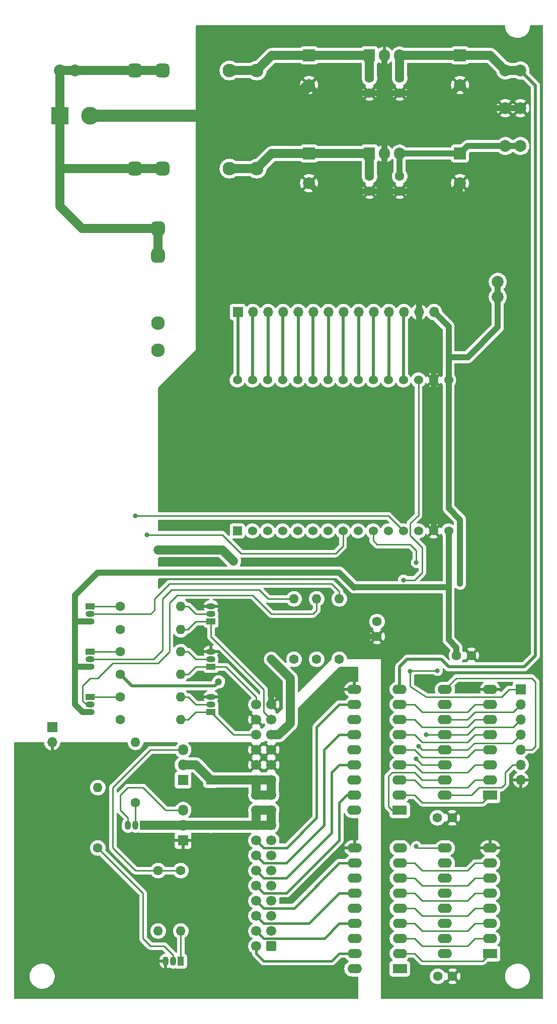
<source format=gbl>
G04 #@! TF.GenerationSoftware,KiCad,Pcbnew,6.0.11-2627ca5db0~126~ubuntu20.04.1*
G04 #@! TF.CreationDate,2023-10-14T11:39:08+02:00*
G04 #@! TF.ProjectId,driverboardAnnax37623,64726976-6572-4626-9f61-7264416e6e61,rev?*
G04 #@! TF.SameCoordinates,Original*
G04 #@! TF.FileFunction,Copper,L2,Bot*
G04 #@! TF.FilePolarity,Positive*
%FSLAX46Y46*%
G04 Gerber Fmt 4.6, Leading zero omitted, Abs format (unit mm)*
G04 Created by KiCad (PCBNEW 6.0.11-2627ca5db0~126~ubuntu20.04.1) date 2023-10-14 11:39:08*
%MOMM*%
%LPD*%
G01*
G04 APERTURE LIST*
G04 Aperture macros list*
%AMRoundRect*
0 Rectangle with rounded corners*
0 $1 Rounding radius*
0 $2 $3 $4 $5 $6 $7 $8 $9 X,Y pos of 4 corners*
0 Add a 4 corners polygon primitive as box body*
4,1,4,$2,$3,$4,$5,$6,$7,$8,$9,$2,$3,0*
0 Add four circle primitives for the rounded corners*
1,1,$1+$1,$2,$3*
1,1,$1+$1,$4,$5*
1,1,$1+$1,$6,$7*
1,1,$1+$1,$8,$9*
0 Add four rect primitives between the rounded corners*
20,1,$1+$1,$2,$3,$4,$5,0*
20,1,$1+$1,$4,$5,$6,$7,0*
20,1,$1+$1,$6,$7,$8,$9,0*
20,1,$1+$1,$8,$9,$2,$3,0*%
G04 Aperture macros list end*
G04 #@! TA.AperFunction,ComponentPad*
%ADD10R,2.400000X1.600000*%
G04 #@! TD*
G04 #@! TA.AperFunction,ComponentPad*
%ADD11O,2.400000X1.600000*%
G04 #@! TD*
G04 #@! TA.AperFunction,ComponentPad*
%ADD12R,2.000000X2.000000*%
G04 #@! TD*
G04 #@! TA.AperFunction,ComponentPad*
%ADD13C,2.000000*%
G04 #@! TD*
G04 #@! TA.AperFunction,ComponentPad*
%ADD14R,1.050000X1.500000*%
G04 #@! TD*
G04 #@! TA.AperFunction,ComponentPad*
%ADD15O,1.050000X1.500000*%
G04 #@! TD*
G04 #@! TA.AperFunction,ComponentPad*
%ADD16RoundRect,0.575000X-0.575000X-0.575000X0.575000X-0.575000X0.575000X0.575000X-0.575000X0.575000X0*%
G04 #@! TD*
G04 #@! TA.AperFunction,ComponentPad*
%ADD17C,2.300000*%
G04 #@! TD*
G04 #@! TA.AperFunction,ComponentPad*
%ADD18C,1.600000*%
G04 #@! TD*
G04 #@! TA.AperFunction,ComponentPad*
%ADD19O,1.600000X1.600000*%
G04 #@! TD*
G04 #@! TA.AperFunction,ComponentPad*
%ADD20R,1.500000X1.050000*%
G04 #@! TD*
G04 #@! TA.AperFunction,ComponentPad*
%ADD21O,1.500000X1.050000*%
G04 #@! TD*
G04 #@! TA.AperFunction,ComponentPad*
%ADD22R,1.800000X1.800000*%
G04 #@! TD*
G04 #@! TA.AperFunction,ComponentPad*
%ADD23O,1.800000X1.800000*%
G04 #@! TD*
G04 #@! TA.AperFunction,ComponentPad*
%ADD24RoundRect,0.575000X-0.575000X0.575000X-0.575000X-0.575000X0.575000X-0.575000X0.575000X0.575000X0*%
G04 #@! TD*
G04 #@! TA.AperFunction,ComponentPad*
%ADD25R,1.905000X2.000000*%
G04 #@! TD*
G04 #@! TA.AperFunction,ComponentPad*
%ADD26O,1.905000X2.000000*%
G04 #@! TD*
G04 #@! TA.AperFunction,ComponentPad*
%ADD27R,1.600000X1.600000*%
G04 #@! TD*
G04 #@! TA.AperFunction,ComponentPad*
%ADD28RoundRect,0.250000X0.600000X0.600000X-0.600000X0.600000X-0.600000X-0.600000X0.600000X-0.600000X0*%
G04 #@! TD*
G04 #@! TA.AperFunction,ComponentPad*
%ADD29C,1.700000*%
G04 #@! TD*
G04 #@! TA.AperFunction,ComponentPad*
%ADD30R,3.000000X3.000000*%
G04 #@! TD*
G04 #@! TA.AperFunction,ComponentPad*
%ADD31C,3.000000*%
G04 #@! TD*
G04 #@! TA.AperFunction,ComponentPad*
%ADD32R,1.700000X1.700000*%
G04 #@! TD*
G04 #@! TA.AperFunction,ComponentPad*
%ADD33O,1.700000X1.700000*%
G04 #@! TD*
G04 #@! TA.AperFunction,ComponentPad*
%ADD34R,1.524000X1.524000*%
G04 #@! TD*
G04 #@! TA.AperFunction,ComponentPad*
%ADD35C,1.524000*%
G04 #@! TD*
G04 #@! TA.AperFunction,ViaPad*
%ADD36C,0.800000*%
G04 #@! TD*
G04 #@! TA.AperFunction,ViaPad*
%ADD37C,1.200000*%
G04 #@! TD*
G04 #@! TA.AperFunction,Conductor*
%ADD38C,2.000000*%
G04 #@! TD*
G04 #@! TA.AperFunction,Conductor*
%ADD39C,1.500000*%
G04 #@! TD*
G04 #@! TA.AperFunction,Conductor*
%ADD40C,1.000000*%
G04 #@! TD*
G04 #@! TA.AperFunction,Conductor*
%ADD41C,0.250000*%
G04 #@! TD*
G04 #@! TA.AperFunction,Conductor*
%ADD42C,0.500000*%
G04 #@! TD*
G04 #@! TA.AperFunction,Conductor*
%ADD43C,0.400000*%
G04 #@! TD*
G04 APERTURE END LIST*
D10*
X90185000Y-189230000D03*
D11*
X90185000Y-186690000D03*
X90185000Y-184150000D03*
X90185000Y-181610000D03*
X90185000Y-179070000D03*
X90185000Y-176530000D03*
X90185000Y-173990000D03*
X90185000Y-171450000D03*
X90185000Y-168910000D03*
X82565000Y-168910000D03*
X82565000Y-171450000D03*
X82565000Y-173990000D03*
X82565000Y-176530000D03*
X82565000Y-179070000D03*
X82565000Y-181610000D03*
X82565000Y-184150000D03*
X82565000Y-186690000D03*
X82565000Y-189230000D03*
D12*
X74930000Y-52070000D03*
D13*
X74930000Y-57070000D03*
D14*
X46990000Y-165100000D03*
D15*
X45720000Y-165100000D03*
X44450000Y-165100000D03*
D16*
X50230000Y-54610000D03*
X45630000Y-54610000D03*
D17*
X66130000Y-54610000D03*
X61530000Y-54610000D03*
D18*
X96520000Y-163830000D03*
X99020000Y-163830000D03*
D10*
X90170000Y-162560000D03*
D11*
X90170000Y-160020000D03*
X90170000Y-157480000D03*
X90170000Y-154940000D03*
X90170000Y-152400000D03*
X90170000Y-149860000D03*
X90170000Y-147320000D03*
X90170000Y-144780000D03*
X90170000Y-142240000D03*
X82550000Y-142240000D03*
X82550000Y-144780000D03*
X82550000Y-147320000D03*
X82550000Y-149860000D03*
X82550000Y-152400000D03*
X82550000Y-154940000D03*
X82550000Y-157480000D03*
X82550000Y-160020000D03*
X82550000Y-162560000D03*
D18*
X86360000Y-130830000D03*
X86360000Y-133330000D03*
X76200000Y-137160000D03*
D19*
X76200000Y-127000000D03*
D20*
X58420000Y-130810000D03*
D21*
X58420000Y-129540000D03*
X58420000Y-128270000D03*
D18*
X39370000Y-168910000D03*
D19*
X39370000Y-158750000D03*
D12*
X74930000Y-35560000D03*
D13*
X74930000Y-40560000D03*
D20*
X38100000Y-143510000D03*
D21*
X38100000Y-144780000D03*
X38100000Y-146050000D03*
D18*
X43180000Y-128270000D03*
D19*
X53340000Y-128270000D03*
D18*
X53340000Y-172720000D03*
D19*
X53340000Y-182880000D03*
D18*
X43180000Y-139700000D03*
D19*
X53340000Y-139700000D03*
D18*
X72390000Y-137160000D03*
D19*
X72390000Y-127000000D03*
D22*
X53715000Y-167640000D03*
D23*
X53715000Y-165100000D03*
X53715000Y-162560000D03*
D18*
X45720000Y-161290000D03*
D19*
X45720000Y-151130000D03*
D20*
X38100000Y-128270000D03*
D21*
X38100000Y-129540000D03*
X38100000Y-130810000D03*
D13*
X107950000Y-50800000D03*
X110490000Y-50800000D03*
D18*
X80010000Y-137160000D03*
D19*
X80010000Y-127000000D03*
D24*
X49530000Y-64680000D03*
X49530000Y-69280000D03*
D17*
X49530000Y-85180000D03*
X49530000Y-80580000D03*
D20*
X58420000Y-138430000D03*
D21*
X58420000Y-137160000D03*
X58420000Y-135890000D03*
D18*
X43180000Y-143510000D03*
D19*
X53340000Y-143510000D03*
D13*
X107950000Y-38100000D03*
X110490000Y-38100000D03*
D25*
X85090000Y-35560000D03*
D26*
X87630000Y-35560000D03*
X90170000Y-35560000D03*
D20*
X38100000Y-135890000D03*
D21*
X38100000Y-137160000D03*
X38100000Y-138430000D03*
D18*
X43180000Y-135890000D03*
D19*
X53340000Y-135890000D03*
D10*
X105400000Y-186700000D03*
D11*
X105400000Y-184160000D03*
X105400000Y-181620000D03*
X105400000Y-179080000D03*
X105400000Y-176540000D03*
X105400000Y-174000000D03*
X105400000Y-171460000D03*
X105400000Y-168920000D03*
X97780000Y-168920000D03*
X97780000Y-171460000D03*
X97780000Y-174000000D03*
X97780000Y-176540000D03*
X97780000Y-179080000D03*
X97780000Y-181620000D03*
X97780000Y-184160000D03*
X97780000Y-186700000D03*
D22*
X53715000Y-157480000D03*
D23*
X53715000Y-154940000D03*
X53715000Y-152400000D03*
D27*
X58420000Y-157480000D03*
D19*
X58420000Y-165100000D03*
D18*
X43180000Y-147320000D03*
D19*
X53340000Y-147320000D03*
D28*
X68580000Y-185420000D03*
D29*
X66040000Y-185420000D03*
X68580000Y-182880000D03*
X66040000Y-182880000D03*
X68580000Y-180340000D03*
X66040000Y-180340000D03*
X68580000Y-177800000D03*
X66040000Y-177800000D03*
X68580000Y-175260000D03*
X66040000Y-175260000D03*
X68580000Y-172720000D03*
X66040000Y-172720000D03*
X68580000Y-170180000D03*
X66040000Y-170180000D03*
X68580000Y-167640000D03*
X66040000Y-167640000D03*
X68580000Y-165100000D03*
X66040000Y-165100000D03*
X68580000Y-162560000D03*
X66040000Y-162560000D03*
X68580000Y-160020000D03*
X66040000Y-160020000D03*
X68580000Y-157480000D03*
X66040000Y-157480000D03*
X68580000Y-154940000D03*
X66040000Y-154940000D03*
X68580000Y-152400000D03*
X66040000Y-152400000D03*
X68580000Y-149860000D03*
X66040000Y-149860000D03*
X68580000Y-147320000D03*
X66040000Y-147320000D03*
X68580000Y-144780000D03*
X66040000Y-144780000D03*
D25*
X85090000Y-52070000D03*
D26*
X87630000Y-52070000D03*
X90170000Y-52070000D03*
D16*
X50230000Y-38100000D03*
X45630000Y-38100000D03*
D17*
X61530000Y-38100000D03*
X66130000Y-38100000D03*
D30*
X33020000Y-45720000D03*
D31*
X38100000Y-45720000D03*
D12*
X100330000Y-35560000D03*
D13*
X100330000Y-40560000D03*
D32*
X110560000Y-142235000D03*
D33*
X110560000Y-144775000D03*
X110560000Y-147315000D03*
X110560000Y-149855000D03*
X110560000Y-152395000D03*
X110560000Y-154935000D03*
X110560000Y-157475000D03*
D12*
X100330000Y-52070000D03*
D13*
X100330000Y-57070000D03*
D18*
X85090000Y-55880000D03*
X85090000Y-58380000D03*
X49530000Y-172720000D03*
D19*
X49530000Y-182880000D03*
D32*
X62925000Y-78740000D03*
D33*
X65465000Y-78740000D03*
X68005000Y-78740000D03*
X70545000Y-78740000D03*
X73085000Y-78740000D03*
X75625000Y-78740000D03*
X78165000Y-78740000D03*
X80705000Y-78740000D03*
X83245000Y-78740000D03*
X85785000Y-78740000D03*
X88325000Y-78740000D03*
X90865000Y-78740000D03*
X93405000Y-78740000D03*
X95945000Y-78740000D03*
D18*
X43180000Y-132180000D03*
D19*
X53340000Y-132180000D03*
D34*
X62840000Y-115570000D03*
D35*
X65380000Y-115570000D03*
X67920000Y-115570000D03*
X70460000Y-115570000D03*
X73000000Y-115570000D03*
X75540000Y-115570000D03*
X78080000Y-115570000D03*
X80620000Y-115570000D03*
X83160000Y-115570000D03*
X85700000Y-115570000D03*
X88240000Y-115570000D03*
X90780000Y-115570000D03*
X93320000Y-115570000D03*
X95860000Y-115570000D03*
X98400000Y-115570000D03*
X98400000Y-90170000D03*
X95860000Y-90170000D03*
X93320000Y-90170000D03*
X90780000Y-90170000D03*
X88240000Y-90170000D03*
X85700000Y-90170000D03*
X83160000Y-90170000D03*
X80620000Y-90170000D03*
X78080000Y-90170000D03*
X75540000Y-90170000D03*
X73000000Y-90170000D03*
X70460000Y-90170000D03*
X67920000Y-90170000D03*
X65380000Y-90170000D03*
X62840000Y-90170000D03*
D10*
X105400000Y-160030000D03*
D11*
X105400000Y-157490000D03*
X105400000Y-154950000D03*
X105400000Y-152410000D03*
X105400000Y-149870000D03*
X105400000Y-147330000D03*
X105400000Y-144790000D03*
X105400000Y-142250000D03*
X97780000Y-142250000D03*
X97780000Y-144790000D03*
X97780000Y-147330000D03*
X97780000Y-149870000D03*
X97780000Y-152410000D03*
X97780000Y-154950000D03*
X97780000Y-157490000D03*
X97780000Y-160030000D03*
D13*
X33020000Y-38100000D03*
X35560000Y-38100000D03*
D18*
X96560000Y-190500000D03*
X99060000Y-190500000D03*
D13*
X107950000Y-44450000D03*
X110490000Y-44450000D03*
X106680000Y-73660000D03*
X106680000Y-76200000D03*
D18*
X99735000Y-136525000D03*
X102235000Y-136525000D03*
D14*
X53340000Y-187960000D03*
D15*
X52070000Y-187960000D03*
X50800000Y-187960000D03*
D20*
X58420000Y-146050000D03*
D21*
X58420000Y-144780000D03*
X58420000Y-143510000D03*
D32*
X31690000Y-148590000D03*
D33*
X31690000Y-151130000D03*
D18*
X90170000Y-39370000D03*
X90170000Y-41870000D03*
X90170000Y-55880000D03*
X90170000Y-58380000D03*
X85090000Y-39370000D03*
X85090000Y-41870000D03*
D36*
X105410000Y-65405000D03*
X95250000Y-65405000D03*
X80645000Y-65405000D03*
X62865000Y-65405000D03*
X95250000Y-45720000D03*
X78105000Y-45720000D03*
X64135000Y-45720000D03*
X50800000Y-45720000D03*
X44450000Y-45720000D03*
X57785000Y-45720000D03*
X53340000Y-114935000D03*
X104775000Y-97155000D03*
X54610000Y-92075000D03*
X71120000Y-120650000D03*
X108585000Y-105410000D03*
X58420000Y-120650000D03*
X71120000Y-118110000D03*
X85725000Y-122555000D03*
X66675000Y-130810000D03*
X100330000Y-124460000D03*
D37*
X59690000Y-140970000D03*
X49530000Y-118745000D03*
X68580000Y-137160000D03*
X62230000Y-120650000D03*
D36*
X96520000Y-139065000D03*
X91948000Y-139192000D03*
X94615000Y-149860000D03*
X93345000Y-151765000D03*
X45085000Y-168275000D03*
X34925000Y-179070000D03*
X57150000Y-191770000D03*
X58420000Y-161290000D03*
X47625000Y-116205000D03*
X45720000Y-113030000D03*
X92960500Y-120904000D03*
X90805000Y-123825000D03*
X92964000Y-153924000D03*
X92964000Y-168656000D03*
D38*
X38100000Y-45720000D02*
X69770000Y-45720000D01*
X69770000Y-45720000D02*
X74930000Y-40560000D01*
D39*
X74930000Y-35560000D02*
X85090000Y-35560000D01*
X66130000Y-38100000D02*
X61530000Y-38100000D01*
X85090000Y-35560000D02*
X85090000Y-39370000D01*
X74930000Y-35560000D02*
X68670000Y-35560000D01*
X68670000Y-35560000D02*
X66130000Y-38100000D01*
D40*
X100330000Y-57070000D02*
X100330000Y-68580000D01*
X76240000Y-41870000D02*
X74930000Y-40560000D01*
X93405000Y-85785000D02*
X93405000Y-78740000D01*
X66040000Y-134620000D02*
X67330000Y-133330000D01*
X76240000Y-58380000D02*
X74930000Y-57070000D01*
X99020000Y-58380000D02*
X100330000Y-57070000D01*
X90170000Y-58380000D02*
X87670000Y-58380000D01*
X90170000Y-41870000D02*
X99020000Y-41870000D01*
X99020000Y-41870000D02*
X100330000Y-40560000D01*
X85090000Y-58380000D02*
X76240000Y-58380000D01*
X68580000Y-140970000D02*
X66040000Y-138430000D01*
X69870000Y-133330000D02*
X86360000Y-133330000D01*
X67330000Y-133330000D02*
X69870000Y-133330000D01*
X87670000Y-41870000D02*
X85090000Y-41870000D01*
X93405000Y-78740000D02*
X93405000Y-75505000D01*
X110490000Y-44450000D02*
X107950000Y-44450000D01*
X68580000Y-144780000D02*
X68580000Y-140970000D01*
X95860000Y-90170000D02*
X95860000Y-88240000D01*
X87670000Y-58380000D02*
X85090000Y-58380000D01*
X87630000Y-35560000D02*
X87630000Y-41830000D01*
X87630000Y-58340000D02*
X87670000Y-58380000D01*
X95860000Y-88240000D02*
X93405000Y-85785000D01*
X107950000Y-44450000D02*
X104220000Y-44450000D01*
X87630000Y-41830000D02*
X87670000Y-41870000D01*
X90170000Y-58380000D02*
X99020000Y-58380000D01*
X66040000Y-138430000D02*
X66040000Y-134620000D01*
X95860000Y-115570000D02*
X95860000Y-90170000D01*
X87630000Y-52070000D02*
X87630000Y-58340000D01*
X85090000Y-41870000D02*
X76240000Y-41870000D01*
X104220000Y-44450000D02*
X100330000Y-40560000D01*
X93405000Y-75505000D02*
X100330000Y-68580000D01*
X90170000Y-41870000D02*
X87670000Y-41870000D01*
X87630000Y-52070000D02*
X87630000Y-41830000D01*
D39*
X68670000Y-52070000D02*
X66130000Y-54610000D01*
X85090000Y-52070000D02*
X74930000Y-52070000D01*
X66130000Y-54610000D02*
X61530000Y-54610000D01*
X74930000Y-52070000D02*
X68670000Y-52070000D01*
X85090000Y-52070000D02*
X85090000Y-55880000D01*
D40*
X101600000Y-50800000D02*
X100330000Y-52070000D01*
D41*
X107315000Y-158750000D02*
X103505000Y-158750000D01*
X107950000Y-158115000D02*
X107315000Y-158750000D01*
D40*
X35560000Y-138430000D02*
X35560000Y-130810000D01*
X99735000Y-135215000D02*
X99735000Y-136525000D01*
X35560000Y-126365000D02*
X39370000Y-122555000D01*
X107950000Y-50800000D02*
X101600000Y-50800000D01*
X98400000Y-125070000D02*
X98400000Y-133880000D01*
X82575000Y-125070000D02*
X98400000Y-125070000D01*
X38100000Y-138430000D02*
X35560000Y-138430000D01*
X35560000Y-130810000D02*
X35560000Y-126365000D01*
D41*
X103505000Y-158750000D02*
X102225000Y-160030000D01*
X107950000Y-156210000D02*
X107950000Y-158115000D01*
D40*
X82550000Y-125095000D02*
X82575000Y-125070000D01*
X38100000Y-130810000D02*
X35560000Y-130810000D01*
D41*
X109225000Y-154935000D02*
X107950000Y-156210000D01*
D40*
X107950000Y-50800000D02*
X110490000Y-50800000D01*
X80010000Y-122555000D02*
X82550000Y-125095000D01*
D41*
X102225000Y-160030000D02*
X97780000Y-160030000D01*
D40*
X100330000Y-52070000D02*
X90170000Y-52070000D01*
X35560000Y-144780000D02*
X35560000Y-138430000D01*
X90170000Y-52070000D02*
X90170000Y-55880000D01*
X98400000Y-115570000D02*
X98400000Y-125070000D01*
X36830000Y-146050000D02*
X35560000Y-144780000D01*
D41*
X110560000Y-154935000D02*
X109225000Y-154935000D01*
D40*
X39370000Y-122555000D02*
X80010000Y-122555000D01*
X38100000Y-146050000D02*
X36830000Y-146050000D01*
X98400000Y-133880000D02*
X99735000Y-135215000D01*
X106680000Y-76200000D02*
X106680000Y-73660000D01*
X101625000Y-86335000D02*
X106680000Y-81280000D01*
X98400000Y-90170000D02*
X98400000Y-86335000D01*
X106680000Y-81280000D02*
X106680000Y-76200000D01*
X98400000Y-81195000D02*
X95945000Y-78740000D01*
X98400000Y-90170000D02*
X98400000Y-111735000D01*
X98400000Y-86335000D02*
X101625000Y-86335000D01*
X100330000Y-113665000D02*
X100330000Y-124460000D01*
X98400000Y-86335000D02*
X98400000Y-81195000D01*
X98400000Y-111735000D02*
X100330000Y-113665000D01*
D42*
X90170000Y-138430000D02*
X91440000Y-137160000D01*
D39*
X100330000Y-35560000D02*
X105410000Y-35560000D01*
D42*
X111125000Y-138430000D02*
X113030000Y-136525000D01*
X59690000Y-140970000D02*
X59055000Y-141605000D01*
X113030000Y-40640000D02*
X110490000Y-38100000D01*
X98425000Y-138430000D02*
X111125000Y-138430000D01*
D39*
X105410000Y-35560000D02*
X107950000Y-38100000D01*
D42*
X91440000Y-137160000D02*
X97155000Y-137160000D01*
X97155000Y-137160000D02*
X98425000Y-138430000D01*
X90170000Y-142240000D02*
X90170000Y-138430000D01*
D39*
X100330000Y-35560000D02*
X90170000Y-35560000D01*
D42*
X113030000Y-136525000D02*
X113030000Y-40640000D01*
X45085000Y-141605000D02*
X43180000Y-139700000D01*
X59055000Y-141605000D02*
X45085000Y-141605000D01*
D39*
X90170000Y-35560000D02*
X90170000Y-39370000D01*
X110490000Y-38100000D02*
X107950000Y-38100000D01*
X66040000Y-160020000D02*
X66040000Y-157480000D01*
X68580000Y-160020000D02*
X68580000Y-157480000D01*
X55880000Y-154940000D02*
X58420000Y-157480000D01*
X66040000Y-160020000D02*
X68580000Y-160020000D01*
X68580000Y-157480000D02*
X66040000Y-157480000D01*
X53715000Y-154940000D02*
X55880000Y-154940000D01*
X58420000Y-157480000D02*
X66040000Y-157480000D01*
X66040000Y-162560000D02*
X68580000Y-162560000D01*
X53715000Y-165100000D02*
X47495000Y-165100000D01*
X66040000Y-162560000D02*
X66040000Y-165100000D01*
X53715000Y-165100000D02*
X58420000Y-165100000D01*
X58420000Y-165100000D02*
X66040000Y-165100000D01*
X68580000Y-165100000D02*
X66040000Y-165100000D01*
X68580000Y-162560000D02*
X68580000Y-165100000D01*
X36740000Y-64680000D02*
X33020000Y-60960000D01*
X33090000Y-38100000D02*
X33020000Y-38030000D01*
X50230000Y-38100000D02*
X45630000Y-38100000D01*
X50230000Y-54610000D02*
X45630000Y-54610000D01*
X33020000Y-54610000D02*
X33020000Y-52070000D01*
X45630000Y-54610000D02*
X33020000Y-54610000D01*
X33020000Y-54610000D02*
X33020000Y-60960000D01*
X33020000Y-52070000D02*
X33020000Y-45720000D01*
X33020000Y-38030000D02*
X33020000Y-45720000D01*
X49530000Y-69280000D02*
X49530000Y-64680000D01*
X49530000Y-64680000D02*
X36740000Y-64680000D01*
X45630000Y-38100000D02*
X33090000Y-38100000D01*
X71755000Y-140335000D02*
X68580000Y-137160000D01*
X71755000Y-147955000D02*
X71755000Y-140335000D01*
X68580000Y-149860000D02*
X69850000Y-149860000D01*
X60325000Y-118745000D02*
X62230000Y-120650000D01*
X69850000Y-149860000D02*
X71755000Y-147955000D01*
X49530000Y-118745000D02*
X60325000Y-118745000D01*
D41*
X92075000Y-139065000D02*
X91948000Y-139192000D01*
X91948000Y-141732000D02*
X94615000Y-143510000D01*
X96520000Y-139065000D02*
X92075000Y-139065000D01*
X94615000Y-143510000D02*
X107315000Y-143510000D01*
X108590000Y-142235000D02*
X110560000Y-142235000D01*
X91948000Y-139192000D02*
X91948000Y-141732000D01*
X107315000Y-143510000D02*
X108590000Y-142235000D01*
X102870000Y-146050000D02*
X101590000Y-147330000D01*
X109285000Y-146050000D02*
X102870000Y-146050000D01*
X110560000Y-144775000D02*
X109285000Y-146050000D01*
X101590000Y-147330000D02*
X97780000Y-147330000D01*
X101590000Y-149870000D02*
X97780000Y-149870000D01*
X94625000Y-149870000D02*
X94615000Y-149860000D01*
X110560000Y-147315000D02*
X109285000Y-148590000D01*
X102870000Y-148590000D02*
X101590000Y-149870000D01*
X97780000Y-149870000D02*
X94625000Y-149870000D01*
X109285000Y-148590000D02*
X102870000Y-148590000D01*
X93990000Y-152410000D02*
X93345000Y-151765000D01*
X101590000Y-152410000D02*
X97780000Y-152410000D01*
X109130000Y-151285000D02*
X102715000Y-151285000D01*
X97780000Y-152410000D02*
X93990000Y-152410000D01*
X110560000Y-149855000D02*
X109130000Y-151285000D01*
X102715000Y-151285000D02*
X101590000Y-152410000D01*
X112395000Y-140335000D02*
X113030000Y-140970000D01*
X97780000Y-142250000D02*
X99695000Y-140335000D01*
X99695000Y-140335000D02*
X112395000Y-140335000D01*
X112390000Y-152395000D02*
X110560000Y-152395000D01*
X112395000Y-152400000D02*
X112390000Y-152395000D01*
X113030000Y-140970000D02*
X113030000Y-151765000D01*
X113030000Y-151765000D02*
X112395000Y-152400000D01*
D43*
X66040000Y-185420000D02*
X66040000Y-186690000D01*
X66040000Y-186690000D02*
X67310000Y-187960000D01*
X67310000Y-187960000D02*
X78740000Y-187960000D01*
X78740000Y-187960000D02*
X80010000Y-186690000D01*
X80010000Y-186690000D02*
X82565000Y-186690000D01*
X77490000Y-184130000D02*
X80010000Y-181610000D01*
X80010000Y-181610000D02*
X82565000Y-181610000D01*
X67290000Y-184130000D02*
X77490000Y-184130000D01*
X66040000Y-182880000D02*
X67290000Y-184130000D01*
X67310000Y-181610000D02*
X74930000Y-181610000D01*
X74930000Y-181610000D02*
X80010000Y-176530000D01*
X66040000Y-180340000D02*
X67310000Y-181610000D01*
X80010000Y-176530000D02*
X82565000Y-176530000D01*
X66040000Y-177800000D02*
X67290000Y-179050000D01*
X72410000Y-179050000D02*
X80010000Y-171450000D01*
X67290000Y-179050000D02*
X72410000Y-179050000D01*
X80010000Y-171450000D02*
X82565000Y-171450000D01*
X80010000Y-167640000D02*
X80010000Y-161290000D01*
X67310000Y-176530000D02*
X71120000Y-176530000D01*
X71120000Y-176530000D02*
X80010000Y-167640000D01*
X66040000Y-175260000D02*
X67310000Y-176530000D01*
X81280000Y-160020000D02*
X82550000Y-160020000D01*
X80010000Y-161290000D02*
X81280000Y-160020000D01*
X80010000Y-154940000D02*
X82550000Y-154940000D01*
X78740000Y-156210000D02*
X80010000Y-154940000D01*
X67310000Y-173990000D02*
X71120000Y-173990000D01*
X71120000Y-173990000D02*
X78740000Y-166370000D01*
X66040000Y-172720000D02*
X67310000Y-173990000D01*
X78740000Y-166370000D02*
X78740000Y-156210000D01*
X67310000Y-171450000D02*
X71120000Y-171450000D01*
X77470000Y-165100000D02*
X77470000Y-152400000D01*
X80010000Y-149860000D02*
X82550000Y-149860000D01*
X77470000Y-152400000D02*
X80010000Y-149860000D01*
X66040000Y-170180000D02*
X67310000Y-171450000D01*
X71120000Y-171450000D02*
X77470000Y-165100000D01*
X76200000Y-148590000D02*
X80010000Y-144780000D01*
X71140000Y-168890000D02*
X76200000Y-163830000D01*
X76200000Y-163830000D02*
X76200000Y-148590000D01*
X80010000Y-144780000D02*
X82550000Y-144780000D01*
X66040000Y-167640000D02*
X67290000Y-168890000D01*
X67290000Y-168890000D02*
X71140000Y-168890000D01*
D41*
X53340000Y-147320000D02*
X54610000Y-147320000D01*
X55880000Y-146050000D02*
X58420000Y-146050000D01*
X66040000Y-149860000D02*
X62230000Y-149860000D01*
X62230000Y-149860000D02*
X58420000Y-146050000D01*
X54610000Y-147320000D02*
X55880000Y-146050000D01*
X58420000Y-133350000D02*
X58420000Y-130810000D01*
X67310000Y-142240000D02*
X58420000Y-133350000D01*
X53340000Y-132180000D02*
X54510000Y-132180000D01*
X55880000Y-130810000D02*
X58420000Y-130810000D01*
X67310000Y-146050000D02*
X67310000Y-142240000D01*
X68580000Y-147320000D02*
X67310000Y-146050000D01*
X54510000Y-132180000D02*
X55880000Y-130810000D01*
X55880000Y-138430000D02*
X58420000Y-138430000D01*
X53340000Y-139700000D02*
X54610000Y-139700000D01*
X54610000Y-139700000D02*
X55880000Y-138430000D01*
X60960000Y-138430000D02*
X58420000Y-138430000D01*
X66040000Y-143510000D02*
X66040000Y-144780000D01*
X60960000Y-138430000D02*
X66040000Y-143510000D01*
X53340000Y-182880000D02*
X53340000Y-187960000D01*
X52070000Y-187960000D02*
X52070000Y-186960000D01*
X50530000Y-185420000D02*
X48260000Y-185420000D01*
X48260000Y-185420000D02*
X46990000Y-184150000D01*
X46990000Y-184150000D02*
X46990000Y-176530000D01*
X46990000Y-176530000D02*
X39370000Y-168910000D01*
X52070000Y-186960000D02*
X50530000Y-185420000D01*
X45720000Y-161290000D02*
X45720000Y-165100000D01*
X43180000Y-162560000D02*
X43180000Y-160020000D01*
X44450000Y-163830000D02*
X43180000Y-162560000D01*
X44450000Y-158750000D02*
X46990000Y-158750000D01*
X50800000Y-162560000D02*
X53715000Y-162560000D01*
X46990000Y-158750000D02*
X50800000Y-162560000D01*
X44450000Y-165100000D02*
X44450000Y-163830000D01*
X43180000Y-160020000D02*
X44450000Y-158750000D01*
X48260000Y-152400000D02*
X53715000Y-152400000D01*
X41910000Y-158750000D02*
X48260000Y-152400000D01*
X49530000Y-172720000D02*
X45720000Y-172720000D01*
X41910000Y-168910000D02*
X41910000Y-158750000D01*
X53340000Y-172720000D02*
X49530000Y-172720000D01*
X45720000Y-172720000D02*
X41910000Y-168910000D01*
X38100000Y-143510000D02*
X43180000Y-143510000D01*
X76200000Y-128905000D02*
X76200000Y-127000000D01*
X38100000Y-140335000D02*
X39370000Y-140335000D01*
X37465000Y-144780000D02*
X36830000Y-144145000D01*
X51435000Y-135890000D02*
X51435000Y-127635000D01*
X36830000Y-141605000D02*
X38100000Y-140335000D01*
X49530000Y-137795000D02*
X51435000Y-135890000D01*
X36830000Y-144145000D02*
X36830000Y-141605000D01*
X41910000Y-137795000D02*
X49530000Y-137795000D01*
X51435000Y-127635000D02*
X52705000Y-126365000D01*
X39370000Y-140335000D02*
X41910000Y-137795000D01*
X68580000Y-129540000D02*
X75565000Y-129540000D01*
X52705000Y-126365000D02*
X65405000Y-126365000D01*
X38100000Y-144780000D02*
X37465000Y-144780000D01*
X75565000Y-129540000D02*
X76200000Y-128905000D01*
X65405000Y-126365000D02*
X68580000Y-129540000D01*
X38100000Y-135890000D02*
X43180000Y-135890000D01*
X72390000Y-127000000D02*
X68072000Y-127000000D01*
X68072000Y-127000000D02*
X66548000Y-125476000D01*
X50292000Y-135636000D02*
X48768000Y-137160000D01*
X66548000Y-125476000D02*
X51816000Y-125476000D01*
X48768000Y-137160000D02*
X38100000Y-137160000D01*
X51816000Y-125476000D02*
X50292000Y-127000000D01*
X50292000Y-127000000D02*
X50292000Y-135636000D01*
X38100000Y-128270000D02*
X43180000Y-128270000D01*
X48895000Y-128905000D02*
X48260000Y-129540000D01*
X80010000Y-127000000D02*
X80010000Y-125730000D01*
X78740000Y-124460000D02*
X51435000Y-124460000D01*
X48260000Y-129540000D02*
X38100000Y-129540000D01*
X48895000Y-127000000D02*
X48895000Y-128905000D01*
X51435000Y-124460000D02*
X48895000Y-127000000D01*
X80010000Y-125730000D02*
X78740000Y-124460000D01*
X55880000Y-144780000D02*
X58420000Y-144780000D01*
X53340000Y-143510000D02*
X54610000Y-143510000D01*
X54610000Y-143510000D02*
X55880000Y-144780000D01*
X54610000Y-135890000D02*
X55880000Y-137160000D01*
X55880000Y-137160000D02*
X58420000Y-137160000D01*
X53340000Y-135890000D02*
X54610000Y-135890000D01*
X55880000Y-129540000D02*
X58420000Y-129540000D01*
X53340000Y-128270000D02*
X54610000Y-128270000D01*
X54610000Y-128270000D02*
X55880000Y-129540000D01*
X79375000Y-119380000D02*
X63500000Y-119380000D01*
X80620000Y-118085000D02*
X80645000Y-118110000D01*
X80645000Y-118110000D02*
X79375000Y-119380000D01*
X63500000Y-119380000D02*
X60325000Y-116205000D01*
X80620000Y-115570000D02*
X80620000Y-118085000D01*
X60325000Y-116205000D02*
X47625000Y-116205000D01*
X88240000Y-113030000D02*
X90780000Y-115570000D01*
X45720000Y-113030000D02*
X88240000Y-113030000D01*
X85700000Y-115570000D02*
X85700000Y-117196000D01*
X92964000Y-120904000D02*
X92960500Y-120904000D01*
X85700000Y-117196000D02*
X86360000Y-117856000D01*
X86360000Y-117856000D02*
X91948000Y-117856000D01*
X92964000Y-118872000D02*
X92964000Y-120904000D01*
X91948000Y-117856000D02*
X92964000Y-118872000D01*
X93980000Y-122555000D02*
X93980000Y-118364000D01*
X90805000Y-123825000D02*
X92710000Y-123825000D01*
X91948000Y-116332000D02*
X91948000Y-114300000D01*
X91948000Y-114300000D02*
X93320000Y-112928000D01*
X93320000Y-112928000D02*
X93320000Y-90170000D01*
X93980000Y-118364000D02*
X91948000Y-116332000D01*
X92710000Y-123825000D02*
X93980000Y-122555000D01*
D42*
X90780000Y-90170000D02*
X90780000Y-78825000D01*
X90780000Y-78825000D02*
X90865000Y-78740000D01*
X88325000Y-78740000D02*
X88325000Y-90085000D01*
X88325000Y-90085000D02*
X88240000Y-90170000D01*
X85700000Y-90170000D02*
X85700000Y-78825000D01*
X85700000Y-78825000D02*
X85785000Y-78740000D01*
X83245000Y-78740000D02*
X83245000Y-90085000D01*
X83245000Y-90085000D02*
X83160000Y-90170000D01*
X80620000Y-90170000D02*
X80620000Y-78825000D01*
X80620000Y-78825000D02*
X80705000Y-78740000D01*
X78165000Y-90085000D02*
X78080000Y-90170000D01*
X78165000Y-78740000D02*
X78165000Y-90085000D01*
X75540000Y-78825000D02*
X75625000Y-78740000D01*
X75540000Y-90170000D02*
X75540000Y-78825000D01*
X73085000Y-78740000D02*
X73085000Y-90085000D01*
X73085000Y-90085000D02*
X73000000Y-90170000D01*
X70460000Y-90170000D02*
X70460000Y-78825000D01*
X70460000Y-78825000D02*
X70545000Y-78740000D01*
X68005000Y-78740000D02*
X68005000Y-90085000D01*
X68005000Y-90085000D02*
X67920000Y-90170000D01*
X65380000Y-78825000D02*
X65465000Y-78740000D01*
X65380000Y-90170000D02*
X65380000Y-78825000D01*
X62925000Y-78740000D02*
X62925000Y-90085000D01*
X62925000Y-90085000D02*
X62840000Y-90170000D01*
D41*
X90185000Y-186690000D02*
X92710000Y-186690000D01*
X92710000Y-186690000D02*
X93980000Y-187960000D01*
X104140000Y-187960000D02*
X105400000Y-186700000D01*
X93980000Y-187960000D02*
X104140000Y-187960000D01*
X93980000Y-185420000D02*
X101600000Y-185420000D01*
X101600000Y-185420000D02*
X102860000Y-184160000D01*
X90185000Y-184150000D02*
X92710000Y-184150000D01*
X102860000Y-184160000D02*
X105400000Y-184160000D01*
X92710000Y-184150000D02*
X93980000Y-185420000D01*
X90185000Y-181610000D02*
X92710000Y-181610000D01*
X102880000Y-181620000D02*
X105400000Y-181620000D01*
X92710000Y-181610000D02*
X93980000Y-182880000D01*
X102870000Y-181610000D02*
X102880000Y-181620000D01*
X101600000Y-182880000D02*
X102870000Y-181610000D01*
X93980000Y-182880000D02*
X101600000Y-182880000D01*
X93980000Y-180340000D02*
X101600000Y-180340000D01*
X101600000Y-180340000D02*
X102870000Y-179070000D01*
X102870000Y-179070000D02*
X102880000Y-179080000D01*
X92710000Y-179070000D02*
X93980000Y-180340000D01*
X102880000Y-179080000D02*
X105400000Y-179080000D01*
X90185000Y-179070000D02*
X92710000Y-179070000D01*
X102880000Y-176540000D02*
X105400000Y-176540000D01*
X93980000Y-177800000D02*
X101600000Y-177800000D01*
X90185000Y-176530000D02*
X92710000Y-176530000D01*
X92710000Y-176530000D02*
X93980000Y-177800000D01*
X102870000Y-176530000D02*
X102880000Y-176540000D01*
X101600000Y-177800000D02*
X102870000Y-176530000D01*
X102870000Y-173990000D02*
X102880000Y-174000000D01*
X93980000Y-175260000D02*
X101600000Y-175260000D01*
X101600000Y-175260000D02*
X102870000Y-173990000D01*
X90185000Y-173990000D02*
X92710000Y-173990000D01*
X92710000Y-173990000D02*
X93980000Y-175260000D01*
X102880000Y-174000000D02*
X105400000Y-174000000D01*
X93980000Y-172720000D02*
X101600000Y-172720000D01*
X101600000Y-172720000D02*
X102870000Y-171450000D01*
X102870000Y-171450000D02*
X102880000Y-171460000D01*
X102880000Y-171460000D02*
X105400000Y-171460000D01*
X92710000Y-171450000D02*
X93980000Y-172720000D01*
X90185000Y-171450000D02*
X92710000Y-171450000D01*
X93990000Y-154950000D02*
X97780000Y-154950000D01*
X92964000Y-153924000D02*
X93990000Y-154950000D01*
X93228000Y-168920000D02*
X92964000Y-168656000D01*
X97780000Y-168920000D02*
X93228000Y-168920000D01*
X93980000Y-161290000D02*
X104140000Y-161290000D01*
X104140000Y-161290000D02*
X105400000Y-160030000D01*
X92710000Y-160020000D02*
X93980000Y-161290000D01*
X90170000Y-160020000D02*
X92710000Y-160020000D01*
X90170000Y-157480000D02*
X92710000Y-157480000D01*
X92710000Y-157480000D02*
X93980000Y-158750000D01*
X102860000Y-157490000D02*
X105400000Y-157490000D01*
X101600000Y-158750000D02*
X102860000Y-157490000D01*
X93980000Y-158750000D02*
X101600000Y-158750000D01*
X92710000Y-154940000D02*
X93980000Y-156210000D01*
X93980000Y-156210000D02*
X101600000Y-156210000D01*
X90170000Y-154940000D02*
X92710000Y-154940000D01*
X102860000Y-154950000D02*
X105400000Y-154950000D01*
X101600000Y-156210000D02*
X102860000Y-154950000D01*
X92710000Y-152400000D02*
X93980000Y-153670000D01*
X93980000Y-153670000D02*
X101600000Y-153670000D01*
X90170000Y-152400000D02*
X92710000Y-152400000D01*
X102860000Y-152410000D02*
X105400000Y-152410000D01*
X101600000Y-153670000D02*
X102860000Y-152410000D01*
X102860000Y-149870000D02*
X105400000Y-149870000D01*
X92710000Y-149860000D02*
X93980000Y-151130000D01*
X93980000Y-151130000D02*
X101600000Y-151130000D01*
X101600000Y-151130000D02*
X102860000Y-149870000D01*
X90170000Y-149860000D02*
X92710000Y-149860000D01*
X102860000Y-147330000D02*
X105400000Y-147330000D01*
X90170000Y-147320000D02*
X92710000Y-147320000D01*
X92710000Y-147320000D02*
X93980000Y-148590000D01*
X93980000Y-148590000D02*
X101600000Y-148590000D01*
X101600000Y-148590000D02*
X102860000Y-147330000D01*
X92710000Y-144780000D02*
X93980000Y-146050000D01*
X101600000Y-146050000D02*
X102860000Y-144790000D01*
X93980000Y-146050000D02*
X101600000Y-146050000D01*
X90170000Y-144780000D02*
X92710000Y-144780000D01*
X102860000Y-144790000D02*
X105400000Y-144790000D01*
X88265000Y-161925000D02*
X88265000Y-156845000D01*
X90170000Y-162560000D02*
X88900000Y-162560000D01*
X88265000Y-156845000D02*
X88900000Y-156210000D01*
X92710000Y-156210000D02*
X93990000Y-157490000D01*
X88900000Y-156210000D02*
X92710000Y-156210000D01*
X93990000Y-157490000D02*
X97780000Y-157490000D01*
X88900000Y-162560000D02*
X88265000Y-161925000D01*
G04 #@! TA.AperFunction,Conductor*
G36*
X30278849Y-151150002D02*
G01*
X30325342Y-151203658D01*
X30336519Y-151248747D01*
X30340309Y-151314477D01*
X30341745Y-151324695D01*
X30388565Y-151532446D01*
X30391645Y-151542275D01*
X30471770Y-151739603D01*
X30476413Y-151748794D01*
X30587694Y-151930388D01*
X30593777Y-151938699D01*
X30733213Y-152099667D01*
X30740580Y-152106883D01*
X30904434Y-152242916D01*
X30912881Y-152248831D01*
X31096756Y-152356279D01*
X31106042Y-152360729D01*
X31305001Y-152436703D01*
X31314899Y-152439579D01*
X31418250Y-152460606D01*
X31432299Y-152459410D01*
X31436000Y-152449065D01*
X31436000Y-151130000D01*
X31944000Y-151130000D01*
X31944000Y-152448517D01*
X31948064Y-152462359D01*
X31961478Y-152464393D01*
X31968184Y-152463534D01*
X31978262Y-152461392D01*
X32182255Y-152400191D01*
X32191842Y-152396433D01*
X32383095Y-152302739D01*
X32391945Y-152297464D01*
X32565328Y-152173792D01*
X32573200Y-152167139D01*
X32724052Y-152016812D01*
X32730730Y-152008965D01*
X32855003Y-151836020D01*
X32860313Y-151827183D01*
X32954670Y-151636267D01*
X32958469Y-151626672D01*
X33020376Y-151422915D01*
X33022555Y-151412834D01*
X33045368Y-151239554D01*
X33074090Y-151174627D01*
X33133356Y-151135535D01*
X33170290Y-151130000D01*
X44291044Y-151130000D01*
X44359165Y-151150002D01*
X44405658Y-151203658D01*
X44416565Y-151245019D01*
X44425133Y-151342952D01*
X44426457Y-151358087D01*
X44427881Y-151363400D01*
X44427881Y-151363402D01*
X44479408Y-151555700D01*
X44485716Y-151579243D01*
X44488039Y-151584224D01*
X44488039Y-151584225D01*
X44580151Y-151781762D01*
X44580154Y-151781767D01*
X44582477Y-151786749D01*
X44614858Y-151832994D01*
X44707903Y-151965875D01*
X44713802Y-151974300D01*
X44875700Y-152136198D01*
X44880208Y-152139355D01*
X44880211Y-152139357D01*
X44930141Y-152174318D01*
X45063251Y-152267523D01*
X45068233Y-152269846D01*
X45068238Y-152269849D01*
X45138772Y-152302739D01*
X45270757Y-152364284D01*
X45276065Y-152365706D01*
X45276067Y-152365707D01*
X45486598Y-152422119D01*
X45486600Y-152422119D01*
X45491913Y-152423543D01*
X45720000Y-152443498D01*
X45948087Y-152423543D01*
X45953400Y-152422119D01*
X45953402Y-152422119D01*
X46163933Y-152365707D01*
X46163935Y-152365706D01*
X46169243Y-152364284D01*
X46301228Y-152302739D01*
X46371762Y-152269849D01*
X46371767Y-152269846D01*
X46376749Y-152267523D01*
X46509859Y-152174318D01*
X46559789Y-152139357D01*
X46559792Y-152139355D01*
X46564300Y-152136198D01*
X46726198Y-151974300D01*
X46732098Y-151965875D01*
X46825142Y-151832994D01*
X46857523Y-151786749D01*
X46859846Y-151781767D01*
X46859849Y-151781762D01*
X46951961Y-151584225D01*
X46951961Y-151584224D01*
X46954284Y-151579243D01*
X46960593Y-151555700D01*
X47012119Y-151363402D01*
X47012119Y-151363400D01*
X47013543Y-151358087D01*
X47014868Y-151342952D01*
X47023435Y-151245019D01*
X47049298Y-151178900D01*
X47106802Y-151137261D01*
X47148956Y-151130000D01*
X52685635Y-151130000D01*
X52753756Y-151150002D01*
X52800249Y-151203658D01*
X52810353Y-151273932D01*
X52780859Y-151338512D01*
X52776482Y-151342952D01*
X52776655Y-151343117D01*
X52616639Y-151510564D01*
X52613725Y-151514836D01*
X52613724Y-151514837D01*
X52511748Y-151664329D01*
X52486119Y-151701899D01*
X52485403Y-151703442D01*
X52435086Y-151752090D01*
X52376574Y-151766500D01*
X48338767Y-151766500D01*
X48327584Y-151765973D01*
X48320091Y-151764298D01*
X48312165Y-151764547D01*
X48312164Y-151764547D01*
X48252014Y-151766438D01*
X48248055Y-151766500D01*
X48220144Y-151766500D01*
X48216210Y-151766997D01*
X48216209Y-151766997D01*
X48216144Y-151767005D01*
X48204307Y-151767938D01*
X48172490Y-151768938D01*
X48168029Y-151769078D01*
X48160110Y-151769327D01*
X48146104Y-151773396D01*
X48140658Y-151774978D01*
X48121306Y-151778986D01*
X48114235Y-151779880D01*
X48101203Y-151781526D01*
X48093834Y-151784443D01*
X48093832Y-151784444D01*
X48060097Y-151797800D01*
X48048869Y-151801645D01*
X48006407Y-151813982D01*
X47999584Y-151818017D01*
X47999582Y-151818018D01*
X47988972Y-151824293D01*
X47971224Y-151832988D01*
X47952383Y-151840448D01*
X47945967Y-151845110D01*
X47945966Y-151845110D01*
X47916613Y-151866436D01*
X47906693Y-151872952D01*
X47875465Y-151891420D01*
X47875462Y-151891422D01*
X47868638Y-151895458D01*
X47854317Y-151909779D01*
X47839284Y-151922619D01*
X47822893Y-151934528D01*
X47805027Y-151956124D01*
X47794702Y-151968605D01*
X47786712Y-151977384D01*
X41517747Y-158246348D01*
X41509461Y-158253888D01*
X41502982Y-158258000D01*
X41497557Y-158263777D01*
X41456357Y-158307651D01*
X41453602Y-158310493D01*
X41433865Y-158330230D01*
X41431385Y-158333427D01*
X41423682Y-158342447D01*
X41393414Y-158374679D01*
X41389595Y-158381625D01*
X41389593Y-158381628D01*
X41383652Y-158392434D01*
X41372801Y-158408953D01*
X41360386Y-158424959D01*
X41357241Y-158432228D01*
X41357238Y-158432232D01*
X41342826Y-158465537D01*
X41337609Y-158476187D01*
X41316305Y-158514940D01*
X41314334Y-158522615D01*
X41314334Y-158522616D01*
X41311267Y-158534562D01*
X41304863Y-158553266D01*
X41296819Y-158571855D01*
X41295580Y-158579678D01*
X41295577Y-158579688D01*
X41289901Y-158615524D01*
X41287495Y-158627144D01*
X41285201Y-158636081D01*
X41276500Y-158669970D01*
X41276500Y-158690224D01*
X41274949Y-158709934D01*
X41271780Y-158729943D01*
X41272526Y-158737835D01*
X41275941Y-158773961D01*
X41276500Y-158785819D01*
X41276500Y-168831233D01*
X41275973Y-168842416D01*
X41274298Y-168849909D01*
X41274547Y-168857835D01*
X41274547Y-168857836D01*
X41276438Y-168917986D01*
X41276500Y-168921945D01*
X41276500Y-168949856D01*
X41276997Y-168953790D01*
X41276997Y-168953791D01*
X41277005Y-168953856D01*
X41277938Y-168965693D01*
X41279327Y-169009889D01*
X41283461Y-169024118D01*
X41284978Y-169029339D01*
X41288987Y-169048700D01*
X41291526Y-169068797D01*
X41294445Y-169076168D01*
X41294445Y-169076170D01*
X41307804Y-169109912D01*
X41311649Y-169121142D01*
X41323982Y-169163593D01*
X41328015Y-169170412D01*
X41328017Y-169170417D01*
X41334293Y-169181028D01*
X41342988Y-169198776D01*
X41350448Y-169217617D01*
X41355110Y-169224033D01*
X41355110Y-169224034D01*
X41376436Y-169253387D01*
X41382952Y-169263307D01*
X41405458Y-169301362D01*
X41419779Y-169315683D01*
X41432619Y-169330716D01*
X41444528Y-169347107D01*
X41459198Y-169359243D01*
X41478605Y-169375298D01*
X41487384Y-169383288D01*
X45216343Y-173112247D01*
X45223887Y-173120537D01*
X45228000Y-173127018D01*
X45233777Y-173132443D01*
X45277667Y-173173658D01*
X45280509Y-173176413D01*
X45300231Y-173196135D01*
X45303355Y-173198558D01*
X45303359Y-173198562D01*
X45303424Y-173198612D01*
X45312445Y-173206317D01*
X45344679Y-173236586D01*
X45351627Y-173240405D01*
X45351629Y-173240407D01*
X45362432Y-173246346D01*
X45378959Y-173257202D01*
X45388698Y-173264757D01*
X45388700Y-173264758D01*
X45394960Y-173269614D01*
X45435540Y-173287174D01*
X45446188Y-173292391D01*
X45484940Y-173313695D01*
X45492616Y-173315666D01*
X45492619Y-173315667D01*
X45504562Y-173318733D01*
X45523267Y-173325137D01*
X45541855Y-173333181D01*
X45549678Y-173334420D01*
X45549688Y-173334423D01*
X45585524Y-173340099D01*
X45597144Y-173342505D01*
X45632289Y-173351528D01*
X45639970Y-173353500D01*
X45660224Y-173353500D01*
X45679934Y-173355051D01*
X45699943Y-173358220D01*
X45707835Y-173357474D01*
X45743961Y-173354059D01*
X45755819Y-173353500D01*
X48310606Y-173353500D01*
X48378727Y-173373502D01*
X48413819Y-173407229D01*
X48507317Y-173540757D01*
X48523802Y-173564300D01*
X48685700Y-173726198D01*
X48690208Y-173729355D01*
X48690211Y-173729357D01*
X48736706Y-173761913D01*
X48873251Y-173857523D01*
X48878233Y-173859846D01*
X48878238Y-173859849D01*
X49031068Y-173931114D01*
X49080757Y-173954284D01*
X49086065Y-173955706D01*
X49086067Y-173955707D01*
X49296598Y-174012119D01*
X49296600Y-174012119D01*
X49301913Y-174013543D01*
X49530000Y-174033498D01*
X49758087Y-174013543D01*
X49763400Y-174012119D01*
X49763402Y-174012119D01*
X49973933Y-173955707D01*
X49973935Y-173955706D01*
X49979243Y-173954284D01*
X50028932Y-173931114D01*
X50181762Y-173859849D01*
X50181767Y-173859846D01*
X50186749Y-173857523D01*
X50323294Y-173761913D01*
X50369789Y-173729357D01*
X50369792Y-173729355D01*
X50374300Y-173726198D01*
X50536198Y-173564300D01*
X50552683Y-173540757D01*
X50646181Y-173407229D01*
X50701638Y-173362901D01*
X50749394Y-173353500D01*
X52120606Y-173353500D01*
X52188727Y-173373502D01*
X52223819Y-173407229D01*
X52317317Y-173540757D01*
X52333802Y-173564300D01*
X52495700Y-173726198D01*
X52500208Y-173729355D01*
X52500211Y-173729357D01*
X52546706Y-173761913D01*
X52683251Y-173857523D01*
X52688233Y-173859846D01*
X52688238Y-173859849D01*
X52841068Y-173931114D01*
X52890757Y-173954284D01*
X52896065Y-173955706D01*
X52896067Y-173955707D01*
X53106598Y-174012119D01*
X53106600Y-174012119D01*
X53111913Y-174013543D01*
X53340000Y-174033498D01*
X53568087Y-174013543D01*
X53573400Y-174012119D01*
X53573402Y-174012119D01*
X53783933Y-173955707D01*
X53783935Y-173955706D01*
X53789243Y-173954284D01*
X53838932Y-173931114D01*
X53991762Y-173859849D01*
X53991767Y-173859846D01*
X53996749Y-173857523D01*
X54133294Y-173761913D01*
X54179789Y-173729357D01*
X54179792Y-173729355D01*
X54184300Y-173726198D01*
X54346198Y-173564300D01*
X54366172Y-173535775D01*
X54404098Y-173481611D01*
X54477523Y-173376749D01*
X54479846Y-173371767D01*
X54479849Y-173371762D01*
X54571961Y-173174225D01*
X54571961Y-173174224D01*
X54574284Y-173169243D01*
X54580593Y-173145700D01*
X54632119Y-172953402D01*
X54632119Y-172953400D01*
X54633543Y-172948087D01*
X54653498Y-172720000D01*
X54633543Y-172491913D01*
X54627593Y-172469707D01*
X54575707Y-172276067D01*
X54575706Y-172276065D01*
X54574284Y-172270757D01*
X54561926Y-172244254D01*
X54479849Y-172068238D01*
X54479846Y-172068233D01*
X54477523Y-172063251D01*
X54390402Y-171938830D01*
X54349357Y-171880211D01*
X54349355Y-171880208D01*
X54346198Y-171875700D01*
X54184300Y-171713802D01*
X54179792Y-171710645D01*
X54179789Y-171710643D01*
X54101611Y-171655902D01*
X53996749Y-171582477D01*
X53991767Y-171580154D01*
X53991762Y-171580151D01*
X53794225Y-171488039D01*
X53794224Y-171488039D01*
X53789243Y-171485716D01*
X53783935Y-171484294D01*
X53783933Y-171484293D01*
X53573402Y-171427881D01*
X53573400Y-171427881D01*
X53568087Y-171426457D01*
X53340000Y-171406502D01*
X53111913Y-171426457D01*
X53106600Y-171427881D01*
X53106598Y-171427881D01*
X52896067Y-171484293D01*
X52896065Y-171484294D01*
X52890757Y-171485716D01*
X52885776Y-171488039D01*
X52885775Y-171488039D01*
X52688238Y-171580151D01*
X52688233Y-171580154D01*
X52683251Y-171582477D01*
X52578389Y-171655902D01*
X52500211Y-171710643D01*
X52500208Y-171710645D01*
X52495700Y-171713802D01*
X52333802Y-171875700D01*
X52330645Y-171880208D01*
X52330643Y-171880211D01*
X52223819Y-172032771D01*
X52168362Y-172077099D01*
X52120606Y-172086500D01*
X50749394Y-172086500D01*
X50681273Y-172066498D01*
X50646181Y-172032771D01*
X50539357Y-171880211D01*
X50539355Y-171880208D01*
X50536198Y-171875700D01*
X50374300Y-171713802D01*
X50369792Y-171710645D01*
X50369789Y-171710643D01*
X50291611Y-171655902D01*
X50186749Y-171582477D01*
X50181767Y-171580154D01*
X50181762Y-171580151D01*
X49984225Y-171488039D01*
X49984224Y-171488039D01*
X49979243Y-171485716D01*
X49973935Y-171484294D01*
X49973933Y-171484293D01*
X49763402Y-171427881D01*
X49763400Y-171427881D01*
X49758087Y-171426457D01*
X49530000Y-171406502D01*
X49301913Y-171426457D01*
X49296600Y-171427881D01*
X49296598Y-171427881D01*
X49086067Y-171484293D01*
X49086065Y-171484294D01*
X49080757Y-171485716D01*
X49075776Y-171488039D01*
X49075775Y-171488039D01*
X48878238Y-171580151D01*
X48878233Y-171580154D01*
X48873251Y-171582477D01*
X48768389Y-171655902D01*
X48690211Y-171710643D01*
X48690208Y-171710645D01*
X48685700Y-171713802D01*
X48523802Y-171875700D01*
X48520645Y-171880208D01*
X48520643Y-171880211D01*
X48413819Y-172032771D01*
X48358362Y-172077099D01*
X48310606Y-172086500D01*
X46034594Y-172086500D01*
X45966473Y-172066498D01*
X45945499Y-172049595D01*
X42580405Y-168684500D01*
X42546379Y-168622188D01*
X42543500Y-168595405D01*
X42543500Y-168584669D01*
X52307001Y-168584669D01*
X52307371Y-168591490D01*
X52312895Y-168642352D01*
X52316521Y-168657604D01*
X52361676Y-168778054D01*
X52370214Y-168793649D01*
X52446715Y-168895724D01*
X52459276Y-168908285D01*
X52561351Y-168984786D01*
X52576946Y-168993324D01*
X52697394Y-169038478D01*
X52712649Y-169042105D01*
X52763514Y-169047631D01*
X52770328Y-169048000D01*
X53442885Y-169048000D01*
X53458124Y-169043525D01*
X53459329Y-169042135D01*
X53461000Y-169034452D01*
X53461000Y-169029884D01*
X53969000Y-169029884D01*
X53973475Y-169045123D01*
X53974865Y-169046328D01*
X53982548Y-169047999D01*
X54659669Y-169047999D01*
X54666490Y-169047629D01*
X54717352Y-169042105D01*
X54732604Y-169038479D01*
X54853054Y-168993324D01*
X54868649Y-168984786D01*
X54970724Y-168908285D01*
X54983285Y-168895724D01*
X55059786Y-168793649D01*
X55068324Y-168778054D01*
X55113478Y-168657606D01*
X55117105Y-168642351D01*
X55122631Y-168591486D01*
X55123000Y-168584672D01*
X55123000Y-167912115D01*
X55118525Y-167896876D01*
X55117135Y-167895671D01*
X55109452Y-167894000D01*
X53987115Y-167894000D01*
X53971876Y-167898475D01*
X53970671Y-167899865D01*
X53969000Y-167907548D01*
X53969000Y-169029884D01*
X53461000Y-169029884D01*
X53461000Y-167912115D01*
X53456525Y-167896876D01*
X53455135Y-167895671D01*
X53447452Y-167894000D01*
X52325116Y-167894000D01*
X52309877Y-167898475D01*
X52308672Y-167899865D01*
X52307001Y-167907548D01*
X52307001Y-168584669D01*
X42543500Y-168584669D01*
X42543500Y-163123594D01*
X42563502Y-163055473D01*
X42617158Y-163008980D01*
X42687432Y-162998876D01*
X42752012Y-163028370D01*
X42758595Y-163034499D01*
X43702767Y-163978671D01*
X43736793Y-164040983D01*
X43731728Y-164111798D01*
X43710193Y-164148757D01*
X43597082Y-164283557D01*
X43597078Y-164283563D01*
X43593119Y-164288281D01*
X43590155Y-164293673D01*
X43590152Y-164293677D01*
X43503367Y-164451539D01*
X43495477Y-164465891D01*
X43493614Y-164471764D01*
X43449352Y-164611298D01*
X43434193Y-164659084D01*
X43433507Y-164665201D01*
X43433506Y-164665205D01*
X43425190Y-164739348D01*
X43416500Y-164816817D01*
X43416500Y-165376004D01*
X43431277Y-165526713D01*
X43489858Y-165720742D01*
X43585010Y-165899698D01*
X43713110Y-166056763D01*
X43717857Y-166060690D01*
X43717859Y-166060692D01*
X43864528Y-166182027D01*
X43864531Y-166182029D01*
X43869278Y-166185956D01*
X44047565Y-166282356D01*
X44144372Y-166312323D01*
X44235293Y-166340468D01*
X44235296Y-166340469D01*
X44241180Y-166342290D01*
X44247305Y-166342934D01*
X44247306Y-166342934D01*
X44436622Y-166362832D01*
X44436623Y-166362832D01*
X44442750Y-166363476D01*
X44526014Y-166355898D01*
X44638457Y-166345665D01*
X44638460Y-166345664D01*
X44644596Y-166345106D01*
X44650502Y-166343368D01*
X44650506Y-166343367D01*
X44812921Y-166295565D01*
X44839029Y-166287881D01*
X44844486Y-166285028D01*
X44844489Y-166285027D01*
X44928837Y-166240931D01*
X45018460Y-166194077D01*
X45018462Y-166194077D01*
X45018645Y-166193981D01*
X45018663Y-166194016D01*
X45084441Y-166174111D01*
X45145409Y-166189271D01*
X45317565Y-166282356D01*
X45414372Y-166312323D01*
X45505293Y-166340468D01*
X45505296Y-166340469D01*
X45511180Y-166342290D01*
X45517305Y-166342934D01*
X45517306Y-166342934D01*
X45706622Y-166362832D01*
X45706623Y-166362832D01*
X45712750Y-166363476D01*
X45796014Y-166355898D01*
X45908457Y-166345665D01*
X45908460Y-166345664D01*
X45914596Y-166345106D01*
X45920502Y-166343368D01*
X45920506Y-166343367D01*
X46103121Y-166289620D01*
X46103123Y-166289619D01*
X46106111Y-166288740D01*
X46109029Y-166287881D01*
X46109282Y-166288740D01*
X46174662Y-166282286D01*
X46211406Y-166295452D01*
X46218295Y-166300615D01*
X46226696Y-166303764D01*
X46226699Y-166303766D01*
X46307414Y-166334024D01*
X46354684Y-166351745D01*
X46416866Y-166358500D01*
X52233653Y-166358500D01*
X52301774Y-166378502D01*
X52348267Y-166432158D01*
X52358371Y-166502432D01*
X52351635Y-166528730D01*
X52316522Y-166622394D01*
X52312895Y-166637649D01*
X52307369Y-166688514D01*
X52307000Y-166695328D01*
X52307000Y-167367885D01*
X52311475Y-167383124D01*
X52312865Y-167384329D01*
X52320548Y-167386000D01*
X55104884Y-167386000D01*
X55120123Y-167381525D01*
X55121328Y-167380135D01*
X55122999Y-167372452D01*
X55122999Y-166695331D01*
X55122629Y-166688510D01*
X55117105Y-166637648D01*
X55113479Y-166622396D01*
X55078365Y-166528730D01*
X55073182Y-166457923D01*
X55107103Y-166395554D01*
X55169358Y-166361424D01*
X55196347Y-166358500D01*
X58044543Y-166358500D01*
X58077152Y-166362793D01*
X58191913Y-166393543D01*
X58420000Y-166413498D01*
X58648087Y-166393543D01*
X58762848Y-166362793D01*
X58795457Y-166358500D01*
X65106427Y-166358500D01*
X65174548Y-166378502D01*
X65221041Y-166432158D01*
X65231145Y-166502432D01*
X65201651Y-166567012D01*
X65182080Y-166585260D01*
X65134965Y-166620635D01*
X64980629Y-166782138D01*
X64854743Y-166966680D01*
X64760688Y-167169305D01*
X64700989Y-167384570D01*
X64677251Y-167606695D01*
X64677548Y-167611848D01*
X64677548Y-167611851D01*
X64683011Y-167706590D01*
X64690110Y-167829715D01*
X64691247Y-167834761D01*
X64691248Y-167834767D01*
X64709944Y-167917726D01*
X64739222Y-168047639D01*
X64823266Y-168254616D01*
X64939987Y-168445088D01*
X65086250Y-168613938D01*
X65258126Y-168756632D01*
X65294786Y-168778054D01*
X65331445Y-168799476D01*
X65380169Y-168851114D01*
X65393240Y-168920897D01*
X65366509Y-168986669D01*
X65326055Y-169020027D01*
X65313607Y-169026507D01*
X65309474Y-169029610D01*
X65309471Y-169029612D01*
X65139100Y-169157530D01*
X65134965Y-169160635D01*
X65131393Y-169164373D01*
X64986798Y-169315683D01*
X64980629Y-169322138D01*
X64977715Y-169326410D01*
X64977714Y-169326411D01*
X64951919Y-169364225D01*
X64854743Y-169506680D01*
X64760688Y-169709305D01*
X64700989Y-169924570D01*
X64677251Y-170146695D01*
X64677548Y-170151848D01*
X64677548Y-170151851D01*
X64683011Y-170246590D01*
X64690110Y-170369715D01*
X64691247Y-170374761D01*
X64691248Y-170374767D01*
X64706806Y-170443802D01*
X64739222Y-170587639D01*
X64823266Y-170794616D01*
X64872267Y-170874579D01*
X64900294Y-170920314D01*
X64939987Y-170985088D01*
X65086250Y-171153938D01*
X65258126Y-171296632D01*
X65328595Y-171337811D01*
X65331445Y-171339476D01*
X65380169Y-171391114D01*
X65393240Y-171460897D01*
X65366509Y-171526669D01*
X65326055Y-171560027D01*
X65313607Y-171566507D01*
X65309474Y-171569610D01*
X65309471Y-171569612D01*
X65288132Y-171585634D01*
X65134965Y-171700635D01*
X64980629Y-171862138D01*
X64977715Y-171866410D01*
X64977714Y-171866411D01*
X64968300Y-171880211D01*
X64854743Y-172046680D01*
X64815980Y-172130189D01*
X64763033Y-172244254D01*
X64760688Y-172249305D01*
X64700989Y-172464570D01*
X64677251Y-172686695D01*
X64677548Y-172691848D01*
X64677548Y-172691851D01*
X64683011Y-172786590D01*
X64690110Y-172909715D01*
X64691247Y-172914761D01*
X64691248Y-172914767D01*
X64706806Y-172983802D01*
X64739222Y-173127639D01*
X64785012Y-173240407D01*
X64816817Y-173318733D01*
X64823266Y-173334616D01*
X64939987Y-173525088D01*
X65086250Y-173693938D01*
X65258126Y-173836632D01*
X65328595Y-173877811D01*
X65331445Y-173879476D01*
X65380169Y-173931114D01*
X65393240Y-174000897D01*
X65366509Y-174066669D01*
X65326055Y-174100027D01*
X65313607Y-174106507D01*
X65309474Y-174109610D01*
X65309471Y-174109612D01*
X65164996Y-174218087D01*
X65134965Y-174240635D01*
X64980629Y-174402138D01*
X64854743Y-174586680D01*
X64815980Y-174670189D01*
X64763033Y-174784254D01*
X64760688Y-174789305D01*
X64700989Y-175004570D01*
X64677251Y-175226695D01*
X64677548Y-175231848D01*
X64677548Y-175231851D01*
X64683011Y-175326590D01*
X64690110Y-175449715D01*
X64691247Y-175454761D01*
X64691248Y-175454767D01*
X64706806Y-175523802D01*
X64739222Y-175667639D01*
X64823266Y-175874616D01*
X64825965Y-175879020D01*
X64900294Y-176000314D01*
X64939987Y-176065088D01*
X65086250Y-176233938D01*
X65258126Y-176376632D01*
X65316355Y-176410658D01*
X65331445Y-176419476D01*
X65380169Y-176471114D01*
X65393240Y-176540897D01*
X65366509Y-176606669D01*
X65326055Y-176640027D01*
X65313607Y-176646507D01*
X65309474Y-176649610D01*
X65309471Y-176649612D01*
X65168443Y-176755499D01*
X65134965Y-176780635D01*
X64980629Y-176942138D01*
X64854743Y-177126680D01*
X64815980Y-177210189D01*
X64763033Y-177324254D01*
X64760688Y-177329305D01*
X64700989Y-177544570D01*
X64677251Y-177766695D01*
X64677548Y-177771848D01*
X64677548Y-177771851D01*
X64683011Y-177866590D01*
X64690110Y-177989715D01*
X64691247Y-177994761D01*
X64691248Y-177994767D01*
X64706806Y-178063802D01*
X64739222Y-178207639D01*
X64823266Y-178414616D01*
X64939987Y-178605088D01*
X65086250Y-178773938D01*
X65258126Y-178916632D01*
X65328595Y-178957811D01*
X65331445Y-178959476D01*
X65380169Y-179011114D01*
X65393240Y-179080897D01*
X65366509Y-179146669D01*
X65326055Y-179180027D01*
X65313607Y-179186507D01*
X65309474Y-179189610D01*
X65309471Y-179189612D01*
X65164996Y-179298087D01*
X65134965Y-179320635D01*
X64980629Y-179482138D01*
X64854743Y-179666680D01*
X64760688Y-179869305D01*
X64700989Y-180084570D01*
X64677251Y-180306695D01*
X64677548Y-180311848D01*
X64677548Y-180311851D01*
X64683011Y-180406590D01*
X64690110Y-180529715D01*
X64691247Y-180534761D01*
X64691248Y-180534767D01*
X64706806Y-180603802D01*
X64739222Y-180747639D01*
X64823266Y-180954616D01*
X64872267Y-181034579D01*
X64900294Y-181080314D01*
X64939987Y-181145088D01*
X65086250Y-181313938D01*
X65258126Y-181456632D01*
X65328595Y-181497811D01*
X65331445Y-181499476D01*
X65380169Y-181551114D01*
X65393240Y-181620897D01*
X65366509Y-181686669D01*
X65326055Y-181720027D01*
X65313607Y-181726507D01*
X65309474Y-181729610D01*
X65309471Y-181729612D01*
X65288132Y-181745634D01*
X65134965Y-181860635D01*
X64980629Y-182022138D01*
X64977715Y-182026410D01*
X64977714Y-182026411D01*
X64968300Y-182040211D01*
X64854743Y-182206680D01*
X64815980Y-182290189D01*
X64763033Y-182404254D01*
X64760688Y-182409305D01*
X64700989Y-182624570D01*
X64677251Y-182846695D01*
X64677548Y-182851848D01*
X64677548Y-182851851D01*
X64683011Y-182946590D01*
X64690110Y-183069715D01*
X64691247Y-183074761D01*
X64691248Y-183074767D01*
X64706806Y-183143802D01*
X64739222Y-183287639D01*
X64823266Y-183494616D01*
X64939987Y-183685088D01*
X65086250Y-183853938D01*
X65258126Y-183996632D01*
X65312429Y-184028364D01*
X65331445Y-184039476D01*
X65380169Y-184091114D01*
X65393240Y-184160897D01*
X65366509Y-184226669D01*
X65326055Y-184260027D01*
X65313607Y-184266507D01*
X65309474Y-184269610D01*
X65309471Y-184269612D01*
X65139100Y-184397530D01*
X65134965Y-184400635D01*
X65131393Y-184404373D01*
X64986798Y-184555683D01*
X64980629Y-184562138D01*
X64854743Y-184746680D01*
X64816011Y-184830121D01*
X64779471Y-184908841D01*
X64760688Y-184949305D01*
X64700989Y-185164570D01*
X64677251Y-185386695D01*
X64677548Y-185391848D01*
X64677548Y-185391851D01*
X64683147Y-185488959D01*
X64690110Y-185609715D01*
X64691247Y-185614761D01*
X64691248Y-185614767D01*
X64706806Y-185683802D01*
X64739222Y-185827639D01*
X64799982Y-185977275D01*
X64804000Y-185987168D01*
X64823266Y-186034616D01*
X64857997Y-186091292D01*
X64910008Y-186176166D01*
X64939987Y-186225088D01*
X65086250Y-186393938D01*
X65258126Y-186536632D01*
X65269070Y-186543027D01*
X65317793Y-186594664D01*
X65331500Y-186651815D01*
X65331500Y-186661088D01*
X65331208Y-186669658D01*
X65328129Y-186714829D01*
X65327275Y-186727352D01*
X65328580Y-186734829D01*
X65328580Y-186734830D01*
X65338261Y-186790299D01*
X65339223Y-186796821D01*
X65346898Y-186860242D01*
X65349581Y-186867343D01*
X65350222Y-186869952D01*
X65354685Y-186886262D01*
X65355450Y-186888798D01*
X65356757Y-186896284D01*
X65359811Y-186903241D01*
X65382442Y-186954795D01*
X65384933Y-186960899D01*
X65407513Y-187020656D01*
X65411817Y-187026919D01*
X65413054Y-187029285D01*
X65421299Y-187044097D01*
X65422632Y-187046351D01*
X65425685Y-187053305D01*
X65430307Y-187059328D01*
X65464579Y-187103991D01*
X65468459Y-187109332D01*
X65500339Y-187155720D01*
X65500344Y-187155725D01*
X65504643Y-187161981D01*
X65510313Y-187167032D01*
X65510314Y-187167034D01*
X65551170Y-187203435D01*
X65556446Y-187208416D01*
X66788557Y-188440528D01*
X66794411Y-188446793D01*
X66832439Y-188490385D01*
X66884729Y-188527136D01*
X66889971Y-188531028D01*
X66940282Y-188570476D01*
X66947201Y-188573600D01*
X66949493Y-188574988D01*
X66964165Y-188583357D01*
X66966525Y-188584622D01*
X66972739Y-188588990D01*
X66979818Y-188591750D01*
X66979820Y-188591751D01*
X67032275Y-188612202D01*
X67038344Y-188614753D01*
X67096573Y-188641045D01*
X67104046Y-188642430D01*
X67106612Y-188643234D01*
X67122835Y-188647855D01*
X67125427Y-188648520D01*
X67132509Y-188651282D01*
X67140044Y-188652274D01*
X67195861Y-188659622D01*
X67202377Y-188660654D01*
X67240770Y-188667770D01*
X67265186Y-188672295D01*
X67272766Y-188671858D01*
X67272767Y-188671858D01*
X67327380Y-188668709D01*
X67334633Y-188668500D01*
X78711088Y-188668500D01*
X78719658Y-188668792D01*
X78769776Y-188672209D01*
X78769780Y-188672209D01*
X78777352Y-188672725D01*
X78784829Y-188671420D01*
X78784830Y-188671420D01*
X78811308Y-188666799D01*
X78840303Y-188661738D01*
X78846821Y-188660777D01*
X78910242Y-188653102D01*
X78917343Y-188650419D01*
X78919952Y-188649778D01*
X78936262Y-188645315D01*
X78938798Y-188644550D01*
X78946284Y-188643243D01*
X79004800Y-188617556D01*
X79010904Y-188615065D01*
X79063548Y-188595173D01*
X79063549Y-188595172D01*
X79070656Y-188592487D01*
X79076919Y-188588183D01*
X79079285Y-188586946D01*
X79094097Y-188578701D01*
X79096351Y-188577368D01*
X79103305Y-188574315D01*
X79154002Y-188535413D01*
X79159332Y-188531541D01*
X79205720Y-188499661D01*
X79205725Y-188499656D01*
X79211981Y-188495357D01*
X79232824Y-188471964D01*
X79253435Y-188448830D01*
X79258416Y-188443554D01*
X80266566Y-187435405D01*
X80328878Y-187401379D01*
X80355661Y-187398500D01*
X80998122Y-187398500D01*
X81066243Y-187418502D01*
X81101335Y-187452229D01*
X81152506Y-187525309D01*
X81158802Y-187534300D01*
X81320700Y-187696198D01*
X81325208Y-187699355D01*
X81325211Y-187699357D01*
X81363264Y-187726002D01*
X81508251Y-187827523D01*
X81513233Y-187829846D01*
X81513238Y-187829849D01*
X81547457Y-187845805D01*
X81600742Y-187892722D01*
X81620203Y-187960999D01*
X81599661Y-188028959D01*
X81547457Y-188074195D01*
X81513238Y-188090151D01*
X81513233Y-188090154D01*
X81508251Y-188092477D01*
X81403389Y-188165902D01*
X81325211Y-188220643D01*
X81325208Y-188220645D01*
X81320700Y-188223802D01*
X81158802Y-188385700D01*
X81155645Y-188390208D01*
X81155643Y-188390211D01*
X81116024Y-188446793D01*
X81027477Y-188573251D01*
X81025154Y-188578233D01*
X81025151Y-188578238D01*
X80941265Y-188758134D01*
X80930716Y-188780757D01*
X80929294Y-188786065D01*
X80929293Y-188786067D01*
X80881645Y-188963891D01*
X80871457Y-189001913D01*
X80851502Y-189230000D01*
X80871457Y-189458087D01*
X80872881Y-189463400D01*
X80872881Y-189463402D01*
X80888277Y-189520858D01*
X80930716Y-189679243D01*
X80933039Y-189684224D01*
X80933039Y-189684225D01*
X81025151Y-189881762D01*
X81025154Y-189881767D01*
X81027477Y-189886749D01*
X81030634Y-189891257D01*
X81152179Y-190064841D01*
X81158802Y-190074300D01*
X81320700Y-190236198D01*
X81325208Y-190239355D01*
X81325211Y-190239357D01*
X81403389Y-190294098D01*
X81508251Y-190367523D01*
X81513233Y-190369846D01*
X81513238Y-190369849D01*
X81710775Y-190461961D01*
X81715757Y-190464284D01*
X81721065Y-190465706D01*
X81721067Y-190465707D01*
X81931598Y-190522119D01*
X81931600Y-190522119D01*
X81936913Y-190523543D01*
X82036480Y-190532254D01*
X82105149Y-190538262D01*
X82105156Y-190538262D01*
X82107873Y-190538500D01*
X83022127Y-190538500D01*
X83024841Y-190538263D01*
X83024854Y-190538262D01*
X83048020Y-190536235D01*
X83117624Y-190550225D01*
X83168616Y-190599625D01*
X83185000Y-190661756D01*
X83185000Y-194184000D01*
X83164998Y-194252121D01*
X83111342Y-194298614D01*
X83059000Y-194310000D01*
X25399500Y-194310000D01*
X25331379Y-194289998D01*
X25284886Y-194236342D01*
X25273500Y-194184000D01*
X25273500Y-190632703D01*
X27890743Y-190632703D01*
X27928268Y-190917734D01*
X28004129Y-191195036D01*
X28116923Y-191459476D01*
X28264561Y-191706161D01*
X28444313Y-191930528D01*
X28652851Y-192128423D01*
X28886317Y-192296186D01*
X28890112Y-192298195D01*
X28890113Y-192298196D01*
X28911869Y-192309715D01*
X29140392Y-192430712D01*
X29410373Y-192529511D01*
X29691264Y-192590755D01*
X29719841Y-192593004D01*
X29914282Y-192608307D01*
X29914291Y-192608307D01*
X29916739Y-192608500D01*
X30072271Y-192608500D01*
X30074407Y-192608354D01*
X30074418Y-192608354D01*
X30282548Y-192594165D01*
X30282554Y-192594164D01*
X30286825Y-192593873D01*
X30291020Y-192593004D01*
X30291022Y-192593004D01*
X30427583Y-192564724D01*
X30568342Y-192535574D01*
X30839343Y-192439607D01*
X31094812Y-192307750D01*
X31098313Y-192305289D01*
X31098317Y-192305287D01*
X31212417Y-192225096D01*
X31330023Y-192142441D01*
X31540622Y-191946740D01*
X31722713Y-191724268D01*
X31872927Y-191479142D01*
X31988483Y-191215898D01*
X32067244Y-190939406D01*
X32107751Y-190654784D01*
X32107845Y-190636951D01*
X32109235Y-190371583D01*
X32109235Y-190371576D01*
X32109257Y-190367297D01*
X32071732Y-190082266D01*
X31995871Y-189804964D01*
X31883077Y-189540524D01*
X31735439Y-189293839D01*
X31555687Y-189069472D01*
X31427995Y-188948297D01*
X31350258Y-188874527D01*
X31350255Y-188874525D01*
X31347149Y-188871577D01*
X31113683Y-188703814D01*
X31091843Y-188692250D01*
X31047381Y-188668709D01*
X30859608Y-188569288D01*
X30655918Y-188494748D01*
X30593658Y-188471964D01*
X30593656Y-188471963D01*
X30589627Y-188470489D01*
X30308736Y-188409245D01*
X30277685Y-188406801D01*
X30085718Y-188391693D01*
X30085709Y-188391693D01*
X30083261Y-188391500D01*
X29927729Y-188391500D01*
X29925593Y-188391646D01*
X29925582Y-188391646D01*
X29717452Y-188405835D01*
X29717446Y-188405836D01*
X29713175Y-188406127D01*
X29708980Y-188406996D01*
X29708978Y-188406996D01*
X29572416Y-188435277D01*
X29431658Y-188464426D01*
X29160657Y-188560393D01*
X29139527Y-188571299D01*
X28945546Y-188671420D01*
X28905188Y-188692250D01*
X28901687Y-188694711D01*
X28901683Y-188694713D01*
X28809219Y-188759698D01*
X28669977Y-188857559D01*
X28606266Y-188916763D01*
X28464533Y-189048470D01*
X28459378Y-189053260D01*
X28277287Y-189275732D01*
X28127073Y-189520858D01*
X28011517Y-189784102D01*
X27932756Y-190060594D01*
X27892249Y-190345216D01*
X27892227Y-190349505D01*
X27892226Y-190349512D01*
X27891236Y-190538500D01*
X27890743Y-190632703D01*
X25273500Y-190632703D01*
X25273500Y-188232890D01*
X49767000Y-188232890D01*
X49767300Y-188239035D01*
X49781170Y-188380481D01*
X49783553Y-188392519D01*
X49838542Y-188574651D01*
X49843217Y-188585993D01*
X49932535Y-188753977D01*
X49939322Y-188764193D01*
X50059572Y-188911634D01*
X50068216Y-188920338D01*
X50214809Y-189041610D01*
X50224980Y-189048470D01*
X50392342Y-189138962D01*
X50403647Y-189143714D01*
X50528692Y-189182422D01*
X50542795Y-189182628D01*
X50546000Y-189175873D01*
X50546000Y-188232115D01*
X50541525Y-188216876D01*
X50540135Y-188215671D01*
X50532452Y-188214000D01*
X49785115Y-188214000D01*
X49769876Y-188218475D01*
X49768671Y-188219865D01*
X49767000Y-188227548D01*
X49767000Y-188232890D01*
X25273500Y-188232890D01*
X25273500Y-168910000D01*
X38056502Y-168910000D01*
X38076457Y-169138087D01*
X38077880Y-169143398D01*
X38077881Y-169143402D01*
X38133818Y-169352158D01*
X38135716Y-169359243D01*
X38138039Y-169364224D01*
X38138039Y-169364225D01*
X38230151Y-169561762D01*
X38230154Y-169561767D01*
X38232477Y-169566749D01*
X38257668Y-169602725D01*
X38354281Y-169740702D01*
X38363802Y-169754300D01*
X38525700Y-169916198D01*
X38530208Y-169919355D01*
X38530211Y-169919357D01*
X38584487Y-169957361D01*
X38713251Y-170047523D01*
X38718233Y-170049846D01*
X38718238Y-170049849D01*
X38915775Y-170141961D01*
X38920757Y-170144284D01*
X38926065Y-170145706D01*
X38926067Y-170145707D01*
X39136598Y-170202119D01*
X39136600Y-170202119D01*
X39141913Y-170203543D01*
X39370000Y-170223498D01*
X39598087Y-170203543D01*
X39603398Y-170202120D01*
X39603409Y-170202118D01*
X39661541Y-170186541D01*
X39732517Y-170188230D01*
X39783248Y-170219152D01*
X46319595Y-176755499D01*
X46353621Y-176817811D01*
X46356500Y-176844594D01*
X46356500Y-184071233D01*
X46355973Y-184082416D01*
X46354298Y-184089909D01*
X46354547Y-184097835D01*
X46354547Y-184097836D01*
X46356438Y-184157986D01*
X46356500Y-184161945D01*
X46356500Y-184189856D01*
X46356997Y-184193790D01*
X46356997Y-184193791D01*
X46357005Y-184193856D01*
X46357938Y-184205693D01*
X46359327Y-184249889D01*
X46363461Y-184264118D01*
X46364978Y-184269339D01*
X46368987Y-184288700D01*
X46371526Y-184308797D01*
X46374445Y-184316168D01*
X46374445Y-184316170D01*
X46387804Y-184349912D01*
X46391649Y-184361142D01*
X46403982Y-184403593D01*
X46408015Y-184410412D01*
X46408017Y-184410417D01*
X46414293Y-184421028D01*
X46422988Y-184438776D01*
X46430448Y-184457617D01*
X46435110Y-184464033D01*
X46435110Y-184464034D01*
X46456436Y-184493387D01*
X46462952Y-184503307D01*
X46485458Y-184541362D01*
X46499779Y-184555683D01*
X46512619Y-184570716D01*
X46524528Y-184587107D01*
X46539198Y-184599243D01*
X46558605Y-184615298D01*
X46567384Y-184623288D01*
X47756343Y-185812247D01*
X47763887Y-185820537D01*
X47768000Y-185827018D01*
X47773777Y-185832443D01*
X47817667Y-185873658D01*
X47820509Y-185876413D01*
X47840230Y-185896134D01*
X47843425Y-185898612D01*
X47852447Y-185906318D01*
X47884679Y-185936586D01*
X47891628Y-185940406D01*
X47902432Y-185946346D01*
X47918956Y-185957199D01*
X47934959Y-185969613D01*
X47975543Y-185987176D01*
X47986173Y-185992383D01*
X48024940Y-186013695D01*
X48032617Y-186015666D01*
X48032622Y-186015668D01*
X48044558Y-186018732D01*
X48063266Y-186025137D01*
X48081855Y-186033181D01*
X48089683Y-186034421D01*
X48089690Y-186034423D01*
X48125524Y-186040099D01*
X48137144Y-186042505D01*
X48172289Y-186051528D01*
X48179970Y-186053500D01*
X48200224Y-186053500D01*
X48219934Y-186055051D01*
X48239943Y-186058220D01*
X48247835Y-186057474D01*
X48283961Y-186054059D01*
X48295819Y-186053500D01*
X50215406Y-186053500D01*
X50283527Y-186073502D01*
X50304501Y-186090405D01*
X50712261Y-186498165D01*
X50746287Y-186560477D01*
X50741222Y-186631292D01*
X50698675Y-186688128D01*
X50634585Y-186712741D01*
X50611639Y-186714829D01*
X50599589Y-186717127D01*
X50417068Y-186770846D01*
X50405700Y-186775439D01*
X50237089Y-186863586D01*
X50226827Y-186870302D01*
X50078557Y-186989515D01*
X50069787Y-186998103D01*
X49947501Y-187143838D01*
X49940563Y-187153969D01*
X49848906Y-187320692D01*
X49844076Y-187331962D01*
X49786548Y-187513315D01*
X49783998Y-187525309D01*
X49767393Y-187673350D01*
X49767000Y-187680374D01*
X49767000Y-187687885D01*
X49771475Y-187703124D01*
X49772865Y-187704329D01*
X49780548Y-187706000D01*
X50910500Y-187706000D01*
X50978621Y-187726002D01*
X51025114Y-187779658D01*
X51036500Y-187832000D01*
X51036500Y-188236004D01*
X51051277Y-188386713D01*
X51051968Y-188389002D01*
X51054000Y-188409724D01*
X51054000Y-189168986D01*
X51057973Y-189182517D01*
X51065768Y-189183637D01*
X51182932Y-189149154D01*
X51194300Y-189144561D01*
X51362907Y-189056416D01*
X51365983Y-189054403D01*
X51367822Y-189053846D01*
X51368370Y-189053560D01*
X51368424Y-189053664D01*
X51433936Y-189033839D01*
X51494906Y-189048999D01*
X51667565Y-189142356D01*
X51764372Y-189172323D01*
X51855293Y-189200468D01*
X51855296Y-189200469D01*
X51861180Y-189202290D01*
X51867305Y-189202934D01*
X51867306Y-189202934D01*
X52056622Y-189222832D01*
X52056623Y-189222832D01*
X52062750Y-189223476D01*
X52146014Y-189215898D01*
X52258457Y-189205665D01*
X52258460Y-189205664D01*
X52264596Y-189205106D01*
X52270502Y-189203368D01*
X52270506Y-189203367D01*
X52453121Y-189149620D01*
X52453123Y-189149619D01*
X52456111Y-189148740D01*
X52459029Y-189147881D01*
X52459282Y-189148740D01*
X52524662Y-189142286D01*
X52561406Y-189155452D01*
X52568295Y-189160615D01*
X52576696Y-189163764D01*
X52576699Y-189163766D01*
X52629706Y-189183637D01*
X52704684Y-189211745D01*
X52766866Y-189218500D01*
X53913134Y-189218500D01*
X53975316Y-189211745D01*
X54111705Y-189160615D01*
X54228261Y-189073261D01*
X54315615Y-188956705D01*
X54366745Y-188820316D01*
X54373500Y-188758134D01*
X54373500Y-187161866D01*
X54366745Y-187099684D01*
X54315615Y-186963295D01*
X54228261Y-186846739D01*
X54111705Y-186759385D01*
X54101092Y-186755406D01*
X54055270Y-186738228D01*
X53998505Y-186695586D01*
X53973806Y-186629024D01*
X53973500Y-186620246D01*
X53973500Y-184099394D01*
X53993502Y-184031273D01*
X54027229Y-183996181D01*
X54179789Y-183889357D01*
X54179792Y-183889355D01*
X54184300Y-183886198D01*
X54346198Y-183724300D01*
X54366172Y-183695775D01*
X54474366Y-183541257D01*
X54477523Y-183536749D01*
X54479846Y-183531767D01*
X54479849Y-183531762D01*
X54571961Y-183334225D01*
X54571961Y-183334224D01*
X54574284Y-183329243D01*
X54580593Y-183305700D01*
X54632119Y-183113402D01*
X54632119Y-183113400D01*
X54633543Y-183108087D01*
X54653498Y-182880000D01*
X54633543Y-182651913D01*
X54627593Y-182629707D01*
X54575707Y-182436067D01*
X54575706Y-182436065D01*
X54574284Y-182430757D01*
X54561926Y-182404254D01*
X54479849Y-182228238D01*
X54479846Y-182228233D01*
X54477523Y-182223251D01*
X54390402Y-182098830D01*
X54349357Y-182040211D01*
X54349355Y-182040208D01*
X54346198Y-182035700D01*
X54184300Y-181873802D01*
X54179792Y-181870645D01*
X54179789Y-181870643D01*
X54101611Y-181815902D01*
X53996749Y-181742477D01*
X53991767Y-181740154D01*
X53991762Y-181740151D01*
X53794225Y-181648039D01*
X53794224Y-181648039D01*
X53789243Y-181645716D01*
X53783935Y-181644294D01*
X53783933Y-181644293D01*
X53573402Y-181587881D01*
X53573400Y-181587881D01*
X53568087Y-181586457D01*
X53340000Y-181566502D01*
X53111913Y-181586457D01*
X53106600Y-181587881D01*
X53106598Y-181587881D01*
X52896067Y-181644293D01*
X52896065Y-181644294D01*
X52890757Y-181645716D01*
X52885776Y-181648039D01*
X52885775Y-181648039D01*
X52688238Y-181740151D01*
X52688233Y-181740154D01*
X52683251Y-181742477D01*
X52578389Y-181815902D01*
X52500211Y-181870643D01*
X52500208Y-181870645D01*
X52495700Y-181873802D01*
X52333802Y-182035700D01*
X52330645Y-182040208D01*
X52330643Y-182040211D01*
X52289598Y-182098830D01*
X52202477Y-182223251D01*
X52200154Y-182228233D01*
X52200151Y-182228238D01*
X52118074Y-182404254D01*
X52105716Y-182430757D01*
X52104294Y-182436065D01*
X52104293Y-182436067D01*
X52052407Y-182629707D01*
X52046457Y-182651913D01*
X52026502Y-182880000D01*
X52046457Y-183108087D01*
X52047881Y-183113400D01*
X52047881Y-183113402D01*
X52099408Y-183305700D01*
X52105716Y-183329243D01*
X52108039Y-183334224D01*
X52108039Y-183334225D01*
X52200151Y-183531762D01*
X52200154Y-183531767D01*
X52202477Y-183536749D01*
X52205634Y-183541257D01*
X52313829Y-183695775D01*
X52333802Y-183724300D01*
X52495700Y-183886198D01*
X52500208Y-183889355D01*
X52500211Y-183889357D01*
X52652771Y-183996181D01*
X52697099Y-184051638D01*
X52706500Y-184099394D01*
X52706500Y-186396406D01*
X52686498Y-186464527D01*
X52632842Y-186511020D01*
X52562568Y-186521124D01*
X52497988Y-186491630D01*
X52491405Y-186485501D01*
X51033652Y-185027747D01*
X51026112Y-185019461D01*
X51022000Y-185012982D01*
X51006256Y-184998197D01*
X50972349Y-184966357D01*
X50969507Y-184963602D01*
X50949770Y-184943865D01*
X50946573Y-184941385D01*
X50937551Y-184933680D01*
X50911100Y-184908841D01*
X50905321Y-184903414D01*
X50898375Y-184899595D01*
X50898372Y-184899593D01*
X50887566Y-184893652D01*
X50871047Y-184882801D01*
X50870583Y-184882441D01*
X50855041Y-184870386D01*
X50847772Y-184867241D01*
X50847768Y-184867238D01*
X50814463Y-184852826D01*
X50803813Y-184847609D01*
X50765060Y-184826305D01*
X50756138Y-184824014D01*
X50745438Y-184821267D01*
X50726734Y-184814863D01*
X50715420Y-184809967D01*
X50715419Y-184809967D01*
X50708145Y-184806819D01*
X50700322Y-184805580D01*
X50700312Y-184805577D01*
X50664476Y-184799901D01*
X50652856Y-184797495D01*
X50617711Y-184788472D01*
X50617710Y-184788472D01*
X50610030Y-184786500D01*
X50589776Y-184786500D01*
X50570065Y-184784949D01*
X50557886Y-184783020D01*
X50550057Y-184781780D01*
X50542165Y-184782526D01*
X50506039Y-184785941D01*
X50494181Y-184786500D01*
X48574595Y-184786500D01*
X48506474Y-184766498D01*
X48485500Y-184749595D01*
X47660405Y-183924500D01*
X47626379Y-183862188D01*
X47623500Y-183835405D01*
X47623500Y-182880000D01*
X48216502Y-182880000D01*
X48236457Y-183108087D01*
X48237881Y-183113400D01*
X48237881Y-183113402D01*
X48289408Y-183305700D01*
X48295716Y-183329243D01*
X48298039Y-183334224D01*
X48298039Y-183334225D01*
X48390151Y-183531762D01*
X48390154Y-183531767D01*
X48392477Y-183536749D01*
X48395634Y-183541257D01*
X48503829Y-183695775D01*
X48523802Y-183724300D01*
X48685700Y-183886198D01*
X48690208Y-183889355D01*
X48690211Y-183889357D01*
X48736706Y-183921913D01*
X48873251Y-184017523D01*
X48878233Y-184019846D01*
X48878238Y-184019849D01*
X49013867Y-184083093D01*
X49080757Y-184114284D01*
X49086065Y-184115706D01*
X49086067Y-184115707D01*
X49296598Y-184172119D01*
X49296600Y-184172119D01*
X49301913Y-184173543D01*
X49530000Y-184193498D01*
X49758087Y-184173543D01*
X49763400Y-184172119D01*
X49763402Y-184172119D01*
X49973933Y-184115707D01*
X49973935Y-184115706D01*
X49979243Y-184114284D01*
X50046133Y-184083093D01*
X50181762Y-184019849D01*
X50181767Y-184019846D01*
X50186749Y-184017523D01*
X50323294Y-183921913D01*
X50369789Y-183889357D01*
X50369792Y-183889355D01*
X50374300Y-183886198D01*
X50536198Y-183724300D01*
X50556172Y-183695775D01*
X50664366Y-183541257D01*
X50667523Y-183536749D01*
X50669846Y-183531767D01*
X50669849Y-183531762D01*
X50761961Y-183334225D01*
X50761961Y-183334224D01*
X50764284Y-183329243D01*
X50770593Y-183305700D01*
X50822119Y-183113402D01*
X50822119Y-183113400D01*
X50823543Y-183108087D01*
X50843498Y-182880000D01*
X50823543Y-182651913D01*
X50817593Y-182629707D01*
X50765707Y-182436067D01*
X50765706Y-182436065D01*
X50764284Y-182430757D01*
X50751926Y-182404254D01*
X50669849Y-182228238D01*
X50669846Y-182228233D01*
X50667523Y-182223251D01*
X50580402Y-182098830D01*
X50539357Y-182040211D01*
X50539355Y-182040208D01*
X50536198Y-182035700D01*
X50374300Y-181873802D01*
X50369792Y-181870645D01*
X50369789Y-181870643D01*
X50291611Y-181815902D01*
X50186749Y-181742477D01*
X50181767Y-181740154D01*
X50181762Y-181740151D01*
X49984225Y-181648039D01*
X49984224Y-181648039D01*
X49979243Y-181645716D01*
X49973935Y-181644294D01*
X49973933Y-181644293D01*
X49763402Y-181587881D01*
X49763400Y-181587881D01*
X49758087Y-181586457D01*
X49530000Y-181566502D01*
X49301913Y-181586457D01*
X49296600Y-181587881D01*
X49296598Y-181587881D01*
X49086067Y-181644293D01*
X49086065Y-181644294D01*
X49080757Y-181645716D01*
X49075776Y-181648039D01*
X49075775Y-181648039D01*
X48878238Y-181740151D01*
X48878233Y-181740154D01*
X48873251Y-181742477D01*
X48768389Y-181815902D01*
X48690211Y-181870643D01*
X48690208Y-181870645D01*
X48685700Y-181873802D01*
X48523802Y-182035700D01*
X48520645Y-182040208D01*
X48520643Y-182040211D01*
X48479598Y-182098830D01*
X48392477Y-182223251D01*
X48390154Y-182228233D01*
X48390151Y-182228238D01*
X48308074Y-182404254D01*
X48295716Y-182430757D01*
X48294294Y-182436065D01*
X48294293Y-182436067D01*
X48242407Y-182629707D01*
X48236457Y-182651913D01*
X48216502Y-182880000D01*
X47623500Y-182880000D01*
X47623500Y-176608763D01*
X47624027Y-176597579D01*
X47625701Y-176590091D01*
X47623562Y-176522032D01*
X47623500Y-176518075D01*
X47623500Y-176490144D01*
X47622994Y-176486138D01*
X47622061Y-176474292D01*
X47620922Y-176438037D01*
X47620673Y-176430110D01*
X47615022Y-176410658D01*
X47611014Y-176391306D01*
X47609467Y-176379063D01*
X47608474Y-176371203D01*
X47605556Y-176363832D01*
X47592200Y-176330097D01*
X47588355Y-176318870D01*
X47583428Y-176301913D01*
X47576018Y-176276407D01*
X47571984Y-176269585D01*
X47571981Y-176269579D01*
X47565706Y-176258968D01*
X47557010Y-176241218D01*
X47552472Y-176229756D01*
X47552469Y-176229751D01*
X47549552Y-176222383D01*
X47523573Y-176186625D01*
X47517057Y-176176707D01*
X47498575Y-176145457D01*
X47494542Y-176138637D01*
X47480218Y-176124313D01*
X47467376Y-176109278D01*
X47455472Y-176092893D01*
X47421406Y-176064711D01*
X47412627Y-176056722D01*
X40679152Y-169323247D01*
X40645126Y-169260935D01*
X40646540Y-169201541D01*
X40647278Y-169198787D01*
X40663543Y-169138087D01*
X40683498Y-168910000D01*
X40663543Y-168681913D01*
X40657030Y-168657606D01*
X40605707Y-168466067D01*
X40605706Y-168466065D01*
X40604284Y-168460757D01*
X40598797Y-168448990D01*
X40509849Y-168258238D01*
X40509846Y-168258233D01*
X40507523Y-168253251D01*
X40429492Y-168141811D01*
X40379357Y-168070211D01*
X40379355Y-168070208D01*
X40376198Y-168065700D01*
X40214300Y-167903802D01*
X40209792Y-167900645D01*
X40209789Y-167900643D01*
X40080283Y-167809962D01*
X40026749Y-167772477D01*
X40021767Y-167770154D01*
X40021762Y-167770151D01*
X39824225Y-167678039D01*
X39824224Y-167678039D01*
X39819243Y-167675716D01*
X39813935Y-167674294D01*
X39813933Y-167674293D01*
X39603402Y-167617881D01*
X39603400Y-167617881D01*
X39598087Y-167616457D01*
X39370000Y-167596502D01*
X39141913Y-167616457D01*
X39136600Y-167617881D01*
X39136598Y-167617881D01*
X38926067Y-167674293D01*
X38926065Y-167674294D01*
X38920757Y-167675716D01*
X38915776Y-167678039D01*
X38915775Y-167678039D01*
X38718238Y-167770151D01*
X38718233Y-167770154D01*
X38713251Y-167772477D01*
X38659717Y-167809962D01*
X38530211Y-167900643D01*
X38530208Y-167900645D01*
X38525700Y-167903802D01*
X38363802Y-168065700D01*
X38360645Y-168070208D01*
X38360643Y-168070211D01*
X38310508Y-168141811D01*
X38232477Y-168253251D01*
X38230154Y-168258233D01*
X38230151Y-168258238D01*
X38141203Y-168448990D01*
X38135716Y-168460757D01*
X38134294Y-168466065D01*
X38134293Y-168466067D01*
X38082970Y-168657606D01*
X38076457Y-168681913D01*
X38056502Y-168910000D01*
X25273500Y-168910000D01*
X25273500Y-158750000D01*
X38056502Y-158750000D01*
X38076457Y-158978087D01*
X38077881Y-158983400D01*
X38077881Y-158983402D01*
X38129408Y-159175700D01*
X38135716Y-159199243D01*
X38138039Y-159204224D01*
X38138039Y-159204225D01*
X38230151Y-159401762D01*
X38230154Y-159401767D01*
X38232477Y-159406749D01*
X38302860Y-159507266D01*
X38354281Y-159580702D01*
X38363802Y-159594300D01*
X38525700Y-159756198D01*
X38530208Y-159759355D01*
X38530211Y-159759357D01*
X38576706Y-159791913D01*
X38713251Y-159887523D01*
X38718233Y-159889846D01*
X38718238Y-159889849D01*
X38915775Y-159981961D01*
X38920757Y-159984284D01*
X38926065Y-159985706D01*
X38926067Y-159985707D01*
X39136598Y-160042119D01*
X39136600Y-160042119D01*
X39141913Y-160043543D01*
X39370000Y-160063498D01*
X39598087Y-160043543D01*
X39603400Y-160042119D01*
X39603402Y-160042119D01*
X39813933Y-159985707D01*
X39813935Y-159985706D01*
X39819243Y-159984284D01*
X39824225Y-159981961D01*
X40021762Y-159889849D01*
X40021767Y-159889846D01*
X40026749Y-159887523D01*
X40163294Y-159791913D01*
X40209789Y-159759357D01*
X40209792Y-159759355D01*
X40214300Y-159756198D01*
X40376198Y-159594300D01*
X40385720Y-159580702D01*
X40437140Y-159507266D01*
X40507523Y-159406749D01*
X40509846Y-159401767D01*
X40509849Y-159401762D01*
X40601961Y-159204225D01*
X40601961Y-159204224D01*
X40604284Y-159199243D01*
X40610593Y-159175700D01*
X40662119Y-158983402D01*
X40662119Y-158983400D01*
X40663543Y-158978087D01*
X40683498Y-158750000D01*
X40663543Y-158521913D01*
X40628849Y-158392434D01*
X40605707Y-158306067D01*
X40605706Y-158306065D01*
X40604284Y-158300757D01*
X40591744Y-158273865D01*
X40509849Y-158098238D01*
X40509846Y-158098233D01*
X40507523Y-158093251D01*
X40408119Y-157951288D01*
X40379357Y-157910211D01*
X40379355Y-157910208D01*
X40376198Y-157905700D01*
X40214300Y-157743802D01*
X40209792Y-157740645D01*
X40209789Y-157740643D01*
X40131611Y-157685902D01*
X40026749Y-157612477D01*
X40021767Y-157610154D01*
X40021762Y-157610151D01*
X39824225Y-157518039D01*
X39824224Y-157518039D01*
X39819243Y-157515716D01*
X39813935Y-157514294D01*
X39813933Y-157514293D01*
X39603402Y-157457881D01*
X39603400Y-157457881D01*
X39598087Y-157456457D01*
X39370000Y-157436502D01*
X39141913Y-157456457D01*
X39136600Y-157457881D01*
X39136598Y-157457881D01*
X38926067Y-157514293D01*
X38926065Y-157514294D01*
X38920757Y-157515716D01*
X38915776Y-157518039D01*
X38915775Y-157518039D01*
X38718238Y-157610151D01*
X38718233Y-157610154D01*
X38713251Y-157612477D01*
X38608389Y-157685902D01*
X38530211Y-157740643D01*
X38530208Y-157740645D01*
X38525700Y-157743802D01*
X38363802Y-157905700D01*
X38360645Y-157910208D01*
X38360643Y-157910211D01*
X38331881Y-157951288D01*
X38232477Y-158093251D01*
X38230154Y-158098233D01*
X38230151Y-158098238D01*
X38148256Y-158273865D01*
X38135716Y-158300757D01*
X38134294Y-158306065D01*
X38134293Y-158306067D01*
X38111151Y-158392434D01*
X38076457Y-158521913D01*
X38056502Y-158750000D01*
X25273500Y-158750000D01*
X25273500Y-151256000D01*
X25293502Y-151187879D01*
X25347158Y-151141386D01*
X25399500Y-151130000D01*
X30210728Y-151130000D01*
X30278849Y-151150002D01*
G37*
G04 #@! TD.AperFunction*
G04 #@! TA.AperFunction,Conductor*
G36*
X80927012Y-163059438D02*
G01*
X80958695Y-163101413D01*
X81010149Y-163211758D01*
X81010153Y-163211764D01*
X81012477Y-163216749D01*
X81015634Y-163221257D01*
X81135815Y-163392893D01*
X81143802Y-163404300D01*
X81305700Y-163566198D01*
X81310208Y-163569355D01*
X81310211Y-163569357D01*
X81380475Y-163618556D01*
X81493251Y-163697523D01*
X81498233Y-163699846D01*
X81498238Y-163699849D01*
X81695775Y-163791961D01*
X81700757Y-163794284D01*
X81706065Y-163795706D01*
X81706067Y-163795707D01*
X81916598Y-163852119D01*
X81916600Y-163852119D01*
X81921913Y-163853543D01*
X82021480Y-163862254D01*
X82090149Y-163868262D01*
X82090156Y-163868262D01*
X82092873Y-163868500D01*
X83007127Y-163868500D01*
X83020180Y-163867358D01*
X83048020Y-163864923D01*
X83117625Y-163878913D01*
X83168616Y-163928313D01*
X83185000Y-163990444D01*
X83185000Y-167478746D01*
X83164998Y-167546867D01*
X83111342Y-167593360D01*
X83048019Y-167604267D01*
X83024830Y-167602238D01*
X83019365Y-167602000D01*
X82837115Y-167602000D01*
X82821876Y-167606475D01*
X82820671Y-167607865D01*
X82819000Y-167615548D01*
X82819000Y-169038000D01*
X82798998Y-169106121D01*
X82745342Y-169152614D01*
X82693000Y-169164000D01*
X80897033Y-169164000D01*
X80883502Y-169167973D01*
X80882273Y-169176522D01*
X80929764Y-169353761D01*
X80933510Y-169364053D01*
X81025586Y-169561511D01*
X81031069Y-169571007D01*
X81156028Y-169749467D01*
X81163084Y-169757875D01*
X81317125Y-169911916D01*
X81325533Y-169918972D01*
X81503993Y-170043931D01*
X81513489Y-170049414D01*
X81548049Y-170065529D01*
X81601334Y-170112446D01*
X81620795Y-170180723D01*
X81600253Y-170248683D01*
X81548049Y-170293919D01*
X81513238Y-170310151D01*
X81513233Y-170310154D01*
X81508251Y-170312477D01*
X81433888Y-170364547D01*
X81325211Y-170440643D01*
X81325208Y-170440645D01*
X81320700Y-170443802D01*
X81158802Y-170605700D01*
X81155645Y-170610208D01*
X81155643Y-170610211D01*
X81101335Y-170687771D01*
X81045878Y-170732099D01*
X80998122Y-170741500D01*
X80038912Y-170741500D01*
X80030342Y-170741208D01*
X79980224Y-170737791D01*
X79980220Y-170737791D01*
X79972648Y-170737275D01*
X79965171Y-170738580D01*
X79965170Y-170738580D01*
X79938692Y-170743201D01*
X79909697Y-170748262D01*
X79903179Y-170749223D01*
X79839758Y-170756898D01*
X79832657Y-170759581D01*
X79830048Y-170760222D01*
X79813738Y-170764685D01*
X79811202Y-170765450D01*
X79803716Y-170766757D01*
X79796759Y-170769811D01*
X79745205Y-170792442D01*
X79739101Y-170794933D01*
X79679344Y-170817513D01*
X79673081Y-170821817D01*
X79670715Y-170823054D01*
X79655903Y-170831299D01*
X79653649Y-170832632D01*
X79646695Y-170835685D01*
X79595998Y-170874587D01*
X79590668Y-170878459D01*
X79544280Y-170910339D01*
X79544275Y-170910344D01*
X79538019Y-170914643D01*
X79532968Y-170920313D01*
X79532966Y-170920314D01*
X79496565Y-170961170D01*
X79491584Y-170966446D01*
X72153435Y-178304595D01*
X72091123Y-178338621D01*
X72064340Y-178341500D01*
X70005340Y-178341500D01*
X69937219Y-178321498D01*
X69890726Y-178267842D01*
X69880622Y-178197568D01*
X69884782Y-178178871D01*
X69910865Y-178093022D01*
X69912370Y-178088069D01*
X69941529Y-177866590D01*
X69941611Y-177863240D01*
X69943074Y-177803365D01*
X69943074Y-177803361D01*
X69943156Y-177800000D01*
X69924852Y-177577361D01*
X69879095Y-177395195D01*
X69881899Y-177324254D01*
X69922612Y-177266091D01*
X69988307Y-177239172D01*
X70001299Y-177238500D01*
X71091088Y-177238500D01*
X71099658Y-177238792D01*
X71149776Y-177242209D01*
X71149780Y-177242209D01*
X71157352Y-177242725D01*
X71164829Y-177241420D01*
X71164830Y-177241420D01*
X71191308Y-177236799D01*
X71220303Y-177231738D01*
X71226821Y-177230777D01*
X71290242Y-177223102D01*
X71297343Y-177220419D01*
X71299952Y-177219778D01*
X71316262Y-177215315D01*
X71318798Y-177214550D01*
X71326284Y-177213243D01*
X71384800Y-177187556D01*
X71390904Y-177185065D01*
X71443548Y-177165173D01*
X71443549Y-177165172D01*
X71450656Y-177162487D01*
X71456919Y-177158183D01*
X71459285Y-177156946D01*
X71474097Y-177148701D01*
X71476351Y-177147368D01*
X71483305Y-177144315D01*
X71534002Y-177105413D01*
X71539332Y-177101541D01*
X71585720Y-177069661D01*
X71585725Y-177069656D01*
X71591981Y-177065357D01*
X71633436Y-177018829D01*
X71638416Y-177013554D01*
X80013467Y-168638503D01*
X80883606Y-168638503D01*
X80883942Y-168652599D01*
X80891884Y-168656000D01*
X82292885Y-168656000D01*
X82308124Y-168651525D01*
X82309329Y-168650135D01*
X82311000Y-168642452D01*
X82311000Y-167620115D01*
X82306525Y-167604876D01*
X82305135Y-167603671D01*
X82297452Y-167602000D01*
X82110635Y-167602000D01*
X82105170Y-167602238D01*
X81942481Y-167616472D01*
X81931688Y-167618375D01*
X81721239Y-167674764D01*
X81710947Y-167678510D01*
X81513489Y-167770586D01*
X81503993Y-167776069D01*
X81325533Y-167901028D01*
X81317125Y-167908084D01*
X81163084Y-168062125D01*
X81156028Y-168070533D01*
X81031069Y-168248993D01*
X81025586Y-168258489D01*
X80933510Y-168455947D01*
X80929764Y-168466239D01*
X80883606Y-168638503D01*
X80013467Y-168638503D01*
X80490520Y-168161450D01*
X80496785Y-168155596D01*
X80497651Y-168154840D01*
X80540385Y-168117561D01*
X80577114Y-168065300D01*
X80581046Y-168060005D01*
X80615791Y-168015694D01*
X80620477Y-168009718D01*
X80623602Y-168002796D01*
X80624964Y-168000548D01*
X80633368Y-167985815D01*
X80634622Y-167983476D01*
X80638990Y-167977261D01*
X80641749Y-167970185D01*
X80641751Y-167970181D01*
X80662202Y-167917726D01*
X80664758Y-167911646D01*
X80687918Y-167860351D01*
X80691045Y-167853426D01*
X80692429Y-167845955D01*
X80693230Y-167843401D01*
X80697867Y-167827122D01*
X80698523Y-167824567D01*
X80701282Y-167817491D01*
X80709621Y-167754149D01*
X80710653Y-167747633D01*
X80720912Y-167692280D01*
X80722296Y-167684813D01*
X80721772Y-167675716D01*
X80718709Y-167622602D01*
X80718500Y-167615349D01*
X80718500Y-163154662D01*
X80738502Y-163086541D01*
X80792158Y-163040048D01*
X80862432Y-163029944D01*
X80927012Y-163059438D01*
G37*
G04 #@! TD.AperFunction*
G04 #@! TA.AperFunction,Conductor*
G36*
X83127121Y-138450002D02*
G01*
X83173614Y-138503658D01*
X83185000Y-138556000D01*
X83185000Y-140810058D01*
X83164998Y-140878179D01*
X83111342Y-140924672D01*
X83048020Y-140935579D01*
X83009832Y-140932238D01*
X83004365Y-140932000D01*
X82822115Y-140932000D01*
X82806876Y-140936475D01*
X82805671Y-140937865D01*
X82804000Y-140945548D01*
X82804000Y-142368000D01*
X82783998Y-142436121D01*
X82730342Y-142482614D01*
X82678000Y-142494000D01*
X80882033Y-142494000D01*
X80868502Y-142497973D01*
X80867273Y-142506522D01*
X80914764Y-142683761D01*
X80918510Y-142694053D01*
X81010586Y-142891511D01*
X81016069Y-142901007D01*
X81141028Y-143079467D01*
X81148084Y-143087875D01*
X81302125Y-143241916D01*
X81310533Y-143248972D01*
X81488993Y-143373931D01*
X81498489Y-143379414D01*
X81533049Y-143395529D01*
X81586334Y-143442446D01*
X81605795Y-143510723D01*
X81585253Y-143578683D01*
X81533049Y-143623919D01*
X81498238Y-143640151D01*
X81498233Y-143640154D01*
X81493251Y-143642477D01*
X81404536Y-143704596D01*
X81310211Y-143770643D01*
X81310208Y-143770645D01*
X81305700Y-143773802D01*
X81143802Y-143935700D01*
X81140645Y-143940208D01*
X81140643Y-143940211D01*
X81086335Y-144017771D01*
X81030878Y-144062099D01*
X80983122Y-144071500D01*
X80038927Y-144071500D01*
X80030358Y-144071208D01*
X79980225Y-144067790D01*
X79980221Y-144067790D01*
X79972648Y-144067274D01*
X79909681Y-144078264D01*
X79903169Y-144079224D01*
X79839758Y-144086898D01*
X79832657Y-144089581D01*
X79830048Y-144090222D01*
X79813728Y-144094687D01*
X79811195Y-144095452D01*
X79803717Y-144096757D01*
X79745190Y-144122448D01*
X79739108Y-144124930D01*
X79718753Y-144132622D01*
X79686449Y-144144828D01*
X79686447Y-144144829D01*
X79679344Y-144147513D01*
X79673085Y-144151814D01*
X79670720Y-144153051D01*
X79655948Y-144161273D01*
X79653656Y-144162628D01*
X79646695Y-144165684D01*
X79640668Y-144170309D01*
X79640664Y-144170311D01*
X79595987Y-144204593D01*
X79590662Y-144208462D01*
X79538019Y-144244643D01*
X79532967Y-144250313D01*
X79532966Y-144250314D01*
X79496573Y-144291161D01*
X79491592Y-144296437D01*
X75719480Y-148068550D01*
X75713215Y-148074404D01*
X75669615Y-148112439D01*
X75665248Y-148118653D01*
X75632872Y-148164719D01*
X75628939Y-148170014D01*
X75589524Y-148220282D01*
X75586401Y-148227198D01*
X75585017Y-148229484D01*
X75576643Y-148244165D01*
X75575378Y-148246525D01*
X75571010Y-148252739D01*
X75568250Y-148259818D01*
X75568249Y-148259820D01*
X75547798Y-148312275D01*
X75545247Y-148318344D01*
X75518955Y-148376573D01*
X75517571Y-148384040D01*
X75516770Y-148386595D01*
X75512141Y-148402848D01*
X75511478Y-148405428D01*
X75508718Y-148412509D01*
X75500396Y-148475725D01*
X75500379Y-148475852D01*
X75499348Y-148482359D01*
X75487704Y-148545186D01*
X75488141Y-148552766D01*
X75488141Y-148552767D01*
X75491291Y-148607392D01*
X75491500Y-148614646D01*
X75491500Y-163484339D01*
X75471498Y-163552460D01*
X75454595Y-163573434D01*
X70883435Y-168144595D01*
X70821123Y-168178621D01*
X70794340Y-168181500D01*
X70005340Y-168181500D01*
X69937219Y-168161498D01*
X69890726Y-168107842D01*
X69880622Y-168037568D01*
X69884782Y-168018871D01*
X69910865Y-167933022D01*
X69912370Y-167928069D01*
X69941529Y-167706590D01*
X69942246Y-167677232D01*
X69943074Y-167643365D01*
X69943074Y-167643361D01*
X69943156Y-167640000D01*
X69924852Y-167417361D01*
X69870431Y-167200702D01*
X69781354Y-166995840D01*
X69660014Y-166808277D01*
X69509670Y-166643051D01*
X69505619Y-166639852D01*
X69505615Y-166639848D01*
X69338414Y-166507800D01*
X69338410Y-166507798D01*
X69334359Y-166504598D01*
X69293053Y-166481796D01*
X69243084Y-166431364D01*
X69228312Y-166361921D01*
X69253428Y-166295516D01*
X69280780Y-166268909D01*
X69381824Y-166196835D01*
X69459860Y-166141173D01*
X69618096Y-165983489D01*
X69748453Y-165802077D01*
X69764726Y-165769152D01*
X69845136Y-165606453D01*
X69845137Y-165606451D01*
X69847430Y-165601811D01*
X69912370Y-165388069D01*
X69941529Y-165166590D01*
X69943156Y-165100000D01*
X69924852Y-164877361D01*
X69870431Y-164660702D01*
X69868375Y-164655973D01*
X69868372Y-164655965D01*
X69848950Y-164611298D01*
X69838500Y-164561056D01*
X69838500Y-163107250D01*
X69847003Y-163062674D01*
X69847430Y-163061811D01*
X69912370Y-162848069D01*
X69941529Y-162626590D01*
X69943156Y-162560000D01*
X69924852Y-162337361D01*
X69870431Y-162120702D01*
X69781354Y-161915840D01*
X69741906Y-161854862D01*
X69662822Y-161732617D01*
X69662820Y-161732614D01*
X69660014Y-161728277D01*
X69509670Y-161563051D01*
X69505619Y-161559852D01*
X69505615Y-161559848D01*
X69338414Y-161427800D01*
X69338410Y-161427798D01*
X69334359Y-161424598D01*
X69293053Y-161401796D01*
X69243084Y-161351364D01*
X69228312Y-161281921D01*
X69253428Y-161215516D01*
X69280780Y-161188909D01*
X69335166Y-161150116D01*
X69459860Y-161061173D01*
X69494958Y-161026198D01*
X69614435Y-160907137D01*
X69618096Y-160903489D01*
X69677594Y-160820689D01*
X69745435Y-160726277D01*
X69748453Y-160722077D01*
X69770856Y-160676749D01*
X69845136Y-160526453D01*
X69845137Y-160526451D01*
X69847430Y-160521811D01*
X69912370Y-160308069D01*
X69941529Y-160086590D01*
X69942227Y-160058039D01*
X69943074Y-160023365D01*
X69943074Y-160023361D01*
X69943156Y-160020000D01*
X69924852Y-159797361D01*
X69875336Y-159600230D01*
X69871689Y-159585709D01*
X69871688Y-159585705D01*
X69870431Y-159580702D01*
X69868375Y-159575973D01*
X69868372Y-159575965D01*
X69848950Y-159531298D01*
X69838500Y-159481056D01*
X69838500Y-158027250D01*
X69847003Y-157982674D01*
X69847430Y-157981811D01*
X69912370Y-157768069D01*
X69941529Y-157546590D01*
X69942227Y-157518039D01*
X69943074Y-157483365D01*
X69943074Y-157483361D01*
X69943156Y-157480000D01*
X69924852Y-157257361D01*
X69870431Y-157040702D01*
X69781354Y-156835840D01*
X69660014Y-156648277D01*
X69509670Y-156483051D01*
X69505619Y-156479852D01*
X69505615Y-156479848D01*
X69338414Y-156347800D01*
X69338410Y-156347798D01*
X69334359Y-156344598D01*
X69292569Y-156321529D01*
X69242598Y-156271097D01*
X69227826Y-156201654D01*
X69252942Y-156135248D01*
X69280293Y-156108642D01*
X69329247Y-156073723D01*
X69337648Y-156063023D01*
X69330660Y-156049870D01*
X68592812Y-155312022D01*
X68578868Y-155304408D01*
X68577035Y-155304539D01*
X68570420Y-155308790D01*
X67826737Y-156052473D01*
X67819123Y-156066417D01*
X67820560Y-156086510D01*
X67805469Y-156155885D01*
X67755267Y-156206087D01*
X67694881Y-156221500D01*
X66922373Y-156221500D01*
X66854252Y-156201498D01*
X66807759Y-156147842D01*
X66796934Y-156083623D01*
X66798697Y-156065000D01*
X66790660Y-156049870D01*
X66052812Y-155312022D01*
X66038868Y-155304408D01*
X66037035Y-155304539D01*
X66030420Y-155308790D01*
X65286737Y-156052473D01*
X65279123Y-156066417D01*
X65280560Y-156086510D01*
X65265469Y-156155885D01*
X65215267Y-156206087D01*
X65154881Y-156221500D01*
X59468513Y-156221500D01*
X59424284Y-156213482D01*
X59337711Y-156181027D01*
X59337709Y-156181027D01*
X59330316Y-156178255D01*
X59322468Y-156177402D01*
X59322466Y-156177402D01*
X59271531Y-156171869D01*
X59268134Y-156171500D01*
X58943478Y-156171500D01*
X58875357Y-156151498D01*
X58854383Y-156134595D01*
X57631651Y-154911863D01*
X64678050Y-154911863D01*
X64690309Y-155124477D01*
X64691745Y-155134697D01*
X64738565Y-155342446D01*
X64741645Y-155352275D01*
X64821770Y-155549603D01*
X64826413Y-155558794D01*
X64906460Y-155689420D01*
X64916916Y-155698880D01*
X64925694Y-155695096D01*
X65667978Y-154952812D01*
X65674356Y-154941132D01*
X66404408Y-154941132D01*
X66404539Y-154942965D01*
X66408790Y-154949580D01*
X67150474Y-155691264D01*
X67162484Y-155697823D01*
X67174223Y-155688855D01*
X67208022Y-155641819D01*
X67209149Y-155642629D01*
X67256659Y-155598881D01*
X67326596Y-155586661D01*
X67392038Y-155614191D01*
X67419870Y-155646029D01*
X67446459Y-155689419D01*
X67456916Y-155698880D01*
X67465694Y-155695096D01*
X68207978Y-154952812D01*
X68214356Y-154941132D01*
X68944408Y-154941132D01*
X68944539Y-154942965D01*
X68948790Y-154949580D01*
X69690474Y-155691264D01*
X69702484Y-155697823D01*
X69714223Y-155688855D01*
X69745004Y-155646019D01*
X69750315Y-155637180D01*
X69844670Y-155446267D01*
X69848469Y-155436672D01*
X69910376Y-155232915D01*
X69912555Y-155222834D01*
X69940590Y-155009887D01*
X69941109Y-155003212D01*
X69942572Y-154943364D01*
X69942378Y-154936646D01*
X69924781Y-154722604D01*
X69923096Y-154712424D01*
X69871214Y-154505875D01*
X69867894Y-154496124D01*
X69782972Y-154300814D01*
X69778105Y-154291739D01*
X69713063Y-154191197D01*
X69702377Y-154181995D01*
X69692812Y-154186398D01*
X68952022Y-154927188D01*
X68944408Y-154941132D01*
X68214356Y-154941132D01*
X68215592Y-154938868D01*
X68215461Y-154937035D01*
X68211210Y-154930420D01*
X67469849Y-154189059D01*
X67458313Y-154182759D01*
X67446028Y-154192384D01*
X67413192Y-154240520D01*
X67358281Y-154285523D01*
X67287756Y-154293694D01*
X67224009Y-154262440D01*
X67203311Y-154237955D01*
X67173062Y-154191197D01*
X67162377Y-154181995D01*
X67152812Y-154186398D01*
X66412022Y-154927188D01*
X66404408Y-154941132D01*
X65674356Y-154941132D01*
X65675592Y-154938868D01*
X65675461Y-154937035D01*
X65671210Y-154930420D01*
X64929849Y-154189059D01*
X64918313Y-154182759D01*
X64906031Y-154192382D01*
X64858089Y-154262662D01*
X64853004Y-154271613D01*
X64763338Y-154464783D01*
X64759775Y-154474470D01*
X64702864Y-154679681D01*
X64700933Y-154689800D01*
X64678302Y-154901574D01*
X64678050Y-154911863D01*
X57631651Y-154911863D01*
X56834525Y-154114737D01*
X56823657Y-154102346D01*
X56813533Y-154089152D01*
X56810123Y-154084708D01*
X56749826Y-154029842D01*
X56745531Y-154025743D01*
X56729590Y-154009802D01*
X56727440Y-154008004D01*
X56709577Y-153993068D01*
X56705602Y-153989600D01*
X56648112Y-153937288D01*
X56648103Y-153937281D01*
X56643964Y-153933515D01*
X56628773Y-153923986D01*
X56614907Y-153913911D01*
X56605451Y-153906004D01*
X56605441Y-153905997D01*
X56601146Y-153902406D01*
X56528752Y-153861113D01*
X56524232Y-153858408D01*
X56458404Y-153817114D01*
X56458401Y-153817112D01*
X56453656Y-153814136D01*
X56448451Y-153812043D01*
X56448448Y-153812042D01*
X56437021Y-153807448D01*
X56421589Y-153799988D01*
X56410881Y-153793880D01*
X56410872Y-153793876D01*
X56406007Y-153791101D01*
X56400730Y-153789232D01*
X56400725Y-153789230D01*
X56327458Y-153763285D01*
X56322522Y-153761420D01*
X56250416Y-153732434D01*
X56245217Y-153730344D01*
X56239730Y-153729208D01*
X56239728Y-153729207D01*
X56227651Y-153726706D01*
X56211156Y-153722101D01*
X56194241Y-153716111D01*
X56111990Y-153702641D01*
X56106820Y-153701683D01*
X56025233Y-153684787D01*
X56020621Y-153684521D01*
X56020620Y-153684521D01*
X55997452Y-153683185D01*
X55984347Y-153681738D01*
X55978090Y-153680714D01*
X55978086Y-153680714D01*
X55972543Y-153679806D01*
X55966930Y-153679894D01*
X55966928Y-153679894D01*
X55865736Y-153681484D01*
X55863757Y-153681500D01*
X54729474Y-153681500D01*
X54661353Y-153661498D01*
X54614860Y-153607842D01*
X54604756Y-153537568D01*
X54610563Y-153524853D01*
X65279977Y-153524853D01*
X65285258Y-153531907D01*
X65332479Y-153559501D01*
X65381203Y-153611139D01*
X65394274Y-153680922D01*
X65367543Y-153746694D01*
X65327087Y-153780053D01*
X65318466Y-153784541D01*
X65309734Y-153790039D01*
X65289677Y-153805099D01*
X65281223Y-153816427D01*
X65287968Y-153828758D01*
X66027188Y-154567978D01*
X66041132Y-154575592D01*
X66042965Y-154575461D01*
X66049580Y-154571210D01*
X66793389Y-153827401D01*
X66800410Y-153814544D01*
X66793611Y-153805213D01*
X66789559Y-153802521D01*
X66752116Y-153781852D01*
X66702145Y-153731420D01*
X66687373Y-153661977D01*
X66712489Y-153595572D01*
X66739840Y-153568965D01*
X66789247Y-153533723D01*
X66796211Y-153524853D01*
X67819977Y-153524853D01*
X67825258Y-153531907D01*
X67872479Y-153559501D01*
X67921203Y-153611139D01*
X67934274Y-153680922D01*
X67907543Y-153746694D01*
X67867087Y-153780053D01*
X67858466Y-153784541D01*
X67849734Y-153790039D01*
X67829677Y-153805099D01*
X67821223Y-153816427D01*
X67827968Y-153828758D01*
X68567188Y-154567978D01*
X68581132Y-154575592D01*
X68582965Y-154575461D01*
X68589580Y-154571210D01*
X69333389Y-153827401D01*
X69340410Y-153814544D01*
X69333611Y-153805213D01*
X69329559Y-153802521D01*
X69292116Y-153781852D01*
X69242145Y-153731420D01*
X69227373Y-153661977D01*
X69252489Y-153595572D01*
X69279840Y-153568965D01*
X69329247Y-153533723D01*
X69337648Y-153523023D01*
X69330660Y-153509870D01*
X68592812Y-152772022D01*
X68578868Y-152764408D01*
X68577035Y-152764539D01*
X68570420Y-152768790D01*
X67826737Y-153512473D01*
X67819977Y-153524853D01*
X66796211Y-153524853D01*
X66797648Y-153523023D01*
X66790660Y-153509870D01*
X66052812Y-152772022D01*
X66038868Y-152764408D01*
X66037035Y-152764539D01*
X66030420Y-152768790D01*
X65286737Y-153512473D01*
X65279977Y-153524853D01*
X54610563Y-153524853D01*
X54634250Y-153472988D01*
X54640534Y-153466249D01*
X54704706Y-153402301D01*
X54791303Y-153316005D01*
X54926458Y-153127917D01*
X54939357Y-153101819D01*
X55026784Y-152924922D01*
X55026785Y-152924920D01*
X55029078Y-152920280D01*
X55096408Y-152698671D01*
X55126640Y-152469041D01*
X55126775Y-152463534D01*
X55128245Y-152403365D01*
X55128245Y-152403361D01*
X55128327Y-152400000D01*
X55126014Y-152371863D01*
X64678050Y-152371863D01*
X64690309Y-152584477D01*
X64691745Y-152594697D01*
X64738565Y-152802446D01*
X64741645Y-152812275D01*
X64821770Y-153009603D01*
X64826413Y-153018794D01*
X64906460Y-153149420D01*
X64916916Y-153158880D01*
X64925694Y-153155096D01*
X65667978Y-152412812D01*
X65674356Y-152401132D01*
X66404408Y-152401132D01*
X66404539Y-152402965D01*
X66408790Y-152409580D01*
X67150474Y-153151264D01*
X67162484Y-153157823D01*
X67174223Y-153148855D01*
X67208022Y-153101819D01*
X67209149Y-153102629D01*
X67256659Y-153058881D01*
X67326596Y-153046661D01*
X67392038Y-153074191D01*
X67419870Y-153106029D01*
X67446459Y-153149419D01*
X67456916Y-153158880D01*
X67465694Y-153155096D01*
X68207978Y-152412812D01*
X68214356Y-152401132D01*
X68944408Y-152401132D01*
X68944539Y-152402965D01*
X68948790Y-152409580D01*
X69690474Y-153151264D01*
X69702484Y-153157823D01*
X69714223Y-153148855D01*
X69745004Y-153106019D01*
X69750315Y-153097180D01*
X69844670Y-152906267D01*
X69848469Y-152896672D01*
X69910376Y-152692915D01*
X69912555Y-152682834D01*
X69940590Y-152469887D01*
X69941109Y-152463212D01*
X69942572Y-152403364D01*
X69942378Y-152396646D01*
X69924781Y-152182604D01*
X69923096Y-152172424D01*
X69871214Y-151965875D01*
X69867894Y-151956124D01*
X69782972Y-151760814D01*
X69778105Y-151751739D01*
X69713063Y-151651197D01*
X69702377Y-151641995D01*
X69692812Y-151646398D01*
X68952022Y-152387188D01*
X68944408Y-152401132D01*
X68214356Y-152401132D01*
X68215592Y-152398868D01*
X68215461Y-152397035D01*
X68211210Y-152390420D01*
X67469849Y-151649059D01*
X67458313Y-151642759D01*
X67446028Y-151652384D01*
X67413192Y-151700520D01*
X67358281Y-151745523D01*
X67287756Y-151753694D01*
X67224009Y-151722440D01*
X67203311Y-151697955D01*
X67173062Y-151651197D01*
X67162377Y-151641995D01*
X67152812Y-151646398D01*
X66412022Y-152387188D01*
X66404408Y-152401132D01*
X65674356Y-152401132D01*
X65675592Y-152398868D01*
X65675461Y-152397035D01*
X65671210Y-152390420D01*
X64929849Y-151649059D01*
X64918313Y-151642759D01*
X64906031Y-151652382D01*
X64858089Y-151722662D01*
X64853004Y-151731613D01*
X64763338Y-151924783D01*
X64759775Y-151934470D01*
X64702864Y-152139681D01*
X64700933Y-152149800D01*
X64678302Y-152361574D01*
X64678050Y-152371863D01*
X55126014Y-152371863D01*
X55117627Y-152269849D01*
X55109773Y-152174318D01*
X55109772Y-152174312D01*
X55109349Y-152169167D01*
X55075797Y-152035592D01*
X55054184Y-151949544D01*
X55054183Y-151949540D01*
X55052925Y-151944533D01*
X55050866Y-151939797D01*
X54962630Y-151736868D01*
X54962628Y-151736865D01*
X54960570Y-151732131D01*
X54834764Y-151537665D01*
X54678887Y-151366358D01*
X54664355Y-151354881D01*
X54623293Y-151296964D01*
X54620061Y-151226041D01*
X54655687Y-151164630D01*
X54718858Y-151132228D01*
X54742448Y-151130000D01*
X65155395Y-151130000D01*
X65223516Y-151150002D01*
X65270009Y-151203658D01*
X65281087Y-151264807D01*
X65280381Y-151274887D01*
X65287968Y-151288758D01*
X66027188Y-152027978D01*
X66041132Y-152035592D01*
X66042965Y-152035461D01*
X66049580Y-152031210D01*
X66793389Y-151287401D01*
X66801004Y-151273457D01*
X66800398Y-151264989D01*
X66815490Y-151195614D01*
X66865692Y-151145412D01*
X66926077Y-151130000D01*
X67310000Y-151130000D01*
X67534007Y-150905993D01*
X67596319Y-150871967D01*
X67667134Y-150877032D01*
X67703586Y-150898143D01*
X67798126Y-150976632D01*
X67848880Y-151006290D01*
X67871955Y-151019774D01*
X67920679Y-151071412D01*
X67933750Y-151141195D01*
X67907019Y-151206967D01*
X67866562Y-151240327D01*
X67858460Y-151244544D01*
X67849734Y-151250039D01*
X67829677Y-151265099D01*
X67821223Y-151276427D01*
X67827968Y-151288758D01*
X68567188Y-152027978D01*
X68581132Y-152035592D01*
X68582965Y-152035461D01*
X68589580Y-152031210D01*
X69333389Y-151287401D01*
X69341003Y-151273457D01*
X69339575Y-151253490D01*
X69354666Y-151184115D01*
X69404868Y-151133913D01*
X69465254Y-151118500D01*
X69758604Y-151118500D01*
X69775051Y-151119578D01*
X69791516Y-151121746D01*
X69791520Y-151121746D01*
X69797086Y-151122479D01*
X69878489Y-151118640D01*
X69884424Y-151118500D01*
X69906999Y-151118500D01*
X69932989Y-151116181D01*
X69938248Y-151115822D01*
X70021488Y-151111896D01*
X70026947Y-151110646D01*
X70026952Y-151110645D01*
X70038970Y-151107892D01*
X70055899Y-151105211D01*
X70073762Y-151103617D01*
X70079178Y-151102135D01*
X70079180Y-151102135D01*
X70154133Y-151081630D01*
X70159251Y-151080344D01*
X70235000Y-151062995D01*
X70235002Y-151062994D01*
X70240470Y-151061742D01*
X70250970Y-151057263D01*
X70256967Y-151054706D01*
X70273142Y-151049073D01*
X70285039Y-151045818D01*
X70285043Y-151045817D01*
X70290451Y-151044337D01*
X70330677Y-151025150D01*
X70365667Y-151008461D01*
X70370476Y-151006290D01*
X70441949Y-150975804D01*
X70441950Y-150975804D01*
X70447109Y-150973603D01*
X70462110Y-150963749D01*
X70477025Y-150955346D01*
X70493218Y-150947622D01*
X70497769Y-150944352D01*
X70497772Y-150944350D01*
X70556829Y-150901913D01*
X70560892Y-150898994D01*
X70565232Y-150896011D01*
X70631010Y-150852804D01*
X70631018Y-150852798D01*
X70634874Y-150850265D01*
X70655662Y-150831743D01*
X70665939Y-150823510D01*
X70675654Y-150816529D01*
X70750063Y-150739745D01*
X70751452Y-150738335D01*
X72580259Y-148909528D01*
X72592651Y-148898660D01*
X72605843Y-148888538D01*
X72605851Y-148888531D01*
X72610292Y-148885123D01*
X72665168Y-148824815D01*
X72669267Y-148820520D01*
X72685198Y-148804589D01*
X72701934Y-148784573D01*
X72705379Y-148780624D01*
X72757703Y-148723121D01*
X72757706Y-148723117D01*
X72761485Y-148718964D01*
X72771013Y-148703775D01*
X72781091Y-148689903D01*
X72788992Y-148680455D01*
X72788997Y-148680448D01*
X72792594Y-148676146D01*
X72833887Y-148603752D01*
X72836592Y-148599232D01*
X72842902Y-148589174D01*
X72864788Y-148554284D01*
X72877886Y-148533404D01*
X72877888Y-148533401D01*
X72880864Y-148528656D01*
X72887552Y-148512021D01*
X72895012Y-148496589D01*
X72901120Y-148485881D01*
X72901124Y-148485872D01*
X72903899Y-148481007D01*
X72905768Y-148475730D01*
X72905770Y-148475725D01*
X72931715Y-148402458D01*
X72933580Y-148397522D01*
X72962566Y-148325416D01*
X72964656Y-148320217D01*
X72968294Y-148302650D01*
X72972899Y-148286156D01*
X72978889Y-148269241D01*
X72984106Y-148237383D01*
X72992355Y-148187009D01*
X72993317Y-148181819D01*
X73009277Y-148104754D01*
X73009278Y-148104750D01*
X73010213Y-148100233D01*
X73011815Y-148072452D01*
X73013262Y-148059347D01*
X73014286Y-148053090D01*
X73014286Y-148053083D01*
X73015194Y-148047542D01*
X73014004Y-147971762D01*
X73013516Y-147940736D01*
X73013500Y-147938757D01*
X73013500Y-145478690D01*
X73033502Y-145410569D01*
X73050405Y-145389595D01*
X76471497Y-141968503D01*
X80868606Y-141968503D01*
X80868942Y-141982599D01*
X80876884Y-141986000D01*
X82277885Y-141986000D01*
X82293124Y-141981525D01*
X82294329Y-141980135D01*
X82296000Y-141972452D01*
X82296000Y-140950115D01*
X82291525Y-140934876D01*
X82290135Y-140933671D01*
X82282452Y-140932000D01*
X82095635Y-140932000D01*
X82090170Y-140932238D01*
X81927481Y-140946472D01*
X81916688Y-140948375D01*
X81706239Y-141004764D01*
X81695947Y-141008510D01*
X81498489Y-141100586D01*
X81488993Y-141106069D01*
X81310533Y-141231028D01*
X81302125Y-141238084D01*
X81148084Y-141392125D01*
X81141028Y-141400533D01*
X81016069Y-141578993D01*
X81010586Y-141588489D01*
X80918510Y-141785947D01*
X80914764Y-141796239D01*
X80868606Y-141968503D01*
X76471497Y-141968503D01*
X79930076Y-138509924D01*
X79992388Y-138475898D01*
X80010044Y-138474000D01*
X80010000Y-138473498D01*
X80238087Y-138453543D01*
X80309930Y-138434293D01*
X80342539Y-138430000D01*
X83059000Y-138430000D01*
X83127121Y-138450002D01*
G37*
G04 #@! TD.AperFunction*
G04 #@! TA.AperFunction,Conductor*
G36*
X52448751Y-153053502D02*
G01*
X52488063Y-153093665D01*
X52522229Y-153149419D01*
X52574501Y-153234719D01*
X52726147Y-153409784D01*
X52904349Y-153557730D01*
X52908819Y-153560342D01*
X52912511Y-153562500D01*
X52961232Y-153614140D01*
X52974301Y-153683924D01*
X52947566Y-153749694D01*
X52924589Y-153772045D01*
X52807696Y-153859811D01*
X52776655Y-153883117D01*
X52773083Y-153886855D01*
X52638334Y-154027862D01*
X52616639Y-154050564D01*
X52613725Y-154054836D01*
X52613724Y-154054837D01*
X52590316Y-154089152D01*
X52486119Y-154241899D01*
X52388602Y-154451981D01*
X52326707Y-154675169D01*
X52302095Y-154905469D01*
X52302392Y-154910622D01*
X52302392Y-154910625D01*
X52308115Y-155009887D01*
X52315427Y-155136697D01*
X52316564Y-155141743D01*
X52316565Y-155141749D01*
X52322501Y-155168087D01*
X52366346Y-155362642D01*
X52368288Y-155367424D01*
X52368289Y-155367428D01*
X52408047Y-155465340D01*
X52453484Y-155577237D01*
X52574501Y-155774719D01*
X52577882Y-155778622D01*
X52686304Y-155903788D01*
X52715786Y-155968373D01*
X52705671Y-156038646D01*
X52659170Y-156092294D01*
X52635296Y-156104267D01*
X52592889Y-156120165D01*
X52568295Y-156129385D01*
X52451739Y-156216739D01*
X52364385Y-156333295D01*
X52313255Y-156469684D01*
X52306500Y-156531866D01*
X52306500Y-158428134D01*
X52313255Y-158490316D01*
X52364385Y-158626705D01*
X52451739Y-158743261D01*
X52568295Y-158830615D01*
X52704684Y-158881745D01*
X52766866Y-158888500D01*
X54663134Y-158888500D01*
X54725316Y-158881745D01*
X54861705Y-158830615D01*
X54978261Y-158743261D01*
X55065615Y-158626705D01*
X55116745Y-158490316D01*
X55123500Y-158428134D01*
X55123500Y-156531866D01*
X55116745Y-156469684D01*
X55078899Y-156368730D01*
X55073716Y-156297922D01*
X55107637Y-156235553D01*
X55169892Y-156201424D01*
X55196881Y-156198500D01*
X55306523Y-156198500D01*
X55374644Y-156218502D01*
X55395618Y-156235405D01*
X57074595Y-157914383D01*
X57108621Y-157976695D01*
X57111500Y-158003478D01*
X57111500Y-158328134D01*
X57118255Y-158390316D01*
X57169385Y-158526705D01*
X57256739Y-158643261D01*
X57373295Y-158730615D01*
X57509684Y-158781745D01*
X57571866Y-158788500D01*
X59268134Y-158788500D01*
X59271531Y-158788131D01*
X59322466Y-158782598D01*
X59322468Y-158782598D01*
X59330316Y-158781745D01*
X59337709Y-158778973D01*
X59337711Y-158778973D01*
X59424284Y-158746518D01*
X59468513Y-158738500D01*
X64655500Y-158738500D01*
X64723621Y-158758502D01*
X64770114Y-158812158D01*
X64781500Y-158864500D01*
X64781500Y-159476651D01*
X64769787Y-159529702D01*
X64762869Y-159544605D01*
X64762867Y-159544612D01*
X64760688Y-159549305D01*
X64700989Y-159764570D01*
X64677251Y-159986695D01*
X64677548Y-159991848D01*
X64677548Y-159991851D01*
X64683011Y-160086590D01*
X64690110Y-160209715D01*
X64691247Y-160214761D01*
X64691248Y-160214767D01*
X64706491Y-160282404D01*
X64739222Y-160427639D01*
X64823266Y-160634616D01*
X64844006Y-160668461D01*
X64932236Y-160812439D01*
X64939987Y-160825088D01*
X65086250Y-160993938D01*
X65258126Y-161136632D01*
X65325163Y-161175805D01*
X65331445Y-161179476D01*
X65380169Y-161231114D01*
X65393240Y-161300897D01*
X65366509Y-161366669D01*
X65326055Y-161400027D01*
X65313607Y-161406507D01*
X65309474Y-161409610D01*
X65309471Y-161409612D01*
X65164996Y-161518087D01*
X65134965Y-161540635D01*
X65131393Y-161544373D01*
X64984904Y-161697665D01*
X64980629Y-161702138D01*
X64977715Y-161706410D01*
X64977714Y-161706411D01*
X64968300Y-161720211D01*
X64854743Y-161886680D01*
X64818231Y-161965338D01*
X64768780Y-162071873D01*
X64760688Y-162089305D01*
X64700989Y-162304570D01*
X64677251Y-162526695D01*
X64677548Y-162531848D01*
X64677548Y-162531851D01*
X64682959Y-162625691D01*
X64690110Y-162749715D01*
X64691247Y-162754761D01*
X64691248Y-162754767D01*
X64710358Y-162839563D01*
X64739222Y-162967639D01*
X64757908Y-163013658D01*
X64772243Y-163048961D01*
X64781500Y-163096365D01*
X64781500Y-163715500D01*
X64761498Y-163783621D01*
X64707842Y-163830114D01*
X64655500Y-163841500D01*
X58795457Y-163841500D01*
X58762848Y-163837207D01*
X58648087Y-163806457D01*
X58420000Y-163786502D01*
X58191913Y-163806457D01*
X58077152Y-163837207D01*
X58044543Y-163841500D01*
X54729474Y-163841500D01*
X54661353Y-163821498D01*
X54614860Y-163767842D01*
X54604756Y-163697568D01*
X54634250Y-163632988D01*
X54640534Y-163626249D01*
X54693534Y-163573434D01*
X54791303Y-163476005D01*
X54926458Y-163287917D01*
X54943387Y-163253665D01*
X55026784Y-163084922D01*
X55026785Y-163084920D01*
X55029078Y-163080280D01*
X55096408Y-162858671D01*
X55126640Y-162629041D01*
X55128327Y-162560000D01*
X55118327Y-162438364D01*
X55109773Y-162334318D01*
X55109772Y-162334312D01*
X55109349Y-162329167D01*
X55058247Y-162125720D01*
X55054184Y-162109544D01*
X55054183Y-162109540D01*
X55052925Y-162104533D01*
X55050866Y-162099797D01*
X54962630Y-161896868D01*
X54962628Y-161896865D01*
X54960570Y-161892131D01*
X54834764Y-161697665D01*
X54678887Y-161526358D01*
X54674836Y-161523159D01*
X54674832Y-161523155D01*
X54501177Y-161386011D01*
X54501172Y-161386008D01*
X54497123Y-161382810D01*
X54492607Y-161380317D01*
X54492604Y-161380315D01*
X54298879Y-161273373D01*
X54298875Y-161273371D01*
X54294355Y-161270876D01*
X54289486Y-161269152D01*
X54289482Y-161269150D01*
X54080903Y-161195288D01*
X54080899Y-161195287D01*
X54076028Y-161193562D01*
X54070935Y-161192655D01*
X54070932Y-161192654D01*
X53853095Y-161153851D01*
X53853089Y-161153850D01*
X53848006Y-161152945D01*
X53775096Y-161152054D01*
X53621581Y-161150179D01*
X53621579Y-161150179D01*
X53616411Y-161150116D01*
X53387464Y-161185150D01*
X53167314Y-161257106D01*
X53162726Y-161259494D01*
X53162722Y-161259496D01*
X52966461Y-161361663D01*
X52961872Y-161364052D01*
X52957739Y-161367155D01*
X52957736Y-161367157D01*
X52780790Y-161500012D01*
X52776655Y-161503117D01*
X52616639Y-161670564D01*
X52613725Y-161674836D01*
X52613724Y-161674837D01*
X52573412Y-161733933D01*
X52486119Y-161861899D01*
X52485403Y-161863442D01*
X52435086Y-161912090D01*
X52376574Y-161926500D01*
X51114594Y-161926500D01*
X51046473Y-161906498D01*
X51025499Y-161889595D01*
X47493652Y-158357747D01*
X47486112Y-158349461D01*
X47482000Y-158342982D01*
X47466256Y-158328197D01*
X47432349Y-158296357D01*
X47429507Y-158293602D01*
X47409770Y-158273865D01*
X47406573Y-158271385D01*
X47397551Y-158263680D01*
X47393400Y-158259782D01*
X47365321Y-158233414D01*
X47358375Y-158229595D01*
X47358372Y-158229593D01*
X47347566Y-158223652D01*
X47331047Y-158212801D01*
X47330583Y-158212441D01*
X47315041Y-158200386D01*
X47307772Y-158197241D01*
X47307768Y-158197238D01*
X47274463Y-158182826D01*
X47263813Y-158177609D01*
X47225060Y-158156305D01*
X47205437Y-158151267D01*
X47186734Y-158144863D01*
X47175420Y-158139967D01*
X47175419Y-158139967D01*
X47168145Y-158136819D01*
X47160322Y-158135580D01*
X47160312Y-158135577D01*
X47124476Y-158129901D01*
X47112856Y-158127495D01*
X47077711Y-158118472D01*
X47077710Y-158118472D01*
X47070030Y-158116500D01*
X47049776Y-158116500D01*
X47030065Y-158114949D01*
X47017886Y-158113020D01*
X47010057Y-158111780D01*
X46980786Y-158114547D01*
X46966039Y-158115941D01*
X46954181Y-158116500D01*
X44528767Y-158116500D01*
X44517584Y-158115973D01*
X44510091Y-158114298D01*
X44502165Y-158114547D01*
X44502164Y-158114547D01*
X44442014Y-158116438D01*
X44438055Y-158116500D01*
X44410144Y-158116500D01*
X44406210Y-158116997D01*
X44406209Y-158116997D01*
X44406144Y-158117005D01*
X44394307Y-158117938D01*
X44362490Y-158118938D01*
X44358029Y-158119078D01*
X44350110Y-158119327D01*
X44332454Y-158124456D01*
X44330658Y-158124978D01*
X44311306Y-158128986D01*
X44304235Y-158129880D01*
X44291203Y-158131526D01*
X44283834Y-158134443D01*
X44283832Y-158134444D01*
X44250097Y-158147800D01*
X44238869Y-158151645D01*
X44196407Y-158163982D01*
X44189585Y-158168016D01*
X44189579Y-158168019D01*
X44178968Y-158174294D01*
X44161218Y-158182990D01*
X44149756Y-158187528D01*
X44149751Y-158187531D01*
X44142383Y-158190448D01*
X44124970Y-158203099D01*
X44106625Y-158216427D01*
X44096707Y-158222943D01*
X44085463Y-158229593D01*
X44058637Y-158245458D01*
X44044313Y-158259782D01*
X44029281Y-158272621D01*
X44012893Y-158284528D01*
X43993764Y-158307651D01*
X43984712Y-158318593D01*
X43976722Y-158327373D01*
X42787747Y-159516348D01*
X42779461Y-159523888D01*
X42772982Y-159528000D01*
X42767557Y-159533777D01*
X42761351Y-159540386D01*
X42700138Y-159576352D01*
X42629198Y-159573515D01*
X42571054Y-159532775D01*
X42544165Y-159467067D01*
X42543500Y-159454134D01*
X42543500Y-159064594D01*
X42563502Y-158996473D01*
X42580405Y-158975499D01*
X48485500Y-153070405D01*
X48547812Y-153036379D01*
X48574595Y-153033500D01*
X52380630Y-153033500D01*
X52448751Y-153053502D01*
G37*
G04 #@! TD.AperFunction*
G04 #@! TA.AperFunction,Conductor*
G36*
X107833002Y-30500002D02*
G01*
X107879495Y-30553658D01*
X107890879Y-30606658D01*
X107890743Y-30632703D01*
X107928268Y-30917734D01*
X108004129Y-31195036D01*
X108116923Y-31459476D01*
X108264561Y-31706161D01*
X108444313Y-31930528D01*
X108652851Y-32128423D01*
X108886317Y-32296186D01*
X108890112Y-32298195D01*
X108890113Y-32298196D01*
X108911869Y-32309715D01*
X109140392Y-32430712D01*
X109410373Y-32529511D01*
X109691264Y-32590755D01*
X109719841Y-32593004D01*
X109914282Y-32608307D01*
X109914291Y-32608307D01*
X109916739Y-32608500D01*
X110072271Y-32608500D01*
X110074407Y-32608354D01*
X110074418Y-32608354D01*
X110282548Y-32594165D01*
X110282554Y-32594164D01*
X110286825Y-32593873D01*
X110291020Y-32593004D01*
X110291022Y-32593004D01*
X110427584Y-32564723D01*
X110568342Y-32535574D01*
X110839343Y-32439607D01*
X111094812Y-32307750D01*
X111098313Y-32305289D01*
X111098317Y-32305287D01*
X111212417Y-32225096D01*
X111330023Y-32142441D01*
X111540622Y-31946740D01*
X111722713Y-31724268D01*
X111872927Y-31479142D01*
X111988483Y-31215898D01*
X112067244Y-30939406D01*
X112107751Y-30654784D01*
X112107845Y-30636951D01*
X112108010Y-30605340D01*
X112128368Y-30537325D01*
X112182267Y-30491114D01*
X112234008Y-30480000D01*
X114174000Y-30480000D01*
X114242121Y-30500002D01*
X114288614Y-30553658D01*
X114300000Y-30606000D01*
X114300000Y-194184000D01*
X114279998Y-194252121D01*
X114226342Y-194298614D01*
X114174000Y-194310000D01*
X87121000Y-194310000D01*
X87052879Y-194289998D01*
X87006386Y-194236342D01*
X86995000Y-194184000D01*
X86995000Y-186690000D01*
X88471502Y-186690000D01*
X88491457Y-186918087D01*
X88492881Y-186923400D01*
X88492881Y-186923402D01*
X88503571Y-186963295D01*
X88550716Y-187139243D01*
X88553039Y-187144224D01*
X88553039Y-187144225D01*
X88645151Y-187341762D01*
X88645154Y-187341767D01*
X88647477Y-187346749D01*
X88683714Y-187398500D01*
X88768148Y-187519084D01*
X88778802Y-187534300D01*
X88940700Y-187696198D01*
X88945211Y-187699357D01*
X88949424Y-187702892D01*
X88948473Y-187704026D01*
X88988471Y-187754071D01*
X88995776Y-187824690D01*
X88963742Y-187888049D01*
X88902538Y-187924030D01*
X88885483Y-187927082D01*
X88874684Y-187928255D01*
X88738295Y-187979385D01*
X88621739Y-188066739D01*
X88534385Y-188183295D01*
X88483255Y-188319684D01*
X88476500Y-188381866D01*
X88476500Y-190078134D01*
X88483255Y-190140316D01*
X88534385Y-190276705D01*
X88621739Y-190393261D01*
X88738295Y-190480615D01*
X88874684Y-190531745D01*
X88936866Y-190538500D01*
X91433134Y-190538500D01*
X91495316Y-190531745D01*
X91579996Y-190500000D01*
X95246502Y-190500000D01*
X95266457Y-190728087D01*
X95267881Y-190733400D01*
X95267881Y-190733402D01*
X95305025Y-190872022D01*
X95325716Y-190949243D01*
X95328039Y-190954224D01*
X95328039Y-190954225D01*
X95420151Y-191151762D01*
X95420154Y-191151767D01*
X95422477Y-191156749D01*
X95553802Y-191344300D01*
X95715700Y-191506198D01*
X95720208Y-191509355D01*
X95720211Y-191509357D01*
X95798389Y-191564098D01*
X95903251Y-191637523D01*
X95908233Y-191639846D01*
X95908238Y-191639849D01*
X96057624Y-191709508D01*
X96110757Y-191734284D01*
X96116065Y-191735706D01*
X96116067Y-191735707D01*
X96326598Y-191792119D01*
X96326600Y-191792119D01*
X96331913Y-191793543D01*
X96560000Y-191813498D01*
X96788087Y-191793543D01*
X96793400Y-191792119D01*
X96793402Y-191792119D01*
X97003933Y-191735707D01*
X97003935Y-191735706D01*
X97009243Y-191734284D01*
X97062376Y-191709508D01*
X97211762Y-191639849D01*
X97211767Y-191639846D01*
X97216749Y-191637523D01*
X97290243Y-191586062D01*
X98338493Y-191586062D01*
X98347789Y-191598077D01*
X98398994Y-191633931D01*
X98408489Y-191639414D01*
X98605947Y-191731490D01*
X98616239Y-191735236D01*
X98826688Y-191791625D01*
X98837481Y-191793528D01*
X99054525Y-191812517D01*
X99065475Y-191812517D01*
X99282519Y-191793528D01*
X99293312Y-191791625D01*
X99503761Y-191735236D01*
X99514053Y-191731490D01*
X99711511Y-191639414D01*
X99721006Y-191633931D01*
X99773048Y-191597491D01*
X99781424Y-191587012D01*
X99774356Y-191573566D01*
X99072812Y-190872022D01*
X99058868Y-190864408D01*
X99057035Y-190864539D01*
X99050420Y-190868790D01*
X98344923Y-191574287D01*
X98338493Y-191586062D01*
X97290243Y-191586062D01*
X97321611Y-191564098D01*
X97399789Y-191509357D01*
X97399792Y-191509355D01*
X97404300Y-191506198D01*
X97566198Y-191344300D01*
X97697523Y-191156749D01*
X97699847Y-191151765D01*
X97701171Y-191149472D01*
X97752553Y-191100479D01*
X97822267Y-191087043D01*
X97888178Y-191113429D01*
X97919409Y-191149472D01*
X97926066Y-191161002D01*
X97962509Y-191213048D01*
X97972988Y-191221424D01*
X97986434Y-191214356D01*
X98687978Y-190512812D01*
X98694356Y-190501132D01*
X99424408Y-190501132D01*
X99424539Y-190502965D01*
X99428790Y-190509580D01*
X100134287Y-191215077D01*
X100146062Y-191221507D01*
X100158077Y-191212211D01*
X100193931Y-191161006D01*
X100199414Y-191151511D01*
X100291490Y-190954053D01*
X100295236Y-190943761D01*
X100351625Y-190733312D01*
X100353528Y-190722519D01*
X100361386Y-190632703D01*
X107890743Y-190632703D01*
X107891302Y-190636947D01*
X107891302Y-190636951D01*
X107903988Y-190733312D01*
X107928268Y-190917734D01*
X108004129Y-191195036D01*
X108116923Y-191459476D01*
X108185636Y-191574287D01*
X108221593Y-191634366D01*
X108264561Y-191706161D01*
X108444313Y-191930528D01*
X108652851Y-192128423D01*
X108886317Y-192296186D01*
X108890112Y-192298195D01*
X108890113Y-192298196D01*
X108911869Y-192309715D01*
X109140392Y-192430712D01*
X109410373Y-192529511D01*
X109691264Y-192590755D01*
X109719841Y-192593004D01*
X109914282Y-192608307D01*
X109914291Y-192608307D01*
X109916739Y-192608500D01*
X110072271Y-192608500D01*
X110074407Y-192608354D01*
X110074418Y-192608354D01*
X110282548Y-192594165D01*
X110282554Y-192594164D01*
X110286825Y-192593873D01*
X110291020Y-192593004D01*
X110291022Y-192593004D01*
X110444994Y-192561118D01*
X110568342Y-192535574D01*
X110839343Y-192439607D01*
X111094812Y-192307750D01*
X111098313Y-192305289D01*
X111098317Y-192305287D01*
X111212417Y-192225096D01*
X111330023Y-192142441D01*
X111540622Y-191946740D01*
X111722713Y-191724268D01*
X111872927Y-191479142D01*
X111932119Y-191344300D01*
X111986757Y-191219830D01*
X111988483Y-191215898D01*
X112067244Y-190939406D01*
X112107751Y-190654784D01*
X112107845Y-190636951D01*
X112109235Y-190371583D01*
X112109235Y-190371576D01*
X112109257Y-190367297D01*
X112096700Y-190271913D01*
X112091998Y-190236198D01*
X112071732Y-190082266D01*
X111995871Y-189804964D01*
X111883077Y-189540524D01*
X111778668Y-189366069D01*
X111737643Y-189297521D01*
X111737640Y-189297517D01*
X111735439Y-189293839D01*
X111555687Y-189069472D01*
X111347149Y-188871577D01*
X111113683Y-188703814D01*
X111091843Y-188692250D01*
X111054154Y-188672295D01*
X110859608Y-188569288D01*
X110657582Y-188495357D01*
X110593658Y-188471964D01*
X110593656Y-188471963D01*
X110589627Y-188470489D01*
X110308736Y-188409245D01*
X110277685Y-188406801D01*
X110085718Y-188391693D01*
X110085709Y-188391693D01*
X110083261Y-188391500D01*
X109927729Y-188391500D01*
X109925593Y-188391646D01*
X109925582Y-188391646D01*
X109717452Y-188405835D01*
X109717446Y-188405836D01*
X109713175Y-188406127D01*
X109708980Y-188406996D01*
X109708978Y-188406996D01*
X109619761Y-188425472D01*
X109431658Y-188464426D01*
X109160657Y-188560393D01*
X108905188Y-188692250D01*
X108901687Y-188694711D01*
X108901683Y-188694713D01*
X108809219Y-188759698D01*
X108669977Y-188857559D01*
X108654892Y-188871577D01*
X108515790Y-189000839D01*
X108459378Y-189053260D01*
X108277287Y-189275732D01*
X108127073Y-189520858D01*
X108125347Y-189524791D01*
X108125346Y-189524792D01*
X108065901Y-189660211D01*
X108011517Y-189784102D01*
X107932756Y-190060594D01*
X107892249Y-190345216D01*
X107892227Y-190349505D01*
X107892226Y-190349512D01*
X107891267Y-190532598D01*
X107890743Y-190632703D01*
X100361386Y-190632703D01*
X100372517Y-190505475D01*
X100372517Y-190494525D01*
X100353528Y-190277481D01*
X100351625Y-190266688D01*
X100295236Y-190056239D01*
X100291490Y-190045947D01*
X100199414Y-189848489D01*
X100193931Y-189838994D01*
X100157491Y-189786952D01*
X100147012Y-189778576D01*
X100133566Y-189785644D01*
X99432022Y-190487188D01*
X99424408Y-190501132D01*
X98694356Y-190501132D01*
X98695592Y-190498868D01*
X98695461Y-190497035D01*
X98691210Y-190490420D01*
X97985713Y-189784923D01*
X97973938Y-189778493D01*
X97961923Y-189787789D01*
X97926066Y-189838998D01*
X97919409Y-189850528D01*
X97868027Y-189899521D01*
X97798313Y-189912958D01*
X97732402Y-189886571D01*
X97701171Y-189850528D01*
X97699847Y-189848235D01*
X97697523Y-189843251D01*
X97566198Y-189655700D01*
X97404300Y-189493802D01*
X97399792Y-189490645D01*
X97399789Y-189490643D01*
X97288886Y-189412988D01*
X98338576Y-189412988D01*
X98345644Y-189426434D01*
X99047188Y-190127978D01*
X99061132Y-190135592D01*
X99062965Y-190135461D01*
X99069580Y-190131210D01*
X99775077Y-189425713D01*
X99781507Y-189413938D01*
X99772211Y-189401923D01*
X99721006Y-189366069D01*
X99711511Y-189360586D01*
X99514053Y-189268510D01*
X99503761Y-189264764D01*
X99293312Y-189208375D01*
X99282519Y-189206472D01*
X99065475Y-189187483D01*
X99054525Y-189187483D01*
X98837481Y-189206472D01*
X98826688Y-189208375D01*
X98616239Y-189264764D01*
X98605947Y-189268510D01*
X98408489Y-189360586D01*
X98398994Y-189366069D01*
X98346952Y-189402509D01*
X98338576Y-189412988D01*
X97288886Y-189412988D01*
X97273920Y-189402509D01*
X97216749Y-189362477D01*
X97211767Y-189360154D01*
X97211762Y-189360151D01*
X97014225Y-189268039D01*
X97014224Y-189268039D01*
X97009243Y-189265716D01*
X97003935Y-189264294D01*
X97003933Y-189264293D01*
X96793402Y-189207881D01*
X96793400Y-189207881D01*
X96788087Y-189206457D01*
X96560000Y-189186502D01*
X96331913Y-189206457D01*
X96326600Y-189207881D01*
X96326598Y-189207881D01*
X96116067Y-189264293D01*
X96116065Y-189264294D01*
X96110757Y-189265716D01*
X96105776Y-189268039D01*
X96105775Y-189268039D01*
X95908238Y-189360151D01*
X95908233Y-189360154D01*
X95903251Y-189362477D01*
X95846080Y-189402509D01*
X95720211Y-189490643D01*
X95720208Y-189490645D01*
X95715700Y-189493802D01*
X95553802Y-189655700D01*
X95422477Y-189843251D01*
X95420154Y-189848233D01*
X95420151Y-189848238D01*
X95396238Y-189899521D01*
X95325716Y-190050757D01*
X95324294Y-190056065D01*
X95324293Y-190056067D01*
X95299736Y-190147715D01*
X95266457Y-190271913D01*
X95246502Y-190500000D01*
X91579996Y-190500000D01*
X91631705Y-190480615D01*
X91748261Y-190393261D01*
X91835615Y-190276705D01*
X91886745Y-190140316D01*
X91893500Y-190078134D01*
X91893500Y-188381866D01*
X91886745Y-188319684D01*
X91835615Y-188183295D01*
X91748261Y-188066739D01*
X91631705Y-187979385D01*
X91495316Y-187928255D01*
X91484526Y-187927083D01*
X91482394Y-187926197D01*
X91479778Y-187925575D01*
X91479879Y-187925152D01*
X91418965Y-187899845D01*
X91378537Y-187841483D01*
X91376078Y-187770529D01*
X91412371Y-187709510D01*
X91421031Y-187702511D01*
X91424793Y-187699354D01*
X91429300Y-187696198D01*
X91591198Y-187534300D01*
X91594357Y-187529789D01*
X91701181Y-187377229D01*
X91756638Y-187332901D01*
X91804394Y-187323500D01*
X92395406Y-187323500D01*
X92463527Y-187343502D01*
X92484501Y-187360405D01*
X93476343Y-188352247D01*
X93483887Y-188360537D01*
X93488000Y-188367018D01*
X93493777Y-188372443D01*
X93537667Y-188413658D01*
X93540509Y-188416413D01*
X93560230Y-188436134D01*
X93563425Y-188438612D01*
X93572447Y-188446318D01*
X93604679Y-188476586D01*
X93611628Y-188480406D01*
X93622432Y-188486346D01*
X93638956Y-188497199D01*
X93654959Y-188509613D01*
X93695543Y-188527176D01*
X93706173Y-188532383D01*
X93744940Y-188553695D01*
X93752617Y-188555666D01*
X93752622Y-188555668D01*
X93764558Y-188558732D01*
X93783266Y-188565137D01*
X93801855Y-188573181D01*
X93809683Y-188574421D01*
X93809690Y-188574423D01*
X93845524Y-188580099D01*
X93857144Y-188582505D01*
X93888959Y-188590673D01*
X93899970Y-188593500D01*
X93920224Y-188593500D01*
X93939934Y-188595051D01*
X93959943Y-188598220D01*
X93967835Y-188597474D01*
X93986580Y-188595702D01*
X94003962Y-188594059D01*
X94015819Y-188593500D01*
X104061233Y-188593500D01*
X104072416Y-188594027D01*
X104079909Y-188595702D01*
X104087835Y-188595453D01*
X104087836Y-188595453D01*
X104147986Y-188593562D01*
X104151945Y-188593500D01*
X104179856Y-188593500D01*
X104183791Y-188593003D01*
X104183856Y-188592995D01*
X104195693Y-188592062D01*
X104227951Y-188591048D01*
X104231970Y-188590922D01*
X104239889Y-188590673D01*
X104259343Y-188585021D01*
X104278700Y-188581013D01*
X104290930Y-188579468D01*
X104290931Y-188579468D01*
X104298797Y-188578474D01*
X104306168Y-188575555D01*
X104306170Y-188575555D01*
X104339912Y-188562196D01*
X104351142Y-188558351D01*
X104385983Y-188548229D01*
X104385984Y-188548229D01*
X104393593Y-188546018D01*
X104400412Y-188541985D01*
X104400417Y-188541983D01*
X104411028Y-188535707D01*
X104428776Y-188527012D01*
X104447617Y-188519552D01*
X104467987Y-188504753D01*
X104483387Y-188493564D01*
X104493307Y-188487048D01*
X104524535Y-188468580D01*
X104524538Y-188468578D01*
X104531362Y-188464542D01*
X104545683Y-188450221D01*
X104560717Y-188437380D01*
X104562432Y-188436134D01*
X104577107Y-188425472D01*
X104605298Y-188391395D01*
X104613288Y-188382616D01*
X104950499Y-188045405D01*
X105012811Y-188011379D01*
X105039594Y-188008500D01*
X106648134Y-188008500D01*
X106710316Y-188001745D01*
X106846705Y-187950615D01*
X106963261Y-187863261D01*
X107050615Y-187746705D01*
X107101745Y-187610316D01*
X107108500Y-187548134D01*
X107108500Y-185851866D01*
X107101745Y-185789684D01*
X107050615Y-185653295D01*
X106963261Y-185536739D01*
X106846705Y-185449385D01*
X106710316Y-185398255D01*
X106699526Y-185397083D01*
X106697394Y-185396197D01*
X106694778Y-185395575D01*
X106694879Y-185395152D01*
X106633965Y-185369845D01*
X106593537Y-185311483D01*
X106591078Y-185240529D01*
X106627371Y-185179510D01*
X106636031Y-185172511D01*
X106639793Y-185169354D01*
X106644300Y-185166198D01*
X106806198Y-185004300D01*
X106810472Y-184998197D01*
X106899966Y-184870386D01*
X106937523Y-184816749D01*
X106939846Y-184811767D01*
X106939849Y-184811762D01*
X107031961Y-184614225D01*
X107031961Y-184614224D01*
X107034284Y-184609243D01*
X107038387Y-184593933D01*
X107092119Y-184393402D01*
X107092119Y-184393400D01*
X107093543Y-184388087D01*
X107113498Y-184160000D01*
X107093543Y-183931913D01*
X107092119Y-183926598D01*
X107035707Y-183716067D01*
X107035706Y-183716065D01*
X107034284Y-183710757D01*
X107024544Y-183689869D01*
X106939849Y-183508238D01*
X106939846Y-183508233D01*
X106937523Y-183503251D01*
X106822769Y-183339366D01*
X106809357Y-183320211D01*
X106809355Y-183320208D01*
X106806198Y-183315700D01*
X106644300Y-183153802D01*
X106639792Y-183150645D01*
X106639789Y-183150643D01*
X106561611Y-183095902D01*
X106456749Y-183022477D01*
X106451767Y-183020154D01*
X106451762Y-183020151D01*
X106417543Y-183004195D01*
X106364258Y-182957278D01*
X106344797Y-182889001D01*
X106365339Y-182821041D01*
X106417543Y-182775805D01*
X106451762Y-182759849D01*
X106451767Y-182759846D01*
X106456749Y-182757523D01*
X106599795Y-182657361D01*
X106639789Y-182629357D01*
X106639792Y-182629355D01*
X106644300Y-182626198D01*
X106806198Y-182464300D01*
X106810472Y-182458197D01*
X106906173Y-182321521D01*
X106937523Y-182276749D01*
X106939846Y-182271767D01*
X106939849Y-182271762D01*
X107031961Y-182074225D01*
X107031961Y-182074224D01*
X107034284Y-182069243D01*
X107038387Y-182053933D01*
X107092119Y-181853402D01*
X107092119Y-181853400D01*
X107093543Y-181848087D01*
X107113498Y-181620000D01*
X107093543Y-181391913D01*
X107092119Y-181386598D01*
X107035707Y-181176067D01*
X107035706Y-181176065D01*
X107034284Y-181170757D01*
X107025888Y-181152751D01*
X106939849Y-180968238D01*
X106939846Y-180968233D01*
X106937523Y-180963251D01*
X106822769Y-180799366D01*
X106809357Y-180780211D01*
X106809355Y-180780208D01*
X106806198Y-180775700D01*
X106644300Y-180613802D01*
X106639792Y-180610645D01*
X106639789Y-180610643D01*
X106561611Y-180555902D01*
X106456749Y-180482477D01*
X106451767Y-180480154D01*
X106451762Y-180480151D01*
X106417543Y-180464195D01*
X106364258Y-180417278D01*
X106344797Y-180349001D01*
X106365339Y-180281041D01*
X106417543Y-180235805D01*
X106451762Y-180219849D01*
X106451767Y-180219846D01*
X106456749Y-180217523D01*
X106599795Y-180117361D01*
X106639789Y-180089357D01*
X106639792Y-180089355D01*
X106644300Y-180086198D01*
X106806198Y-179924300D01*
X106810472Y-179918197D01*
X106864098Y-179841611D01*
X106937523Y-179736749D01*
X106939846Y-179731767D01*
X106939849Y-179731762D01*
X107031961Y-179534225D01*
X107031961Y-179534224D01*
X107034284Y-179529243D01*
X107038387Y-179513933D01*
X107092119Y-179313402D01*
X107092119Y-179313400D01*
X107093543Y-179308087D01*
X107113498Y-179080000D01*
X107093543Y-178851913D01*
X107092119Y-178846598D01*
X107035707Y-178636067D01*
X107035706Y-178636065D01*
X107034284Y-178630757D01*
X107025888Y-178612751D01*
X106939849Y-178428238D01*
X106939846Y-178428233D01*
X106937523Y-178423251D01*
X106822769Y-178259366D01*
X106809357Y-178240211D01*
X106809355Y-178240208D01*
X106806198Y-178235700D01*
X106644300Y-178073802D01*
X106639792Y-178070645D01*
X106639789Y-178070643D01*
X106561611Y-178015902D01*
X106456749Y-177942477D01*
X106451767Y-177940154D01*
X106451762Y-177940151D01*
X106417543Y-177924195D01*
X106364258Y-177877278D01*
X106344797Y-177809001D01*
X106365339Y-177741041D01*
X106417543Y-177695805D01*
X106451762Y-177679849D01*
X106451767Y-177679846D01*
X106456749Y-177677523D01*
X106599795Y-177577361D01*
X106639789Y-177549357D01*
X106639792Y-177549355D01*
X106644300Y-177546198D01*
X106806198Y-177384300D01*
X106810472Y-177378197D01*
X106906173Y-177241521D01*
X106937523Y-177196749D01*
X106939846Y-177191767D01*
X106939849Y-177191762D01*
X107031961Y-176994225D01*
X107031961Y-176994224D01*
X107034284Y-176989243D01*
X107038387Y-176973933D01*
X107092119Y-176773402D01*
X107092119Y-176773400D01*
X107093543Y-176768087D01*
X107113498Y-176540000D01*
X107093543Y-176311913D01*
X107092119Y-176306598D01*
X107035707Y-176096067D01*
X107035706Y-176096065D01*
X107034284Y-176090757D01*
X107025888Y-176072751D01*
X106939849Y-175888238D01*
X106939846Y-175888233D01*
X106937523Y-175883251D01*
X106822769Y-175719366D01*
X106809357Y-175700211D01*
X106809355Y-175700208D01*
X106806198Y-175695700D01*
X106644300Y-175533802D01*
X106639792Y-175530645D01*
X106639789Y-175530643D01*
X106561611Y-175475902D01*
X106456749Y-175402477D01*
X106451767Y-175400154D01*
X106451762Y-175400151D01*
X106417543Y-175384195D01*
X106364258Y-175337278D01*
X106344797Y-175269001D01*
X106365339Y-175201041D01*
X106417543Y-175155805D01*
X106451762Y-175139849D01*
X106451767Y-175139846D01*
X106456749Y-175137523D01*
X106599795Y-175037361D01*
X106639789Y-175009357D01*
X106639792Y-175009355D01*
X106644300Y-175006198D01*
X106806198Y-174844300D01*
X106810472Y-174838197D01*
X106906173Y-174701521D01*
X106937523Y-174656749D01*
X106939846Y-174651767D01*
X106939849Y-174651762D01*
X107031961Y-174454225D01*
X107031961Y-174454224D01*
X107034284Y-174449243D01*
X107038387Y-174433933D01*
X107092119Y-174233402D01*
X107092119Y-174233400D01*
X107093543Y-174228087D01*
X107113498Y-174000000D01*
X107093543Y-173771913D01*
X107092119Y-173766598D01*
X107035707Y-173556067D01*
X107035706Y-173556065D01*
X107034284Y-173550757D01*
X107025888Y-173532751D01*
X106939849Y-173348238D01*
X106939846Y-173348233D01*
X106937523Y-173343251D01*
X106822769Y-173179366D01*
X106809357Y-173160211D01*
X106809355Y-173160208D01*
X106806198Y-173155700D01*
X106644300Y-172993802D01*
X106639792Y-172990645D01*
X106639789Y-172990643D01*
X106561611Y-172935902D01*
X106456749Y-172862477D01*
X106451767Y-172860154D01*
X106451762Y-172860151D01*
X106417543Y-172844195D01*
X106364258Y-172797278D01*
X106344797Y-172729001D01*
X106365339Y-172661041D01*
X106417543Y-172615805D01*
X106451762Y-172599849D01*
X106451767Y-172599846D01*
X106456749Y-172597523D01*
X106599795Y-172497361D01*
X106639789Y-172469357D01*
X106639792Y-172469355D01*
X106644300Y-172466198D01*
X106806198Y-172304300D01*
X106810472Y-172298197D01*
X106906173Y-172161521D01*
X106937523Y-172116749D01*
X106939846Y-172111767D01*
X106939849Y-172111762D01*
X107031961Y-171914225D01*
X107031961Y-171914224D01*
X107034284Y-171909243D01*
X107038387Y-171893933D01*
X107092119Y-171693402D01*
X107092119Y-171693400D01*
X107093543Y-171688087D01*
X107113498Y-171460000D01*
X107093543Y-171231913D01*
X107092119Y-171226598D01*
X107035707Y-171016067D01*
X107035706Y-171016065D01*
X107034284Y-171010757D01*
X107026285Y-170993602D01*
X106939849Y-170808238D01*
X106939846Y-170808233D01*
X106937523Y-170803251D01*
X106806198Y-170615700D01*
X106644300Y-170453802D01*
X106639792Y-170450645D01*
X106639789Y-170450643D01*
X106561611Y-170395902D01*
X106456749Y-170322477D01*
X106451767Y-170320154D01*
X106451762Y-170320151D01*
X106416951Y-170303919D01*
X106363666Y-170257002D01*
X106344205Y-170188725D01*
X106364747Y-170120765D01*
X106416951Y-170075529D01*
X106451511Y-170059414D01*
X106461007Y-170053931D01*
X106639467Y-169928972D01*
X106647875Y-169921916D01*
X106801916Y-169767875D01*
X106808972Y-169759467D01*
X106933931Y-169581007D01*
X106939414Y-169571511D01*
X107031490Y-169374053D01*
X107035236Y-169363761D01*
X107081394Y-169191497D01*
X107081058Y-169177401D01*
X107073116Y-169174000D01*
X103732033Y-169174000D01*
X103718502Y-169177973D01*
X103717273Y-169186522D01*
X103764764Y-169363761D01*
X103768510Y-169374053D01*
X103860586Y-169571511D01*
X103866069Y-169581007D01*
X103991028Y-169759467D01*
X103998084Y-169767875D01*
X104152125Y-169921916D01*
X104160533Y-169928972D01*
X104338993Y-170053931D01*
X104348489Y-170059414D01*
X104383049Y-170075529D01*
X104436334Y-170122446D01*
X104455795Y-170190723D01*
X104435253Y-170258683D01*
X104383049Y-170303919D01*
X104348238Y-170320151D01*
X104348233Y-170320154D01*
X104343251Y-170322477D01*
X104238389Y-170395902D01*
X104160211Y-170450643D01*
X104160208Y-170450645D01*
X104155700Y-170453802D01*
X103993802Y-170615700D01*
X103990645Y-170620208D01*
X103990643Y-170620211D01*
X103883819Y-170772771D01*
X103828362Y-170817099D01*
X103780606Y-170826500D01*
X102998588Y-170826500D01*
X102971101Y-170823465D01*
X102937832Y-170816028D01*
X102937829Y-170816028D01*
X102930091Y-170814298D01*
X102922168Y-170814547D01*
X102922167Y-170814547D01*
X102922106Y-170814549D01*
X102921856Y-170814557D01*
X102898185Y-170813067D01*
X102897889Y-170813020D01*
X102897886Y-170813020D01*
X102890057Y-170811780D01*
X102882165Y-170812526D01*
X102882164Y-170812526D01*
X102834143Y-170817065D01*
X102826246Y-170817562D01*
X102792611Y-170818620D01*
X102770110Y-170819327D01*
X102762201Y-170821625D01*
X102738907Y-170826068D01*
X102738598Y-170826097D01*
X102738597Y-170826097D01*
X102730708Y-170826843D01*
X102677852Y-170845872D01*
X102670342Y-170848312D01*
X102624016Y-170861771D01*
X102624014Y-170861772D01*
X102616407Y-170863982D01*
X102609588Y-170868015D01*
X102609585Y-170868016D01*
X102609318Y-170868174D01*
X102587864Y-170878269D01*
X102587575Y-170878373D01*
X102587570Y-170878376D01*
X102580111Y-170881061D01*
X102573557Y-170885515D01*
X102573555Y-170885516D01*
X102533649Y-170912636D01*
X102526976Y-170916870D01*
X102478637Y-170945458D01*
X102472815Y-170951280D01*
X102454547Y-170966395D01*
X102447729Y-170971028D01*
X102442485Y-170976976D01*
X102442484Y-170976977D01*
X102410589Y-171013155D01*
X102405170Y-171018925D01*
X101374500Y-172049595D01*
X101312188Y-172083621D01*
X101285405Y-172086500D01*
X99529204Y-172086500D01*
X99461083Y-172066498D01*
X99414590Y-172012842D01*
X99404486Y-171942568D01*
X99410804Y-171917403D01*
X99411961Y-171914225D01*
X99414284Y-171909243D01*
X99473543Y-171688087D01*
X99493498Y-171460000D01*
X99473543Y-171231913D01*
X99472119Y-171226598D01*
X99415707Y-171016067D01*
X99415706Y-171016065D01*
X99414284Y-171010757D01*
X99406285Y-170993602D01*
X99319849Y-170808238D01*
X99319846Y-170808233D01*
X99317523Y-170803251D01*
X99186198Y-170615700D01*
X99024300Y-170453802D01*
X99019792Y-170450645D01*
X99019789Y-170450643D01*
X98941611Y-170395902D01*
X98836749Y-170322477D01*
X98831767Y-170320154D01*
X98831762Y-170320151D01*
X98797543Y-170304195D01*
X98744258Y-170257278D01*
X98724797Y-170189001D01*
X98745339Y-170121041D01*
X98797543Y-170075805D01*
X98831762Y-170059849D01*
X98831767Y-170059846D01*
X98836749Y-170057523D01*
X98979795Y-169957361D01*
X99019789Y-169929357D01*
X99019792Y-169929355D01*
X99024300Y-169926198D01*
X99186198Y-169764300D01*
X99190472Y-169758197D01*
X99244098Y-169681611D01*
X99317523Y-169576749D01*
X99319846Y-169571767D01*
X99319849Y-169571762D01*
X99411961Y-169374225D01*
X99411961Y-169374224D01*
X99414284Y-169369243D01*
X99418387Y-169353933D01*
X99472119Y-169153402D01*
X99472119Y-169153400D01*
X99473543Y-169148087D01*
X99493498Y-168920000D01*
X99473543Y-168691913D01*
X99472119Y-168686598D01*
X99461911Y-168648503D01*
X103718606Y-168648503D01*
X103718942Y-168662599D01*
X103726884Y-168666000D01*
X105127885Y-168666000D01*
X105143124Y-168661525D01*
X105144329Y-168660135D01*
X105146000Y-168652452D01*
X105146000Y-168647885D01*
X105654000Y-168647885D01*
X105658475Y-168663124D01*
X105659865Y-168664329D01*
X105667548Y-168666000D01*
X107067967Y-168666000D01*
X107081498Y-168662027D01*
X107082727Y-168653478D01*
X107035236Y-168476239D01*
X107031490Y-168465947D01*
X106939414Y-168268489D01*
X106933931Y-168258993D01*
X106808972Y-168080533D01*
X106801916Y-168072125D01*
X106647875Y-167918084D01*
X106639467Y-167911028D01*
X106461007Y-167786069D01*
X106451511Y-167780586D01*
X106254053Y-167688510D01*
X106243761Y-167684764D01*
X106033312Y-167628375D01*
X106022519Y-167626472D01*
X105859830Y-167612238D01*
X105854365Y-167612000D01*
X105672115Y-167612000D01*
X105656876Y-167616475D01*
X105655671Y-167617865D01*
X105654000Y-167625548D01*
X105654000Y-168647885D01*
X105146000Y-168647885D01*
X105146000Y-167630115D01*
X105141525Y-167614876D01*
X105140135Y-167613671D01*
X105132452Y-167612000D01*
X104945635Y-167612000D01*
X104940170Y-167612238D01*
X104777481Y-167626472D01*
X104766688Y-167628375D01*
X104556239Y-167684764D01*
X104545947Y-167688510D01*
X104348489Y-167780586D01*
X104338993Y-167786069D01*
X104160533Y-167911028D01*
X104152125Y-167918084D01*
X103998084Y-168072125D01*
X103991028Y-168080533D01*
X103866069Y-168258993D01*
X103860586Y-168268489D01*
X103768510Y-168465947D01*
X103764764Y-168476239D01*
X103718606Y-168648503D01*
X99461911Y-168648503D01*
X99415707Y-168476067D01*
X99415706Y-168476065D01*
X99414284Y-168470757D01*
X99407298Y-168455775D01*
X99319849Y-168268238D01*
X99319846Y-168268233D01*
X99317523Y-168263251D01*
X99216556Y-168119056D01*
X99189357Y-168080211D01*
X99189355Y-168080208D01*
X99186198Y-168075700D01*
X99024300Y-167913802D01*
X99019792Y-167910645D01*
X99019789Y-167910643D01*
X98938074Y-167853426D01*
X98836749Y-167782477D01*
X98831767Y-167780154D01*
X98831762Y-167780151D01*
X98634225Y-167688039D01*
X98634224Y-167688039D01*
X98629243Y-167685716D01*
X98623935Y-167684294D01*
X98623933Y-167684293D01*
X98413402Y-167627881D01*
X98413400Y-167627881D01*
X98408087Y-167626457D01*
X98308520Y-167617746D01*
X98239851Y-167611738D01*
X98239844Y-167611738D01*
X98237127Y-167611500D01*
X97322873Y-167611500D01*
X97320156Y-167611738D01*
X97320149Y-167611738D01*
X97251480Y-167617746D01*
X97151913Y-167626457D01*
X97146600Y-167627881D01*
X97146598Y-167627881D01*
X96936067Y-167684293D01*
X96936065Y-167684294D01*
X96930757Y-167685716D01*
X96925776Y-167688039D01*
X96925775Y-167688039D01*
X96728238Y-167780151D01*
X96728233Y-167780154D01*
X96723251Y-167782477D01*
X96621926Y-167853426D01*
X96540211Y-167910643D01*
X96540208Y-167910645D01*
X96535700Y-167913802D01*
X96373802Y-168075700D01*
X96370645Y-168080208D01*
X96370643Y-168080211D01*
X96263819Y-168232771D01*
X96208362Y-168277099D01*
X96160606Y-168286500D01*
X93872460Y-168286500D01*
X93804339Y-168266498D01*
X93763341Y-168223500D01*
X93725758Y-168158405D01*
X93703040Y-168119056D01*
X93652202Y-168062594D01*
X93579675Y-167982045D01*
X93579674Y-167982044D01*
X93575253Y-167977134D01*
X93420752Y-167864882D01*
X93414724Y-167862198D01*
X93414722Y-167862197D01*
X93252319Y-167789891D01*
X93252318Y-167789891D01*
X93246288Y-167787206D01*
X93152888Y-167767353D01*
X93065944Y-167748872D01*
X93065939Y-167748872D01*
X93059487Y-167747500D01*
X92868513Y-167747500D01*
X92862061Y-167748872D01*
X92862056Y-167748872D01*
X92775112Y-167767353D01*
X92681712Y-167787206D01*
X92675682Y-167789891D01*
X92675681Y-167789891D01*
X92513278Y-167862197D01*
X92513276Y-167862198D01*
X92507248Y-167864882D01*
X92352747Y-167977134D01*
X92348326Y-167982044D01*
X92348325Y-167982045D01*
X92275799Y-168062594D01*
X92224960Y-168119056D01*
X92202242Y-168158405D01*
X92133714Y-168277099D01*
X92129473Y-168284444D01*
X92070458Y-168466072D01*
X92069768Y-168472636D01*
X92069489Y-168473949D01*
X92035758Y-168536422D01*
X91973607Y-168570741D01*
X91902769Y-168566010D01*
X91845733Y-168523733D01*
X91824536Y-168480357D01*
X91822636Y-168473268D01*
X91819284Y-168460757D01*
X91816961Y-168455775D01*
X91724849Y-168258238D01*
X91724846Y-168258233D01*
X91722523Y-168253251D01*
X91632562Y-168124774D01*
X91594357Y-168070211D01*
X91594355Y-168070208D01*
X91591198Y-168065700D01*
X91429300Y-167903802D01*
X91424792Y-167900645D01*
X91424789Y-167900643D01*
X91306035Y-167817491D01*
X91241749Y-167772477D01*
X91236767Y-167770154D01*
X91236762Y-167770151D01*
X91039225Y-167678039D01*
X91039224Y-167678039D01*
X91034243Y-167675716D01*
X91028935Y-167674294D01*
X91028933Y-167674293D01*
X90818402Y-167617881D01*
X90818400Y-167617881D01*
X90813087Y-167616457D01*
X90713520Y-167607746D01*
X90644851Y-167601738D01*
X90644844Y-167601738D01*
X90642127Y-167601500D01*
X89727873Y-167601500D01*
X89725156Y-167601738D01*
X89725149Y-167601738D01*
X89656480Y-167607746D01*
X89556913Y-167616457D01*
X89551600Y-167617881D01*
X89551598Y-167617881D01*
X89341067Y-167674293D01*
X89341065Y-167674294D01*
X89335757Y-167675716D01*
X89330776Y-167678039D01*
X89330775Y-167678039D01*
X89133238Y-167770151D01*
X89133233Y-167770154D01*
X89128251Y-167772477D01*
X89063965Y-167817491D01*
X88945211Y-167900643D01*
X88945208Y-167900645D01*
X88940700Y-167903802D01*
X88778802Y-168065700D01*
X88775645Y-168070208D01*
X88775643Y-168070211D01*
X88737438Y-168124774D01*
X88647477Y-168253251D01*
X88645154Y-168258233D01*
X88645151Y-168258238D01*
X88553039Y-168455775D01*
X88550716Y-168460757D01*
X88549294Y-168466065D01*
X88549293Y-168466067D01*
X88495721Y-168666000D01*
X88491457Y-168681913D01*
X88471502Y-168910000D01*
X88491457Y-169138087D01*
X88492881Y-169143400D01*
X88492881Y-169143402D01*
X88545225Y-169338749D01*
X88550716Y-169359243D01*
X88553039Y-169364224D01*
X88553039Y-169364225D01*
X88645151Y-169561762D01*
X88645154Y-169561767D01*
X88647477Y-169566749D01*
X88720902Y-169671611D01*
X88769281Y-169740702D01*
X88778802Y-169754300D01*
X88940700Y-169916198D01*
X88945208Y-169919355D01*
X88945211Y-169919357D01*
X88952656Y-169924570D01*
X89128251Y-170047523D01*
X89133233Y-170049846D01*
X89133238Y-170049849D01*
X89167457Y-170065805D01*
X89220742Y-170112722D01*
X89240203Y-170180999D01*
X89219661Y-170248959D01*
X89167457Y-170294195D01*
X89133238Y-170310151D01*
X89133233Y-170310154D01*
X89128251Y-170312477D01*
X89113970Y-170322477D01*
X88945211Y-170440643D01*
X88945208Y-170440645D01*
X88940700Y-170443802D01*
X88778802Y-170605700D01*
X88775645Y-170610208D01*
X88775643Y-170610211D01*
X88771800Y-170615700D01*
X88647477Y-170793251D01*
X88645154Y-170798233D01*
X88645151Y-170798238D01*
X88554052Y-170993602D01*
X88550716Y-171000757D01*
X88549294Y-171006065D01*
X88549293Y-171006067D01*
X88546599Y-171016120D01*
X88491457Y-171221913D01*
X88471502Y-171450000D01*
X88491457Y-171678087D01*
X88492881Y-171683400D01*
X88492881Y-171683402D01*
X88544408Y-171875700D01*
X88550716Y-171899243D01*
X88553039Y-171904224D01*
X88553039Y-171904225D01*
X88645151Y-172101762D01*
X88645154Y-172101767D01*
X88647477Y-172106749D01*
X88678584Y-172151174D01*
X88769281Y-172280702D01*
X88778802Y-172294300D01*
X88940700Y-172456198D01*
X88945208Y-172459355D01*
X88945211Y-172459357D01*
X88952656Y-172464570D01*
X89128251Y-172587523D01*
X89133233Y-172589846D01*
X89133238Y-172589849D01*
X89167457Y-172605805D01*
X89220742Y-172652722D01*
X89240203Y-172720999D01*
X89219661Y-172788959D01*
X89167457Y-172834195D01*
X89133238Y-172850151D01*
X89133233Y-172850154D01*
X89128251Y-172852477D01*
X89113970Y-172862477D01*
X88945211Y-172980643D01*
X88945208Y-172980645D01*
X88940700Y-172983802D01*
X88778802Y-173145700D01*
X88775645Y-173150208D01*
X88775643Y-173150211D01*
X88742615Y-173197380D01*
X88647477Y-173333251D01*
X88645154Y-173338233D01*
X88645151Y-173338238D01*
X88554449Y-173532751D01*
X88550716Y-173540757D01*
X88549294Y-173546065D01*
X88549293Y-173546067D01*
X88540855Y-173577557D01*
X88491457Y-173761913D01*
X88471502Y-173990000D01*
X88491457Y-174218087D01*
X88492881Y-174223400D01*
X88492881Y-174223402D01*
X88540774Y-174402138D01*
X88550716Y-174439243D01*
X88553039Y-174444224D01*
X88553039Y-174444225D01*
X88645151Y-174641762D01*
X88645154Y-174641767D01*
X88647477Y-174646749D01*
X88678584Y-174691174D01*
X88769281Y-174820702D01*
X88778802Y-174834300D01*
X88940700Y-174996198D01*
X88945208Y-174999355D01*
X88945211Y-174999357D01*
X88952656Y-175004570D01*
X89128251Y-175127523D01*
X89133233Y-175129846D01*
X89133238Y-175129849D01*
X89167457Y-175145805D01*
X89220742Y-175192722D01*
X89240203Y-175260999D01*
X89219661Y-175328959D01*
X89167457Y-175374195D01*
X89133238Y-175390151D01*
X89133233Y-175390154D01*
X89128251Y-175392477D01*
X89113970Y-175402477D01*
X88945211Y-175520643D01*
X88945208Y-175520645D01*
X88940700Y-175523802D01*
X88778802Y-175685700D01*
X88775645Y-175690208D01*
X88775643Y-175690211D01*
X88742615Y-175737380D01*
X88647477Y-175873251D01*
X88645154Y-175878233D01*
X88645151Y-175878238D01*
X88554449Y-176072751D01*
X88550716Y-176080757D01*
X88549294Y-176086065D01*
X88549293Y-176086067D01*
X88546599Y-176096120D01*
X88491457Y-176301913D01*
X88471502Y-176530000D01*
X88491457Y-176758087D01*
X88492881Y-176763400D01*
X88492881Y-176763402D01*
X88540774Y-176942138D01*
X88550716Y-176979243D01*
X88553039Y-176984224D01*
X88553039Y-176984225D01*
X88645151Y-177181762D01*
X88645154Y-177181767D01*
X88647477Y-177186749D01*
X88678584Y-177231174D01*
X88769281Y-177360702D01*
X88778802Y-177374300D01*
X88940700Y-177536198D01*
X88945208Y-177539355D01*
X88945211Y-177539357D01*
X88952656Y-177544570D01*
X89128251Y-177667523D01*
X89133233Y-177669846D01*
X89133238Y-177669849D01*
X89167457Y-177685805D01*
X89220742Y-177732722D01*
X89240203Y-177800999D01*
X89219661Y-177868959D01*
X89167457Y-177914195D01*
X89133238Y-177930151D01*
X89133233Y-177930154D01*
X89128251Y-177932477D01*
X89113970Y-177942477D01*
X88945211Y-178060643D01*
X88945208Y-178060645D01*
X88940700Y-178063802D01*
X88778802Y-178225700D01*
X88775645Y-178230208D01*
X88775643Y-178230211D01*
X88742615Y-178277380D01*
X88647477Y-178413251D01*
X88645154Y-178418233D01*
X88645151Y-178418238D01*
X88554449Y-178612751D01*
X88550716Y-178620757D01*
X88549294Y-178626065D01*
X88549293Y-178626067D01*
X88546599Y-178636120D01*
X88491457Y-178841913D01*
X88471502Y-179070000D01*
X88491457Y-179298087D01*
X88492881Y-179303400D01*
X88492881Y-179303402D01*
X88540774Y-179482138D01*
X88550716Y-179519243D01*
X88553039Y-179524224D01*
X88553039Y-179524225D01*
X88645151Y-179721762D01*
X88645154Y-179721767D01*
X88647477Y-179726749D01*
X88720902Y-179831611D01*
X88769281Y-179900702D01*
X88778802Y-179914300D01*
X88940700Y-180076198D01*
X88945208Y-180079355D01*
X88945211Y-180079357D01*
X88952656Y-180084570D01*
X89128251Y-180207523D01*
X89133233Y-180209846D01*
X89133238Y-180209849D01*
X89167457Y-180225805D01*
X89220742Y-180272722D01*
X89240203Y-180340999D01*
X89219661Y-180408959D01*
X89167457Y-180454195D01*
X89133238Y-180470151D01*
X89133233Y-180470154D01*
X89128251Y-180472477D01*
X89113970Y-180482477D01*
X88945211Y-180600643D01*
X88945208Y-180600645D01*
X88940700Y-180603802D01*
X88778802Y-180765700D01*
X88775645Y-180770208D01*
X88775643Y-180770211D01*
X88742615Y-180817380D01*
X88647477Y-180953251D01*
X88645154Y-180958233D01*
X88645151Y-180958238D01*
X88554449Y-181152751D01*
X88550716Y-181160757D01*
X88549294Y-181166065D01*
X88549293Y-181166067D01*
X88546599Y-181176120D01*
X88491457Y-181381913D01*
X88471502Y-181610000D01*
X88491457Y-181838087D01*
X88492881Y-181843400D01*
X88492881Y-181843402D01*
X88544408Y-182035700D01*
X88550716Y-182059243D01*
X88553039Y-182064224D01*
X88553039Y-182064225D01*
X88645151Y-182261762D01*
X88645154Y-182261767D01*
X88647477Y-182266749D01*
X88678584Y-182311174D01*
X88769281Y-182440702D01*
X88778802Y-182454300D01*
X88940700Y-182616198D01*
X88945208Y-182619355D01*
X88945211Y-182619357D01*
X88952656Y-182624570D01*
X89128251Y-182747523D01*
X89133233Y-182749846D01*
X89133238Y-182749849D01*
X89167457Y-182765805D01*
X89220742Y-182812722D01*
X89240203Y-182880999D01*
X89219661Y-182948959D01*
X89167457Y-182994195D01*
X89133238Y-183010151D01*
X89133233Y-183010154D01*
X89128251Y-183012477D01*
X89113970Y-183022477D01*
X88945211Y-183140643D01*
X88945208Y-183140645D01*
X88940700Y-183143802D01*
X88778802Y-183305700D01*
X88775645Y-183310208D01*
X88775643Y-183310211D01*
X88742615Y-183357380D01*
X88647477Y-183493251D01*
X88645154Y-183498233D01*
X88645151Y-183498238D01*
X88553393Y-183695016D01*
X88550716Y-183700757D01*
X88491457Y-183921913D01*
X88471502Y-184150000D01*
X88491457Y-184378087D01*
X88492881Y-184383400D01*
X88492881Y-184383402D01*
X88540774Y-184562138D01*
X88550716Y-184599243D01*
X88553039Y-184604224D01*
X88553039Y-184604225D01*
X88645151Y-184801762D01*
X88645154Y-184801767D01*
X88647477Y-184806749D01*
X88778802Y-184994300D01*
X88940700Y-185156198D01*
X88945208Y-185159355D01*
X88945211Y-185159357D01*
X88952656Y-185164570D01*
X89128251Y-185287523D01*
X89133233Y-185289846D01*
X89133238Y-185289849D01*
X89167457Y-185305805D01*
X89220742Y-185352722D01*
X89240203Y-185420999D01*
X89219661Y-185488959D01*
X89167457Y-185534195D01*
X89133238Y-185550151D01*
X89133233Y-185550154D01*
X89128251Y-185552477D01*
X89046507Y-185609715D01*
X88945211Y-185680643D01*
X88945208Y-185680645D01*
X88940700Y-185683802D01*
X88778802Y-185845700D01*
X88775645Y-185850208D01*
X88775643Y-185850211D01*
X88742615Y-185897380D01*
X88647477Y-186033251D01*
X88645154Y-186038233D01*
X88645151Y-186038238D01*
X88554449Y-186232751D01*
X88550716Y-186240757D01*
X88549294Y-186246065D01*
X88549293Y-186246067D01*
X88540855Y-186277557D01*
X88491457Y-186461913D01*
X88471502Y-186690000D01*
X86995000Y-186690000D01*
X86995000Y-137160000D01*
X81438956Y-137160000D01*
X81370835Y-137139998D01*
X81324342Y-137086342D01*
X81313435Y-137044981D01*
X81313282Y-137043225D01*
X81309881Y-137004358D01*
X81304023Y-136937394D01*
X81304022Y-136937389D01*
X81303543Y-136931913D01*
X81284321Y-136860177D01*
X81245707Y-136716067D01*
X81245706Y-136716065D01*
X81244284Y-136710757D01*
X81241961Y-136705775D01*
X81149849Y-136508238D01*
X81149846Y-136508233D01*
X81147523Y-136503251D01*
X81016198Y-136315700D01*
X80854300Y-136153802D01*
X80849792Y-136150645D01*
X80849789Y-136150643D01*
X80771513Y-136095834D01*
X80666749Y-136022477D01*
X80661767Y-136020154D01*
X80661762Y-136020151D01*
X80464225Y-135928039D01*
X80464224Y-135928039D01*
X80459243Y-135925716D01*
X80453935Y-135924294D01*
X80453933Y-135924293D01*
X80243402Y-135867881D01*
X80243400Y-135867881D01*
X80238087Y-135866457D01*
X80010000Y-135846502D01*
X79781913Y-135866457D01*
X79776600Y-135867881D01*
X79776598Y-135867881D01*
X79566067Y-135924293D01*
X79566065Y-135924294D01*
X79560757Y-135925716D01*
X79555776Y-135928039D01*
X79555775Y-135928039D01*
X79358238Y-136020151D01*
X79358233Y-136020154D01*
X79353251Y-136022477D01*
X79248487Y-136095834D01*
X79170211Y-136150643D01*
X79170208Y-136150645D01*
X79165700Y-136153802D01*
X79003802Y-136315700D01*
X78872477Y-136503251D01*
X78870154Y-136508233D01*
X78870151Y-136508238D01*
X78778039Y-136705775D01*
X78775716Y-136710757D01*
X78774294Y-136716065D01*
X78774293Y-136716067D01*
X78735679Y-136860177D01*
X78716457Y-136931913D01*
X78696502Y-137160000D01*
X78694344Y-137159811D01*
X78676979Y-137218950D01*
X78660076Y-137239924D01*
X73228595Y-142671405D01*
X73166283Y-142705431D01*
X73095468Y-142700366D01*
X73038632Y-142657819D01*
X73013821Y-142591299D01*
X73013500Y-142582310D01*
X73013500Y-140426395D01*
X73014578Y-140409948D01*
X73016746Y-140393483D01*
X73016746Y-140393479D01*
X73017479Y-140387913D01*
X73013640Y-140306511D01*
X73013500Y-140300576D01*
X73013500Y-140278001D01*
X73011181Y-140252011D01*
X73010822Y-140246749D01*
X73008791Y-140203690D01*
X73006896Y-140163512D01*
X73002892Y-140146030D01*
X73000211Y-140129100D01*
X72999116Y-140116832D01*
X72998617Y-140111238D01*
X72991089Y-140083718D01*
X72976630Y-140030867D01*
X72975344Y-140025749D01*
X72957995Y-139950000D01*
X72957994Y-139949998D01*
X72956742Y-139944530D01*
X72949706Y-139928033D01*
X72944073Y-139911858D01*
X72940818Y-139899961D01*
X72940817Y-139899957D01*
X72939337Y-139894549D01*
X72915598Y-139844779D01*
X72903461Y-139819333D01*
X72901290Y-139814524D01*
X72870804Y-139743051D01*
X72870804Y-139743050D01*
X72868603Y-139737891D01*
X72858749Y-139722890D01*
X72850343Y-139707970D01*
X72849661Y-139706539D01*
X72842622Y-139691782D01*
X72793994Y-139624108D01*
X72791011Y-139619768D01*
X72747804Y-139553990D01*
X72747798Y-139553982D01*
X72745265Y-139550126D01*
X72726743Y-139529338D01*
X72718506Y-139519056D01*
X72714799Y-139513897D01*
X72711529Y-139509346D01*
X72634745Y-139434937D01*
X72633335Y-139433548D01*
X71796443Y-138596656D01*
X71762417Y-138534344D01*
X71767482Y-138463529D01*
X71810029Y-138406693D01*
X71876549Y-138381882D01*
X71929996Y-138391742D01*
X71930602Y-138390078D01*
X71935775Y-138391961D01*
X71940757Y-138394284D01*
X71946065Y-138395706D01*
X71946067Y-138395707D01*
X72156598Y-138452119D01*
X72156600Y-138452119D01*
X72161913Y-138453543D01*
X72390000Y-138473498D01*
X72618087Y-138453543D01*
X72623400Y-138452119D01*
X72623402Y-138452119D01*
X72833933Y-138395707D01*
X72833935Y-138395706D01*
X72839243Y-138394284D01*
X72844225Y-138391961D01*
X73041762Y-138299849D01*
X73041767Y-138299846D01*
X73046749Y-138297523D01*
X73187610Y-138198891D01*
X73229789Y-138169357D01*
X73229792Y-138169355D01*
X73234300Y-138166198D01*
X73396198Y-138004300D01*
X73407956Y-137987509D01*
X73474271Y-137892801D01*
X73527523Y-137816749D01*
X73529846Y-137811767D01*
X73529849Y-137811762D01*
X73621961Y-137614225D01*
X73621961Y-137614224D01*
X73624284Y-137609243D01*
X73626952Y-137599288D01*
X73682119Y-137393402D01*
X73682119Y-137393400D01*
X73683543Y-137388087D01*
X73703498Y-137160000D01*
X74886502Y-137160000D01*
X74906457Y-137388087D01*
X74907881Y-137393400D01*
X74907881Y-137393402D01*
X74963049Y-137599288D01*
X74965716Y-137609243D01*
X74968039Y-137614224D01*
X74968039Y-137614225D01*
X75060151Y-137811762D01*
X75060154Y-137811767D01*
X75062477Y-137816749D01*
X75115729Y-137892801D01*
X75182045Y-137987509D01*
X75193802Y-138004300D01*
X75355700Y-138166198D01*
X75360208Y-138169355D01*
X75360211Y-138169357D01*
X75402390Y-138198891D01*
X75543251Y-138297523D01*
X75548233Y-138299846D01*
X75548238Y-138299849D01*
X75745775Y-138391961D01*
X75750757Y-138394284D01*
X75756065Y-138395706D01*
X75756067Y-138395707D01*
X75966598Y-138452119D01*
X75966600Y-138452119D01*
X75971913Y-138453543D01*
X76200000Y-138473498D01*
X76428087Y-138453543D01*
X76433400Y-138452119D01*
X76433402Y-138452119D01*
X76643933Y-138395707D01*
X76643935Y-138395706D01*
X76649243Y-138394284D01*
X76654225Y-138391961D01*
X76851762Y-138299849D01*
X76851767Y-138299846D01*
X76856749Y-138297523D01*
X76997610Y-138198891D01*
X77039789Y-138169357D01*
X77039792Y-138169355D01*
X77044300Y-138166198D01*
X77206198Y-138004300D01*
X77217956Y-137987509D01*
X77284271Y-137892801D01*
X77337523Y-137816749D01*
X77339846Y-137811767D01*
X77339849Y-137811762D01*
X77431961Y-137614225D01*
X77431961Y-137614224D01*
X77434284Y-137609243D01*
X77436952Y-137599288D01*
X77492119Y-137393402D01*
X77492119Y-137393400D01*
X77493543Y-137388087D01*
X77513498Y-137160000D01*
X77493543Y-136931913D01*
X77474321Y-136860177D01*
X77435707Y-136716067D01*
X77435706Y-136716065D01*
X77434284Y-136710757D01*
X77431961Y-136705775D01*
X77339849Y-136508238D01*
X77339846Y-136508233D01*
X77337523Y-136503251D01*
X77206198Y-136315700D01*
X77044300Y-136153802D01*
X77039792Y-136150645D01*
X77039789Y-136150643D01*
X76961513Y-136095834D01*
X76856749Y-136022477D01*
X76851767Y-136020154D01*
X76851762Y-136020151D01*
X76654225Y-135928039D01*
X76654224Y-135928039D01*
X76649243Y-135925716D01*
X76643935Y-135924294D01*
X76643933Y-135924293D01*
X76433402Y-135867881D01*
X76433400Y-135867881D01*
X76428087Y-135866457D01*
X76200000Y-135846502D01*
X75971913Y-135866457D01*
X75966600Y-135867881D01*
X75966598Y-135867881D01*
X75756067Y-135924293D01*
X75756065Y-135924294D01*
X75750757Y-135925716D01*
X75745776Y-135928039D01*
X75745775Y-135928039D01*
X75548238Y-136020151D01*
X75548233Y-136020154D01*
X75543251Y-136022477D01*
X75438487Y-136095834D01*
X75360211Y-136150643D01*
X75360208Y-136150645D01*
X75355700Y-136153802D01*
X75193802Y-136315700D01*
X75062477Y-136503251D01*
X75060154Y-136508233D01*
X75060151Y-136508238D01*
X74968039Y-136705775D01*
X74965716Y-136710757D01*
X74964294Y-136716065D01*
X74964293Y-136716067D01*
X74925679Y-136860177D01*
X74906457Y-136931913D01*
X74886502Y-137160000D01*
X73703498Y-137160000D01*
X73683543Y-136931913D01*
X73664321Y-136860177D01*
X73625707Y-136716067D01*
X73625706Y-136716065D01*
X73624284Y-136710757D01*
X73621961Y-136705775D01*
X73529849Y-136508238D01*
X73529846Y-136508233D01*
X73527523Y-136503251D01*
X73396198Y-136315700D01*
X73234300Y-136153802D01*
X73229792Y-136150645D01*
X73229789Y-136150643D01*
X73151513Y-136095834D01*
X73046749Y-136022477D01*
X73041767Y-136020154D01*
X73041762Y-136020151D01*
X72844225Y-135928039D01*
X72844224Y-135928039D01*
X72839243Y-135925716D01*
X72833935Y-135924294D01*
X72833933Y-135924293D01*
X72623402Y-135867881D01*
X72623400Y-135867881D01*
X72618087Y-135866457D01*
X72390000Y-135846502D01*
X72161913Y-135866457D01*
X72156600Y-135867881D01*
X72156598Y-135867881D01*
X71946067Y-135924293D01*
X71946065Y-135924294D01*
X71940757Y-135925716D01*
X71935776Y-135928039D01*
X71935775Y-135928039D01*
X71738238Y-136020151D01*
X71738233Y-136020154D01*
X71733251Y-136022477D01*
X71628487Y-136095834D01*
X71550211Y-136150643D01*
X71550208Y-136150645D01*
X71545700Y-136153802D01*
X71383802Y-136315700D01*
X71252477Y-136503251D01*
X71250154Y-136508233D01*
X71250151Y-136508238D01*
X71158039Y-136705775D01*
X71155716Y-136710757D01*
X71154294Y-136716065D01*
X71154293Y-136716067D01*
X71115679Y-136860177D01*
X71096457Y-136931913D01*
X71076502Y-137160000D01*
X71096457Y-137388087D01*
X71097881Y-137393400D01*
X71097881Y-137393402D01*
X71153049Y-137599288D01*
X71155716Y-137609243D01*
X71158039Y-137614225D01*
X71159922Y-137619398D01*
X71157981Y-137620104D01*
X71167297Y-137681387D01*
X71138325Y-137746203D01*
X71078911Y-137785067D01*
X71007916Y-137785639D01*
X70953344Y-137753556D01*
X69429590Y-136229802D01*
X69301146Y-136122406D01*
X69106007Y-136011101D01*
X69100730Y-136009232D01*
X69100725Y-136009230D01*
X68899531Y-135937984D01*
X68899528Y-135937983D01*
X68894241Y-135936111D01*
X68783392Y-135917958D01*
X68678082Y-135900713D01*
X68678081Y-135900713D01*
X68672543Y-135899806D01*
X68666930Y-135899894D01*
X68666927Y-135899894D01*
X68548124Y-135901761D01*
X68447919Y-135903335D01*
X68442414Y-135904415D01*
X68232979Y-135945504D01*
X68232975Y-135945505D01*
X68227471Y-135946585D01*
X68222245Y-135948623D01*
X68222240Y-135948624D01*
X68080263Y-136003979D01*
X68018165Y-136028190D01*
X67826618Y-136145570D01*
X67822425Y-136149305D01*
X67822422Y-136149308D01*
X67735504Y-136226750D01*
X67658885Y-136295015D01*
X67520266Y-136471801D01*
X67498051Y-136513758D01*
X67418321Y-136664345D01*
X67415146Y-136670341D01*
X67413440Y-136675687D01*
X67413439Y-136675689D01*
X67381145Y-136776880D01*
X67346844Y-136884357D01*
X67346112Y-136889914D01*
X67346112Y-136889916D01*
X67338371Y-136948715D01*
X67317521Y-137107086D01*
X67317785Y-137112685D01*
X67317785Y-137112687D01*
X67321042Y-137181749D01*
X67328104Y-137331488D01*
X67355901Y-137452856D01*
X67373013Y-137527568D01*
X67378258Y-137550470D01*
X67413602Y-137633332D01*
X67454634Y-137729530D01*
X67466397Y-137757109D01*
X67491079Y-137794684D01*
X67580664Y-137931064D01*
X67589735Y-137944874D01*
X67592798Y-137948312D01*
X67592802Y-137948317D01*
X67600244Y-137956669D01*
X67627722Y-137987509D01*
X67629019Y-137988806D01*
X70459595Y-140819383D01*
X70493621Y-140881695D01*
X70496500Y-140908478D01*
X70496500Y-145351310D01*
X70476498Y-145419431D01*
X70459595Y-145440405D01*
X69626503Y-146273497D01*
X69564191Y-146307523D01*
X69493376Y-146302458D01*
X69459315Y-146283283D01*
X69338415Y-146187801D01*
X69338413Y-146187800D01*
X69334359Y-146184598D01*
X69325302Y-146179598D01*
X69292569Y-146161529D01*
X69242598Y-146111097D01*
X69227826Y-146041654D01*
X69252942Y-145975248D01*
X69280293Y-145948642D01*
X69329247Y-145913723D01*
X69337648Y-145903023D01*
X69330660Y-145889870D01*
X68309885Y-144869095D01*
X68275859Y-144806783D01*
X68277694Y-144781132D01*
X68944408Y-144781132D01*
X68944539Y-144782965D01*
X68948790Y-144789580D01*
X69690474Y-145531264D01*
X69702484Y-145537823D01*
X69714223Y-145528855D01*
X69745004Y-145486019D01*
X69750315Y-145477180D01*
X69844670Y-145286267D01*
X69848469Y-145276672D01*
X69910376Y-145072915D01*
X69912555Y-145062834D01*
X69940590Y-144849887D01*
X69941109Y-144843212D01*
X69942572Y-144783364D01*
X69942378Y-144776646D01*
X69924781Y-144562604D01*
X69923096Y-144552424D01*
X69871214Y-144345875D01*
X69867894Y-144336124D01*
X69782972Y-144140814D01*
X69778105Y-144131739D01*
X69713063Y-144031197D01*
X69702377Y-144021995D01*
X69692812Y-144026398D01*
X68952022Y-144767188D01*
X68944408Y-144781132D01*
X68277694Y-144781132D01*
X68280924Y-144735968D01*
X68309885Y-144690905D01*
X69333389Y-143667401D01*
X69340410Y-143654544D01*
X69333611Y-143645213D01*
X69329554Y-143642518D01*
X69143117Y-143539599D01*
X69133705Y-143535369D01*
X68932959Y-143464280D01*
X68922989Y-143461646D01*
X68713327Y-143424301D01*
X68703073Y-143423331D01*
X68490116Y-143420728D01*
X68479832Y-143421448D01*
X68269321Y-143453661D01*
X68259293Y-143456050D01*
X68108645Y-143505288D01*
X68037681Y-143507439D01*
X67976819Y-143470882D01*
X67945383Y-143407225D01*
X67943500Y-143385523D01*
X67943500Y-142318768D01*
X67944027Y-142307585D01*
X67945702Y-142300092D01*
X67943562Y-142232001D01*
X67943500Y-142228044D01*
X67943500Y-142200144D01*
X67942996Y-142196153D01*
X67942063Y-142184311D01*
X67940923Y-142148036D01*
X67940674Y-142140111D01*
X67938461Y-142132493D01*
X67935021Y-142120652D01*
X67931012Y-142101293D01*
X67930846Y-142099983D01*
X67928474Y-142081203D01*
X67925558Y-142073837D01*
X67925556Y-142073831D01*
X67912200Y-142040098D01*
X67908355Y-142028868D01*
X67898230Y-141994017D01*
X67898230Y-141994016D01*
X67896019Y-141986407D01*
X67885705Y-141968966D01*
X67877008Y-141951213D01*
X67872472Y-141939758D01*
X67869552Y-141932383D01*
X67843563Y-141896612D01*
X67837047Y-141886692D01*
X67818578Y-141855463D01*
X67814542Y-141848638D01*
X67800221Y-141834317D01*
X67787380Y-141819283D01*
X67775472Y-141802893D01*
X67741395Y-141774702D01*
X67732616Y-141766712D01*
X60381967Y-134416062D01*
X85638493Y-134416062D01*
X85647789Y-134428077D01*
X85698994Y-134463931D01*
X85708489Y-134469414D01*
X85905947Y-134561490D01*
X85916239Y-134565236D01*
X86126688Y-134621625D01*
X86137481Y-134623528D01*
X86354525Y-134642517D01*
X86365475Y-134642517D01*
X86582519Y-134623528D01*
X86593312Y-134621625D01*
X86803761Y-134565236D01*
X86814053Y-134561490D01*
X87011511Y-134469414D01*
X87021006Y-134463931D01*
X87073048Y-134427491D01*
X87081424Y-134417012D01*
X87074356Y-134403566D01*
X86372812Y-133702022D01*
X86358868Y-133694408D01*
X86357035Y-133694539D01*
X86350420Y-133698790D01*
X85644923Y-134404287D01*
X85638493Y-134416062D01*
X60381967Y-134416062D01*
X59301380Y-133335475D01*
X85047483Y-133335475D01*
X85066472Y-133552519D01*
X85068375Y-133563312D01*
X85124764Y-133773761D01*
X85128510Y-133784053D01*
X85220586Y-133981511D01*
X85226069Y-133991006D01*
X85262509Y-134043048D01*
X85272988Y-134051424D01*
X85286434Y-134044356D01*
X85987978Y-133342812D01*
X85994356Y-133331132D01*
X86724408Y-133331132D01*
X86724539Y-133332965D01*
X86728790Y-133339580D01*
X87434287Y-134045077D01*
X87446062Y-134051507D01*
X87458077Y-134042211D01*
X87493931Y-133991006D01*
X87499414Y-133981511D01*
X87591490Y-133784053D01*
X87595236Y-133773761D01*
X87651625Y-133563312D01*
X87653528Y-133552519D01*
X87672517Y-133335475D01*
X87672517Y-133324525D01*
X87653528Y-133107481D01*
X87651625Y-133096688D01*
X87595236Y-132886239D01*
X87591490Y-132875947D01*
X87499414Y-132678489D01*
X87493931Y-132668994D01*
X87457491Y-132616952D01*
X87447012Y-132608576D01*
X87433566Y-132615644D01*
X86732022Y-133317188D01*
X86724408Y-133331132D01*
X85994356Y-133331132D01*
X85995592Y-133328868D01*
X85995461Y-133327035D01*
X85991210Y-133320420D01*
X85285713Y-132614923D01*
X85273938Y-132608493D01*
X85261923Y-132617789D01*
X85226069Y-132668994D01*
X85220586Y-132678489D01*
X85128510Y-132875947D01*
X85124764Y-132886239D01*
X85068375Y-133096688D01*
X85066472Y-133107481D01*
X85047483Y-133324525D01*
X85047483Y-133335475D01*
X59301380Y-133335475D01*
X59090405Y-133124500D01*
X59056379Y-133062188D01*
X59053500Y-133035405D01*
X59053500Y-131969500D01*
X59073502Y-131901379D01*
X59127158Y-131854886D01*
X59179500Y-131843500D01*
X59218134Y-131843500D01*
X59280316Y-131836745D01*
X59416705Y-131785615D01*
X59533261Y-131698261D01*
X59620615Y-131581705D01*
X59671745Y-131445316D01*
X59678500Y-131383134D01*
X59678500Y-130830000D01*
X85046502Y-130830000D01*
X85066457Y-131058087D01*
X85067881Y-131063400D01*
X85067881Y-131063402D01*
X85096617Y-131170643D01*
X85125716Y-131279243D01*
X85128039Y-131284224D01*
X85128039Y-131284225D01*
X85220151Y-131481762D01*
X85220154Y-131481767D01*
X85222477Y-131486749D01*
X85353802Y-131674300D01*
X85515700Y-131836198D01*
X85520208Y-131839355D01*
X85520211Y-131839357D01*
X85525601Y-131843131D01*
X85703251Y-131967523D01*
X85708235Y-131969847D01*
X85710528Y-131971171D01*
X85759521Y-132022553D01*
X85772957Y-132092267D01*
X85746571Y-132158178D01*
X85710528Y-132189409D01*
X85698998Y-132196066D01*
X85646952Y-132232509D01*
X85638576Y-132242988D01*
X85645644Y-132256434D01*
X86347188Y-132957978D01*
X86361132Y-132965592D01*
X86362965Y-132965461D01*
X86369580Y-132961210D01*
X87075077Y-132255713D01*
X87081507Y-132243938D01*
X87072211Y-132231923D01*
X87021002Y-132196066D01*
X87009472Y-132189409D01*
X86960479Y-132138027D01*
X86947042Y-132068313D01*
X86973429Y-132002402D01*
X87009472Y-131971171D01*
X87011765Y-131969847D01*
X87016749Y-131967523D01*
X87194399Y-131843131D01*
X87199789Y-131839357D01*
X87199792Y-131839355D01*
X87204300Y-131836198D01*
X87366198Y-131674300D01*
X87497523Y-131486749D01*
X87499846Y-131481767D01*
X87499849Y-131481762D01*
X87591961Y-131284225D01*
X87591961Y-131284224D01*
X87594284Y-131279243D01*
X87623384Y-131170643D01*
X87652119Y-131063402D01*
X87652119Y-131063400D01*
X87653543Y-131058087D01*
X87673498Y-130830000D01*
X87653543Y-130601913D01*
X87594284Y-130380757D01*
X87575218Y-130339869D01*
X87499849Y-130178238D01*
X87499846Y-130178233D01*
X87497523Y-130173251D01*
X87423159Y-130067048D01*
X87369357Y-129990211D01*
X87369355Y-129990208D01*
X87366198Y-129985700D01*
X87204300Y-129823802D01*
X87199792Y-129820645D01*
X87199789Y-129820643D01*
X87088466Y-129742694D01*
X87016749Y-129692477D01*
X87011767Y-129690154D01*
X87011762Y-129690151D01*
X86814225Y-129598039D01*
X86814224Y-129598039D01*
X86809243Y-129595716D01*
X86803935Y-129594294D01*
X86803933Y-129594293D01*
X86593402Y-129537881D01*
X86593400Y-129537881D01*
X86588087Y-129536457D01*
X86360000Y-129516502D01*
X86131913Y-129536457D01*
X86126600Y-129537881D01*
X86126598Y-129537881D01*
X85916067Y-129594293D01*
X85916065Y-129594294D01*
X85910757Y-129595716D01*
X85905776Y-129598039D01*
X85905775Y-129598039D01*
X85708238Y-129690151D01*
X85708233Y-129690154D01*
X85703251Y-129692477D01*
X85631534Y-129742694D01*
X85520211Y-129820643D01*
X85520208Y-129820645D01*
X85515700Y-129823802D01*
X85353802Y-129985700D01*
X85350645Y-129990208D01*
X85350643Y-129990211D01*
X85296841Y-130067048D01*
X85222477Y-130173251D01*
X85220154Y-130178233D01*
X85220151Y-130178238D01*
X85144782Y-130339869D01*
X85125716Y-130380757D01*
X85066457Y-130601913D01*
X85046502Y-130830000D01*
X59678500Y-130830000D01*
X59678500Y-130236866D01*
X59671745Y-130174684D01*
X59649683Y-130115834D01*
X59623768Y-130046704D01*
X59623766Y-130046701D01*
X59620615Y-130038295D01*
X59615227Y-130031106D01*
X59615094Y-130030863D01*
X59599924Y-129961506D01*
X59605248Y-129933092D01*
X59660468Y-129754706D01*
X59662290Y-129748820D01*
X59668457Y-129690151D01*
X59682832Y-129553378D01*
X59682832Y-129553377D01*
X59683476Y-129547250D01*
X59670863Y-129408657D01*
X59665665Y-129351543D01*
X59665664Y-129351540D01*
X59665106Y-129345404D01*
X59658113Y-129321641D01*
X59609620Y-129156880D01*
X59607881Y-129150971D01*
X59599548Y-129135031D01*
X59516838Y-128976819D01*
X59516835Y-128976815D01*
X59513981Y-128971355D01*
X59513779Y-128971103D01*
X59493799Y-128905088D01*
X59508959Y-128844115D01*
X59598962Y-128677658D01*
X59603714Y-128666353D01*
X59642422Y-128541308D01*
X59642628Y-128527205D01*
X59635873Y-128524000D01*
X58866242Y-128524000D01*
X58852197Y-128523215D01*
X58837799Y-128521600D01*
X58703183Y-128506500D01*
X58143996Y-128506500D01*
X57993287Y-128521277D01*
X57990998Y-128521968D01*
X57970276Y-128524000D01*
X57211014Y-128524000D01*
X57197483Y-128527973D01*
X57196363Y-128535768D01*
X57230846Y-128652932D01*
X57235439Y-128664300D01*
X57265669Y-128722125D01*
X57279503Y-128791761D01*
X57253493Y-128857821D01*
X57195897Y-128899333D01*
X57154007Y-128906500D01*
X56194595Y-128906500D01*
X56126474Y-128886498D01*
X56105500Y-128869595D01*
X55113652Y-127877747D01*
X55106112Y-127869461D01*
X55102000Y-127862982D01*
X55086256Y-127848197D01*
X55052349Y-127816357D01*
X55049507Y-127813602D01*
X55029770Y-127793865D01*
X55026573Y-127791385D01*
X55017551Y-127783680D01*
X54991100Y-127758841D01*
X54985321Y-127753414D01*
X54978375Y-127749595D01*
X54978372Y-127749593D01*
X54967566Y-127743652D01*
X54951047Y-127732801D01*
X54950583Y-127732441D01*
X54935041Y-127720386D01*
X54927772Y-127717241D01*
X54927768Y-127717238D01*
X54894463Y-127702826D01*
X54883813Y-127697609D01*
X54845060Y-127676305D01*
X54825437Y-127671267D01*
X54806734Y-127664863D01*
X54795420Y-127659967D01*
X54795419Y-127659967D01*
X54788145Y-127656819D01*
X54780322Y-127655580D01*
X54780312Y-127655577D01*
X54744476Y-127649901D01*
X54732856Y-127647495D01*
X54697711Y-127638472D01*
X54697710Y-127638472D01*
X54690030Y-127636500D01*
X54669776Y-127636500D01*
X54650065Y-127634949D01*
X54637886Y-127633020D01*
X54630057Y-127631780D01*
X54622165Y-127632526D01*
X54586039Y-127635941D01*
X54574181Y-127636500D01*
X54559394Y-127636500D01*
X54491273Y-127616498D01*
X54456181Y-127582771D01*
X54349357Y-127430211D01*
X54349355Y-127430208D01*
X54346198Y-127425700D01*
X54184300Y-127263802D01*
X54179792Y-127260645D01*
X54179789Y-127260643D01*
X54132760Y-127227713D01*
X54088432Y-127172256D01*
X54081123Y-127101636D01*
X54113154Y-127038276D01*
X54174355Y-127002291D01*
X54205031Y-126998500D01*
X58000181Y-126998500D01*
X58068302Y-127018502D01*
X58114795Y-127072158D01*
X58124899Y-127142432D01*
X58095405Y-127207012D01*
X58035679Y-127245396D01*
X58012477Y-127249899D01*
X57999519Y-127251170D01*
X57987481Y-127253553D01*
X57805349Y-127308542D01*
X57794007Y-127313217D01*
X57626023Y-127402535D01*
X57615807Y-127409322D01*
X57468366Y-127529572D01*
X57459662Y-127538216D01*
X57338390Y-127684809D01*
X57331530Y-127694980D01*
X57241038Y-127862342D01*
X57236286Y-127873647D01*
X57197578Y-127998692D01*
X57197372Y-128012795D01*
X57204127Y-128016000D01*
X59628986Y-128016000D01*
X59642517Y-128012027D01*
X59643637Y-128004232D01*
X59609154Y-127887068D01*
X59604561Y-127875700D01*
X59516414Y-127707089D01*
X59509698Y-127696827D01*
X59390485Y-127548557D01*
X59381897Y-127539787D01*
X59236162Y-127417501D01*
X59226031Y-127410563D01*
X59059308Y-127318906D01*
X59048038Y-127314076D01*
X58866685Y-127256548D01*
X58854691Y-127253998D01*
X58816504Y-127249715D01*
X58751037Y-127222244D01*
X58710815Y-127163740D01*
X58708608Y-127092778D01*
X58745116Y-127031887D01*
X58808748Y-127000400D01*
X58830549Y-126998500D01*
X65090406Y-126998500D01*
X65158527Y-127018502D01*
X65179501Y-127035405D01*
X68076348Y-129932253D01*
X68083888Y-129940539D01*
X68088000Y-129947018D01*
X68093777Y-129952443D01*
X68137651Y-129993643D01*
X68140493Y-129996398D01*
X68160230Y-130016135D01*
X68163427Y-130018615D01*
X68172447Y-130026318D01*
X68204679Y-130056586D01*
X68211624Y-130060404D01*
X68211628Y-130060407D01*
X68222434Y-130066348D01*
X68238953Y-130077199D01*
X68254959Y-130089614D01*
X68262228Y-130092759D01*
X68262232Y-130092762D01*
X68295537Y-130107174D01*
X68306187Y-130112391D01*
X68344940Y-130133695D01*
X68352615Y-130135666D01*
X68352616Y-130135666D01*
X68364562Y-130138733D01*
X68383267Y-130145137D01*
X68401855Y-130153181D01*
X68409678Y-130154420D01*
X68409688Y-130154423D01*
X68445524Y-130160099D01*
X68457144Y-130162505D01*
X68488959Y-130170673D01*
X68499970Y-130173500D01*
X68520224Y-130173500D01*
X68539934Y-130175051D01*
X68559943Y-130178220D01*
X68567835Y-130177474D01*
X68586580Y-130175702D01*
X68603962Y-130174059D01*
X68615819Y-130173500D01*
X75486233Y-130173500D01*
X75497416Y-130174027D01*
X75504909Y-130175702D01*
X75512835Y-130175453D01*
X75512836Y-130175453D01*
X75572986Y-130173562D01*
X75576945Y-130173500D01*
X75604856Y-130173500D01*
X75608791Y-130173003D01*
X75608856Y-130172995D01*
X75620693Y-130172062D01*
X75652951Y-130171048D01*
X75656970Y-130170922D01*
X75664889Y-130170673D01*
X75684343Y-130165021D01*
X75703700Y-130161013D01*
X75715930Y-130159468D01*
X75715931Y-130159468D01*
X75723797Y-130158474D01*
X75731168Y-130155555D01*
X75731170Y-130155555D01*
X75764912Y-130142196D01*
X75776142Y-130138351D01*
X75810983Y-130128229D01*
X75810984Y-130128229D01*
X75818593Y-130126018D01*
X75825412Y-130121985D01*
X75825417Y-130121983D01*
X75836028Y-130115707D01*
X75853776Y-130107012D01*
X75872617Y-130099552D01*
X75908387Y-130073564D01*
X75918307Y-130067048D01*
X75949535Y-130048580D01*
X75949538Y-130048578D01*
X75956362Y-130044542D01*
X75970683Y-130030221D01*
X75985717Y-130017380D01*
X75987432Y-130016134D01*
X76002107Y-130005472D01*
X76030298Y-129971395D01*
X76038288Y-129962616D01*
X76592247Y-129408657D01*
X76600537Y-129401113D01*
X76607018Y-129397000D01*
X76653659Y-129347332D01*
X76656413Y-129344491D01*
X76676135Y-129324769D01*
X76678612Y-129321576D01*
X76686317Y-129312555D01*
X76711159Y-129286100D01*
X76716586Y-129280321D01*
X76720995Y-129272301D01*
X76726346Y-129262568D01*
X76737202Y-129246041D01*
X76744757Y-129236302D01*
X76744758Y-129236300D01*
X76749614Y-129230040D01*
X76767174Y-129189460D01*
X76772391Y-129178812D01*
X76789875Y-129147009D01*
X76789876Y-129147007D01*
X76793695Y-129140060D01*
X76798733Y-129120437D01*
X76805137Y-129101734D01*
X76810033Y-129090420D01*
X76810033Y-129090419D01*
X76813181Y-129083145D01*
X76814420Y-129075322D01*
X76814423Y-129075312D01*
X76820099Y-129039476D01*
X76822505Y-129027856D01*
X76831528Y-128992711D01*
X76831528Y-128992710D01*
X76833500Y-128985030D01*
X76833500Y-128964776D01*
X76835051Y-128945065D01*
X76836980Y-128932886D01*
X76838220Y-128925057D01*
X76834059Y-128881038D01*
X76833500Y-128869181D01*
X76833500Y-128219394D01*
X76853502Y-128151273D01*
X76887229Y-128116181D01*
X77039789Y-128009357D01*
X77039792Y-128009355D01*
X77044300Y-128006198D01*
X77206198Y-127844300D01*
X77225156Y-127817226D01*
X77284271Y-127732801D01*
X77337523Y-127656749D01*
X77339846Y-127651767D01*
X77339849Y-127651762D01*
X77431961Y-127454225D01*
X77431961Y-127454224D01*
X77434284Y-127449243D01*
X77440593Y-127425700D01*
X77492119Y-127233402D01*
X77492119Y-127233400D01*
X77493543Y-127228087D01*
X77513498Y-127000000D01*
X77493543Y-126771913D01*
X77467564Y-126674959D01*
X77435707Y-126556067D01*
X77435706Y-126556065D01*
X77434284Y-126550757D01*
X77431961Y-126545775D01*
X77339849Y-126348238D01*
X77339846Y-126348233D01*
X77337523Y-126343251D01*
X77206198Y-126155700D01*
X77044300Y-125993802D01*
X77039792Y-125990645D01*
X77039789Y-125990643D01*
X76957977Y-125933358D01*
X76856749Y-125862477D01*
X76851767Y-125860154D01*
X76851762Y-125860151D01*
X76654225Y-125768039D01*
X76654224Y-125768039D01*
X76649243Y-125765716D01*
X76643935Y-125764294D01*
X76643933Y-125764293D01*
X76433402Y-125707881D01*
X76433400Y-125707881D01*
X76428087Y-125706457D01*
X76200000Y-125686502D01*
X75971913Y-125706457D01*
X75966600Y-125707881D01*
X75966598Y-125707881D01*
X75756067Y-125764293D01*
X75756065Y-125764294D01*
X75750757Y-125765716D01*
X75745776Y-125768039D01*
X75745775Y-125768039D01*
X75548238Y-125860151D01*
X75548233Y-125860154D01*
X75543251Y-125862477D01*
X75442023Y-125933358D01*
X75360211Y-125990643D01*
X75360208Y-125990645D01*
X75355700Y-125993802D01*
X75193802Y-126155700D01*
X75062477Y-126343251D01*
X75060154Y-126348233D01*
X75060151Y-126348238D01*
X74968039Y-126545775D01*
X74965716Y-126550757D01*
X74964294Y-126556065D01*
X74964293Y-126556067D01*
X74932436Y-126674959D01*
X74906457Y-126771913D01*
X74886502Y-127000000D01*
X74906457Y-127228087D01*
X74907881Y-127233400D01*
X74907881Y-127233402D01*
X74959408Y-127425700D01*
X74965716Y-127449243D01*
X74968039Y-127454224D01*
X74968039Y-127454225D01*
X75060151Y-127651762D01*
X75060154Y-127651767D01*
X75062477Y-127656749D01*
X75115729Y-127732801D01*
X75174845Y-127817226D01*
X75193802Y-127844300D01*
X75355700Y-128006198D01*
X75360208Y-128009355D01*
X75360211Y-128009357D01*
X75512771Y-128116181D01*
X75557099Y-128171638D01*
X75566500Y-128219394D01*
X75566500Y-128590405D01*
X75546498Y-128658526D01*
X75529595Y-128679501D01*
X75339499Y-128869596D01*
X75277187Y-128903621D01*
X75250404Y-128906500D01*
X68894594Y-128906500D01*
X68826473Y-128886498D01*
X68805499Y-128869595D01*
X67753130Y-127817226D01*
X67719104Y-127754914D01*
X67724169Y-127684099D01*
X67766716Y-127627263D01*
X67833236Y-127602452D01*
X67878299Y-127610116D01*
X67878966Y-127607821D01*
X67886583Y-127610034D01*
X67893855Y-127613181D01*
X67901680Y-127614420D01*
X67901682Y-127614421D01*
X67937519Y-127620097D01*
X67949140Y-127622504D01*
X67980959Y-127630673D01*
X67991970Y-127633500D01*
X68012231Y-127633500D01*
X68031940Y-127635051D01*
X68051943Y-127638219D01*
X68059835Y-127637473D01*
X68065062Y-127636979D01*
X68095954Y-127634059D01*
X68107811Y-127633500D01*
X71170606Y-127633500D01*
X71238727Y-127653502D01*
X71273819Y-127687229D01*
X71380643Y-127839789D01*
X71383802Y-127844300D01*
X71545700Y-128006198D01*
X71550208Y-128009355D01*
X71550211Y-128009357D01*
X71628389Y-128064098D01*
X71733251Y-128137523D01*
X71738233Y-128139846D01*
X71738238Y-128139849D01*
X71908825Y-128219394D01*
X71940757Y-128234284D01*
X71946065Y-128235706D01*
X71946067Y-128235707D01*
X72156598Y-128292119D01*
X72156600Y-128292119D01*
X72161913Y-128293543D01*
X72390000Y-128313498D01*
X72618087Y-128293543D01*
X72623400Y-128292119D01*
X72623402Y-128292119D01*
X72833933Y-128235707D01*
X72833935Y-128235706D01*
X72839243Y-128234284D01*
X72871175Y-128219394D01*
X73041762Y-128139849D01*
X73041767Y-128139846D01*
X73046749Y-128137523D01*
X73151611Y-128064098D01*
X73229789Y-128009357D01*
X73229792Y-128009355D01*
X73234300Y-128006198D01*
X73396198Y-127844300D01*
X73415156Y-127817226D01*
X73474271Y-127732801D01*
X73527523Y-127656749D01*
X73529846Y-127651767D01*
X73529849Y-127651762D01*
X73621961Y-127454225D01*
X73621961Y-127454224D01*
X73624284Y-127449243D01*
X73630593Y-127425700D01*
X73682119Y-127233402D01*
X73682119Y-127233400D01*
X73683543Y-127228087D01*
X73703498Y-127000000D01*
X73683543Y-126771913D01*
X73657564Y-126674959D01*
X73625707Y-126556067D01*
X73625706Y-126556065D01*
X73624284Y-126550757D01*
X73621961Y-126545775D01*
X73529849Y-126348238D01*
X73529846Y-126348233D01*
X73527523Y-126343251D01*
X73396198Y-126155700D01*
X73234300Y-125993802D01*
X73229792Y-125990645D01*
X73229789Y-125990643D01*
X73147977Y-125933358D01*
X73046749Y-125862477D01*
X73041767Y-125860154D01*
X73041762Y-125860151D01*
X72844225Y-125768039D01*
X72844224Y-125768039D01*
X72839243Y-125765716D01*
X72833935Y-125764294D01*
X72833933Y-125764293D01*
X72623402Y-125707881D01*
X72623400Y-125707881D01*
X72618087Y-125706457D01*
X72390000Y-125686502D01*
X72161913Y-125706457D01*
X72156600Y-125707881D01*
X72156598Y-125707881D01*
X71946067Y-125764293D01*
X71946065Y-125764294D01*
X71940757Y-125765716D01*
X71935776Y-125768039D01*
X71935775Y-125768039D01*
X71738238Y-125860151D01*
X71738233Y-125860154D01*
X71733251Y-125862477D01*
X71632023Y-125933358D01*
X71550211Y-125990643D01*
X71550208Y-125990645D01*
X71545700Y-125993802D01*
X71383802Y-126155700D01*
X71380645Y-126160208D01*
X71380643Y-126160211D01*
X71273819Y-126312771D01*
X71218362Y-126357099D01*
X71170606Y-126366500D01*
X68386595Y-126366500D01*
X68318474Y-126346498D01*
X68297500Y-126329595D01*
X67276500Y-125308595D01*
X67242474Y-125246283D01*
X67247539Y-125175468D01*
X67290086Y-125118632D01*
X67356606Y-125093821D01*
X67365595Y-125093500D01*
X78425406Y-125093500D01*
X78493527Y-125113502D01*
X78514501Y-125130405D01*
X79184327Y-125800231D01*
X79218353Y-125862543D01*
X79213288Y-125933358D01*
X79173013Y-125985427D01*
X79174424Y-125987108D01*
X79170211Y-125990643D01*
X79165700Y-125993802D01*
X79003802Y-126155700D01*
X78872477Y-126343251D01*
X78870154Y-126348233D01*
X78870151Y-126348238D01*
X78778039Y-126545775D01*
X78775716Y-126550757D01*
X78774294Y-126556065D01*
X78774293Y-126556067D01*
X78742436Y-126674959D01*
X78716457Y-126771913D01*
X78696502Y-127000000D01*
X78716457Y-127228087D01*
X78717881Y-127233400D01*
X78717881Y-127233402D01*
X78769408Y-127425700D01*
X78775716Y-127449243D01*
X78778039Y-127454224D01*
X78778039Y-127454225D01*
X78870151Y-127651762D01*
X78870154Y-127651767D01*
X78872477Y-127656749D01*
X78925729Y-127732801D01*
X78984845Y-127817226D01*
X79003802Y-127844300D01*
X79165700Y-128006198D01*
X79170208Y-128009355D01*
X79170211Y-128009357D01*
X79248389Y-128064098D01*
X79353251Y-128137523D01*
X79358233Y-128139846D01*
X79358238Y-128139849D01*
X79528825Y-128219394D01*
X79560757Y-128234284D01*
X79566065Y-128235706D01*
X79566067Y-128235707D01*
X79776598Y-128292119D01*
X79776600Y-128292119D01*
X79781913Y-128293543D01*
X80010000Y-128313498D01*
X80238087Y-128293543D01*
X80243400Y-128292119D01*
X80243402Y-128292119D01*
X80453933Y-128235707D01*
X80453935Y-128235706D01*
X80459243Y-128234284D01*
X80491175Y-128219394D01*
X80661762Y-128139849D01*
X80661767Y-128139846D01*
X80666749Y-128137523D01*
X80771611Y-128064098D01*
X80849789Y-128009357D01*
X80849792Y-128009355D01*
X80854300Y-128006198D01*
X81016198Y-127844300D01*
X81035156Y-127817226D01*
X81094271Y-127732801D01*
X81147523Y-127656749D01*
X81149846Y-127651767D01*
X81149849Y-127651762D01*
X81241961Y-127454225D01*
X81241961Y-127454224D01*
X81244284Y-127449243D01*
X81250593Y-127425700D01*
X81302119Y-127233402D01*
X81302119Y-127233400D01*
X81303543Y-127228087D01*
X81323498Y-127000000D01*
X81303543Y-126771913D01*
X81277564Y-126674959D01*
X81245707Y-126556067D01*
X81245706Y-126556065D01*
X81244284Y-126550757D01*
X81241961Y-126545775D01*
X81149849Y-126348238D01*
X81149846Y-126348233D01*
X81147523Y-126343251D01*
X81016198Y-126155700D01*
X80854300Y-125993802D01*
X80849792Y-125990645D01*
X80849789Y-125990643D01*
X80699240Y-125885227D01*
X80654912Y-125829770D01*
X80645573Y-125785974D01*
X80643562Y-125722015D01*
X80643500Y-125718055D01*
X80643500Y-125690144D01*
X80642995Y-125686144D01*
X80642062Y-125674301D01*
X80640922Y-125638029D01*
X80640673Y-125630110D01*
X80635022Y-125610658D01*
X80631014Y-125591306D01*
X80629467Y-125579063D01*
X80628474Y-125571203D01*
X80625556Y-125563832D01*
X80612200Y-125530097D01*
X80608355Y-125518870D01*
X80607721Y-125516687D01*
X80596018Y-125476407D01*
X80591984Y-125469585D01*
X80591981Y-125469579D01*
X80585706Y-125458968D01*
X80577010Y-125441218D01*
X80572472Y-125429756D01*
X80572469Y-125429751D01*
X80569552Y-125422383D01*
X80550918Y-125396735D01*
X80543573Y-125386625D01*
X80537057Y-125376707D01*
X80518575Y-125345457D01*
X80514542Y-125338637D01*
X80500218Y-125324313D01*
X80487376Y-125309278D01*
X80486880Y-125308595D01*
X80475472Y-125292893D01*
X80441406Y-125264711D01*
X80432627Y-125256722D01*
X79243652Y-124067747D01*
X79236112Y-124059461D01*
X79232000Y-124052982D01*
X79182348Y-124006356D01*
X79179507Y-124003602D01*
X79159770Y-123983865D01*
X79156573Y-123981385D01*
X79147551Y-123973680D01*
X79134116Y-123961064D01*
X79115321Y-123943414D01*
X79108375Y-123939595D01*
X79108372Y-123939593D01*
X79097566Y-123933652D01*
X79081047Y-123922801D01*
X79074300Y-123917568D01*
X79065041Y-123910386D01*
X79057772Y-123907241D01*
X79057768Y-123907238D01*
X79024463Y-123892826D01*
X79013813Y-123887609D01*
X78975060Y-123866305D01*
X78955437Y-123861267D01*
X78936734Y-123854863D01*
X78925420Y-123849967D01*
X78925419Y-123849967D01*
X78918145Y-123846819D01*
X78910322Y-123845580D01*
X78910312Y-123845577D01*
X78874476Y-123839901D01*
X78862856Y-123837495D01*
X78827711Y-123828472D01*
X78827710Y-123828472D01*
X78820030Y-123826500D01*
X78799776Y-123826500D01*
X78780065Y-123824949D01*
X78777534Y-123824548D01*
X78760057Y-123821780D01*
X78752165Y-123822526D01*
X78716039Y-123825941D01*
X78704181Y-123826500D01*
X51513763Y-123826500D01*
X51502579Y-123825973D01*
X51495091Y-123824299D01*
X51487168Y-123824548D01*
X51427033Y-123826438D01*
X51423075Y-123826500D01*
X51395144Y-123826500D01*
X51391229Y-123826995D01*
X51391225Y-123826995D01*
X51391167Y-123827003D01*
X51391138Y-123827006D01*
X51379296Y-123827939D01*
X51335110Y-123829327D01*
X51327410Y-123831564D01*
X51315658Y-123834978D01*
X51296306Y-123838986D01*
X51284068Y-123840532D01*
X51284066Y-123840533D01*
X51276203Y-123841526D01*
X51235086Y-123857806D01*
X51223885Y-123861641D01*
X51181406Y-123873982D01*
X51174587Y-123878015D01*
X51174582Y-123878017D01*
X51163971Y-123884293D01*
X51146221Y-123892990D01*
X51127383Y-123900448D01*
X51120967Y-123905109D01*
X51120966Y-123905110D01*
X51091625Y-123926428D01*
X51081701Y-123932947D01*
X51050460Y-123951422D01*
X51050455Y-123951426D01*
X51043637Y-123955458D01*
X51029313Y-123969782D01*
X51014281Y-123982621D01*
X50997893Y-123994528D01*
X50969712Y-124028593D01*
X50961722Y-124037373D01*
X49745095Y-125254000D01*
X49682783Y-125288026D01*
X49611968Y-125282961D01*
X49555132Y-125240414D01*
X49530321Y-125173894D01*
X49530000Y-125164905D01*
X49530000Y-123689500D01*
X49550002Y-123621379D01*
X49603658Y-123574886D01*
X49656000Y-123563500D01*
X79540075Y-123563500D01*
X79608196Y-123583502D01*
X79629170Y-123600405D01*
X81794547Y-125765782D01*
X81803372Y-125775583D01*
X81811787Y-125785974D01*
X81828447Y-125806547D01*
X81833182Y-125810492D01*
X81867198Y-125838833D01*
X81870262Y-125841497D01*
X81872074Y-125843309D01*
X81874453Y-125845263D01*
X81906868Y-125871889D01*
X81907546Y-125872450D01*
X81980396Y-125933146D01*
X81983515Y-125934847D01*
X81986261Y-125937102D01*
X82070076Y-125982043D01*
X82070393Y-125982214D01*
X82154041Y-126027822D01*
X82157439Y-126028887D01*
X82160563Y-126030562D01*
X82166455Y-126032363D01*
X82166454Y-126032363D01*
X82251204Y-126058274D01*
X82252043Y-126058534D01*
X82302547Y-126074360D01*
X82342768Y-126086965D01*
X82346303Y-126087349D01*
X82349698Y-126088387D01*
X82444228Y-126097990D01*
X82445008Y-126098072D01*
X82494804Y-126103481D01*
X82533265Y-126107659D01*
X82533266Y-126107659D01*
X82539388Y-126108324D01*
X82542924Y-126108015D01*
X82546462Y-126108374D01*
X82552587Y-126107795D01*
X82552588Y-126107795D01*
X82640970Y-126099440D01*
X82641847Y-126099360D01*
X82730279Y-126091624D01*
X82730283Y-126091623D01*
X82736413Y-126091087D01*
X82739827Y-126090095D01*
X82743362Y-126089761D01*
X82752614Y-126087003D01*
X82763524Y-126083751D01*
X82799519Y-126078500D01*
X97265500Y-126078500D01*
X97333621Y-126098502D01*
X97380114Y-126152158D01*
X97391500Y-126204500D01*
X97391500Y-133818157D01*
X97390763Y-133831764D01*
X97386676Y-133869388D01*
X97387213Y-133875523D01*
X97391050Y-133919388D01*
X97391379Y-133924214D01*
X97391500Y-133926686D01*
X97391500Y-133929769D01*
X97391801Y-133932837D01*
X97395690Y-133972506D01*
X97395812Y-133973819D01*
X97403913Y-134066413D01*
X97405400Y-134071532D01*
X97405920Y-134076833D01*
X97432791Y-134165834D01*
X97433126Y-134166967D01*
X97459091Y-134256336D01*
X97461544Y-134261068D01*
X97463084Y-134266169D01*
X97465978Y-134271612D01*
X97506731Y-134348260D01*
X97507343Y-134349426D01*
X97550108Y-134431926D01*
X97553431Y-134436089D01*
X97555934Y-134440796D01*
X97614755Y-134512918D01*
X97615446Y-134513774D01*
X97646738Y-134552973D01*
X97649242Y-134555477D01*
X97649884Y-134556195D01*
X97653585Y-134560528D01*
X97680935Y-134594062D01*
X97685682Y-134597989D01*
X97685684Y-134597991D01*
X97716262Y-134623287D01*
X97725031Y-134631266D01*
X98672849Y-135579083D01*
X98706873Y-135641394D01*
X98701809Y-135712209D01*
X98686966Y-135740448D01*
X98597477Y-135868251D01*
X98595154Y-135873233D01*
X98595151Y-135873238D01*
X98521532Y-136031117D01*
X98500716Y-136075757D01*
X98499294Y-136081065D01*
X98499293Y-136081067D01*
X98442966Y-136291282D01*
X98441457Y-136296913D01*
X98421502Y-136525000D01*
X98441457Y-136753087D01*
X98442881Y-136758400D01*
X98442881Y-136758402D01*
X98498348Y-136965404D01*
X98500716Y-136974243D01*
X98503039Y-136979224D01*
X98503039Y-136979225D01*
X98595151Y-137176762D01*
X98595154Y-137176767D01*
X98597477Y-137181749D01*
X98596758Y-137182084D01*
X98612434Y-137246700D01*
X98589214Y-137313792D01*
X98533407Y-137357680D01*
X98462732Y-137364429D01*
X98397482Y-137329801D01*
X97738770Y-136671089D01*
X97726384Y-136656677D01*
X97717851Y-136645082D01*
X97717846Y-136645077D01*
X97713508Y-136639182D01*
X97707930Y-136634443D01*
X97707927Y-136634440D01*
X97673232Y-136604965D01*
X97665716Y-136598035D01*
X97660021Y-136592340D01*
X97651466Y-136585572D01*
X97637749Y-136574719D01*
X97634345Y-136571928D01*
X97584297Y-136529409D01*
X97584295Y-136529408D01*
X97578715Y-136524667D01*
X97572199Y-136521339D01*
X97567150Y-136517972D01*
X97562021Y-136514805D01*
X97556284Y-136510266D01*
X97490125Y-136479345D01*
X97486225Y-136477439D01*
X97421192Y-136444231D01*
X97414084Y-136442492D01*
X97408441Y-136440393D01*
X97402678Y-136438476D01*
X97396050Y-136435378D01*
X97324583Y-136420513D01*
X97320299Y-136419543D01*
X97285958Y-136411140D01*
X97249390Y-136402192D01*
X97243788Y-136401844D01*
X97243785Y-136401844D01*
X97238236Y-136401500D01*
X97238238Y-136401464D01*
X97234245Y-136401225D01*
X97230053Y-136400851D01*
X97222885Y-136399360D01*
X97159120Y-136401085D01*
X97145479Y-136401454D01*
X97142072Y-136401500D01*
X91507069Y-136401500D01*
X91488121Y-136400067D01*
X91480780Y-136398950D01*
X91473883Y-136397901D01*
X91473881Y-136397901D01*
X91466651Y-136396801D01*
X91459359Y-136397394D01*
X91459356Y-136397394D01*
X91413982Y-136401085D01*
X91403767Y-136401500D01*
X91395707Y-136401500D01*
X91382417Y-136403049D01*
X91367493Y-136404789D01*
X91363118Y-136405222D01*
X91297661Y-136410546D01*
X91297658Y-136410547D01*
X91290363Y-136411140D01*
X91283399Y-136413396D01*
X91277440Y-136414587D01*
X91271585Y-136415971D01*
X91264319Y-136416818D01*
X91195673Y-136441735D01*
X91191545Y-136443152D01*
X91129064Y-136463393D01*
X91129062Y-136463394D01*
X91122101Y-136465649D01*
X91115846Y-136469445D01*
X91110372Y-136471951D01*
X91104942Y-136474670D01*
X91098063Y-136477167D01*
X91037016Y-136517191D01*
X91033327Y-136519518D01*
X91021822Y-136526500D01*
X90975693Y-136554491D01*
X90975688Y-136554495D01*
X90970892Y-136557405D01*
X90962516Y-136564803D01*
X90962493Y-136564777D01*
X90959503Y-136567426D01*
X90956264Y-136570134D01*
X90950148Y-136574144D01*
X90945121Y-136579451D01*
X90945117Y-136579454D01*
X90896872Y-136630383D01*
X90894494Y-136632825D01*
X89681089Y-137846230D01*
X89666677Y-137858616D01*
X89655082Y-137867149D01*
X89655077Y-137867154D01*
X89649182Y-137871492D01*
X89644443Y-137877070D01*
X89644440Y-137877073D01*
X89614965Y-137911768D01*
X89608035Y-137919284D01*
X89602340Y-137924979D01*
X89600060Y-137927861D01*
X89584719Y-137947251D01*
X89581928Y-137950655D01*
X89546669Y-137992158D01*
X89534667Y-138006285D01*
X89531339Y-138012801D01*
X89527972Y-138017850D01*
X89524805Y-138022979D01*
X89520266Y-138028716D01*
X89489345Y-138094875D01*
X89487442Y-138098769D01*
X89454231Y-138163808D01*
X89452492Y-138170916D01*
X89450393Y-138176559D01*
X89448476Y-138182322D01*
X89445378Y-138188950D01*
X89431772Y-138254366D01*
X89430514Y-138260412D01*
X89429544Y-138264696D01*
X89412192Y-138335610D01*
X89411500Y-138346764D01*
X89411464Y-138346762D01*
X89411225Y-138350755D01*
X89410851Y-138354947D01*
X89409360Y-138362115D01*
X89410167Y-138391961D01*
X89411454Y-138439521D01*
X89411500Y-138442928D01*
X89411500Y-140884973D01*
X89391498Y-140953094D01*
X89337842Y-140999587D01*
X89328589Y-141003376D01*
X89326074Y-141004291D01*
X89320757Y-141005716D01*
X89242606Y-141042158D01*
X89118238Y-141100151D01*
X89118233Y-141100154D01*
X89113251Y-141102477D01*
X89056441Y-141142256D01*
X88930211Y-141230643D01*
X88930208Y-141230645D01*
X88925700Y-141233802D01*
X88763802Y-141395700D01*
X88760645Y-141400208D01*
X88760643Y-141400211D01*
X88711940Y-141469767D01*
X88632477Y-141583251D01*
X88630154Y-141588233D01*
X88630151Y-141588238D01*
X88538039Y-141785775D01*
X88535716Y-141790757D01*
X88534294Y-141796065D01*
X88534293Y-141796067D01*
X88481785Y-141992027D01*
X88476457Y-142011913D01*
X88456502Y-142240000D01*
X88476457Y-142468087D01*
X88477881Y-142473400D01*
X88477881Y-142473402D01*
X88530190Y-142668618D01*
X88535716Y-142689243D01*
X88538039Y-142694224D01*
X88538039Y-142694225D01*
X88630151Y-142891762D01*
X88630154Y-142891767D01*
X88632477Y-142896749D01*
X88685729Y-142972801D01*
X88755815Y-143072893D01*
X88763802Y-143084300D01*
X88925700Y-143246198D01*
X88930208Y-143249355D01*
X88930211Y-143249357D01*
X88976706Y-143281913D01*
X89113251Y-143377523D01*
X89118233Y-143379846D01*
X89118238Y-143379849D01*
X89152457Y-143395805D01*
X89205742Y-143442722D01*
X89225203Y-143510999D01*
X89204661Y-143578959D01*
X89152457Y-143624195D01*
X89118238Y-143640151D01*
X89118233Y-143640154D01*
X89113251Y-143642477D01*
X89096018Y-143654544D01*
X88930211Y-143770643D01*
X88930208Y-143770645D01*
X88925700Y-143773802D01*
X88763802Y-143935700D01*
X88760645Y-143940208D01*
X88760643Y-143940211D01*
X88740229Y-143969366D01*
X88632477Y-144123251D01*
X88630154Y-144128233D01*
X88630151Y-144128238D01*
X88538393Y-144325016D01*
X88535716Y-144330757D01*
X88534294Y-144336065D01*
X88534293Y-144336067D01*
X88483747Y-144524707D01*
X88476457Y-144551913D01*
X88456502Y-144780000D01*
X88476457Y-145008087D01*
X88477881Y-145013400D01*
X88477881Y-145013402D01*
X88525851Y-145192425D01*
X88535716Y-145229243D01*
X88538039Y-145234224D01*
X88538039Y-145234225D01*
X88630151Y-145431762D01*
X88630154Y-145431767D01*
X88632477Y-145436749D01*
X88690718Y-145519925D01*
X88739078Y-145588990D01*
X88763802Y-145624300D01*
X88925700Y-145786198D01*
X88930208Y-145789355D01*
X88930211Y-145789357D01*
X88972790Y-145819171D01*
X89113251Y-145917523D01*
X89118233Y-145919846D01*
X89118238Y-145919849D01*
X89152457Y-145935805D01*
X89205742Y-145982722D01*
X89225203Y-146050999D01*
X89204661Y-146118959D01*
X89152457Y-146164195D01*
X89118238Y-146180151D01*
X89118233Y-146180154D01*
X89113251Y-146182477D01*
X89009062Y-146255431D01*
X88930211Y-146310643D01*
X88930208Y-146310645D01*
X88925700Y-146313802D01*
X88763802Y-146475700D01*
X88760645Y-146480208D01*
X88760643Y-146480211D01*
X88726934Y-146528353D01*
X88632477Y-146663251D01*
X88630154Y-146668233D01*
X88630151Y-146668238D01*
X88549409Y-146841392D01*
X88535716Y-146870757D01*
X88534294Y-146876065D01*
X88534293Y-146876067D01*
X88480521Y-147076745D01*
X88476457Y-147091913D01*
X88456502Y-147320000D01*
X88476457Y-147548087D01*
X88477881Y-147553400D01*
X88477881Y-147553402D01*
X88530934Y-147751395D01*
X88535716Y-147769243D01*
X88538039Y-147774224D01*
X88538039Y-147774225D01*
X88630151Y-147971762D01*
X88630154Y-147971767D01*
X88632477Y-147976749D01*
X88664216Y-148022077D01*
X88739078Y-148128990D01*
X88763802Y-148164300D01*
X88925700Y-148326198D01*
X88930208Y-148329355D01*
X88930211Y-148329357D01*
X88972790Y-148359171D01*
X89113251Y-148457523D01*
X89118233Y-148459846D01*
X89118238Y-148459849D01*
X89152457Y-148475805D01*
X89205742Y-148522722D01*
X89225203Y-148590999D01*
X89204661Y-148658959D01*
X89152457Y-148704195D01*
X89118238Y-148720151D01*
X89118233Y-148720154D01*
X89113251Y-148722477D01*
X89105648Y-148727801D01*
X88930211Y-148850643D01*
X88930208Y-148850645D01*
X88925700Y-148853802D01*
X88763802Y-149015700D01*
X88760645Y-149020208D01*
X88760643Y-149020211D01*
X88726792Y-149068556D01*
X88632477Y-149203251D01*
X88630154Y-149208233D01*
X88630151Y-149208238D01*
X88549409Y-149381392D01*
X88535716Y-149410757D01*
X88534294Y-149416065D01*
X88534293Y-149416067D01*
X88486458Y-149594588D01*
X88476457Y-149631913D01*
X88456502Y-149860000D01*
X88476457Y-150088087D01*
X88477881Y-150093400D01*
X88477881Y-150093402D01*
X88522624Y-150260382D01*
X88535716Y-150309243D01*
X88538039Y-150314224D01*
X88538039Y-150314225D01*
X88630151Y-150511762D01*
X88630154Y-150511767D01*
X88632477Y-150516749D01*
X88763802Y-150704300D01*
X88925700Y-150866198D01*
X88930208Y-150869355D01*
X88930211Y-150869357D01*
X88972790Y-150899171D01*
X89113251Y-150997523D01*
X89118233Y-150999846D01*
X89118238Y-150999849D01*
X89152457Y-151015805D01*
X89205742Y-151062722D01*
X89225203Y-151130999D01*
X89204661Y-151198959D01*
X89152457Y-151244195D01*
X89118238Y-151260151D01*
X89118233Y-151260154D01*
X89113251Y-151262477D01*
X89008389Y-151335902D01*
X88930211Y-151390643D01*
X88930208Y-151390645D01*
X88925700Y-151393802
... [203950 chars truncated]
</source>
